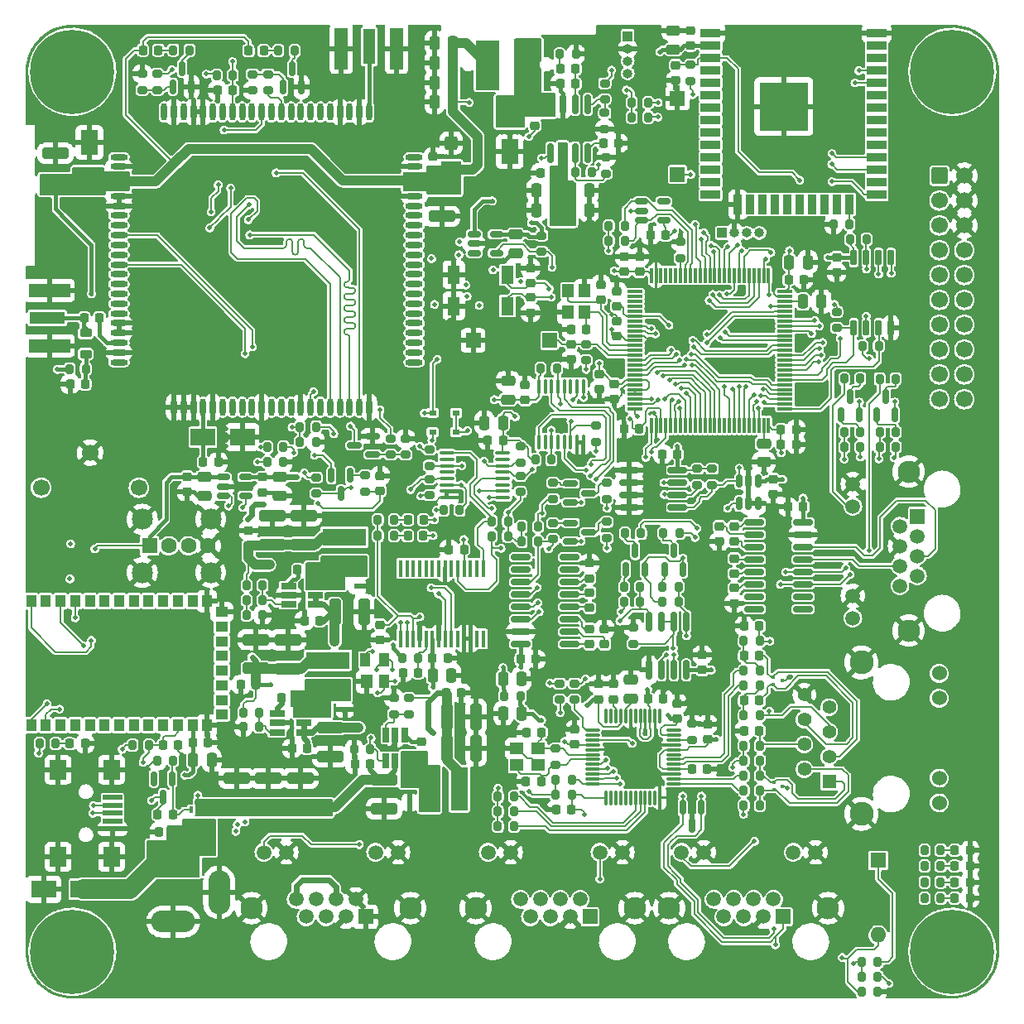
<source format=gtl>
G04 #@! TF.GenerationSoftware,KiCad,Pcbnew,(6.0.0)*
G04 #@! TF.CreationDate,2022-04-27T13:01:12+04:00*
G04 #@! TF.ProjectId,Gateway_STM32_ver_2_0,47617465-7761-4795-9f53-544d33325f76,rev?*
G04 #@! TF.SameCoordinates,Original*
G04 #@! TF.FileFunction,Copper,L1,Top*
G04 #@! TF.FilePolarity,Positive*
%FSLAX46Y46*%
G04 Gerber Fmt 4.6, Leading zero omitted, Abs format (unit mm)*
G04 Created by KiCad (PCBNEW (6.0.0)) date 2022-04-27 13:01:12*
%MOMM*%
%LPD*%
G01*
G04 APERTURE LIST*
G04 Aperture macros list*
%AMRoundRect*
0 Rectangle with rounded corners*
0 $1 Rounding radius*
0 $2 $3 $4 $5 $6 $7 $8 $9 X,Y pos of 4 corners*
0 Add a 4 corners polygon primitive as box body*
4,1,4,$2,$3,$4,$5,$6,$7,$8,$9,$2,$3,0*
0 Add four circle primitives for the rounded corners*
1,1,$1+$1,$2,$3*
1,1,$1+$1,$4,$5*
1,1,$1+$1,$6,$7*
1,1,$1+$1,$8,$9*
0 Add four rect primitives between the rounded corners*
20,1,$1+$1,$2,$3,$4,$5,0*
20,1,$1+$1,$4,$5,$6,$7,0*
20,1,$1+$1,$6,$7,$8,$9,0*
20,1,$1+$1,$8,$9,$2,$3,0*%
%AMFreePoly0*
4,1,17,1.395000,0.765000,0.855000,0.765000,0.855000,0.535000,1.395000,0.535000,1.395000,0.115000,0.855000,0.115000,0.855000,-0.115000,1.395000,-0.115000,1.395000,-0.535000,0.855000,-0.535000,0.855000,-0.765000,1.395000,-0.765000,1.395000,-1.185000,-0.855000,-1.185000,-0.855000,1.185000,1.395000,1.185000,1.395000,0.765000,1.395000,0.765000,$1*%
G04 Aperture macros list end*
G04 #@! TA.AperFunction,SMDPad,CuDef*
%ADD10R,1.200000X1.400000*%
G04 #@! TD*
G04 #@! TA.AperFunction,SMDPad,CuDef*
%ADD11R,1.000000X1.400000*%
G04 #@! TD*
G04 #@! TA.AperFunction,ComponentPad*
%ADD12C,0.900000*%
G04 #@! TD*
G04 #@! TA.AperFunction,ComponentPad*
%ADD13C,8.600000*%
G04 #@! TD*
G04 #@! TA.AperFunction,SMDPad,CuDef*
%ADD14R,0.800000X0.600000*%
G04 #@! TD*
G04 #@! TA.AperFunction,SMDPad,CuDef*
%ADD15RoundRect,0.200000X-0.200000X-0.275000X0.200000X-0.275000X0.200000X0.275000X-0.200000X0.275000X0*%
G04 #@! TD*
G04 #@! TA.AperFunction,SMDPad,CuDef*
%ADD16RoundRect,0.150000X0.150000X-0.825000X0.150000X0.825000X-0.150000X0.825000X-0.150000X-0.825000X0*%
G04 #@! TD*
G04 #@! TA.AperFunction,SMDPad,CuDef*
%ADD17RoundRect,0.200000X-0.275000X0.200000X-0.275000X-0.200000X0.275000X-0.200000X0.275000X0.200000X0*%
G04 #@! TD*
G04 #@! TA.AperFunction,SMDPad,CuDef*
%ADD18RoundRect,0.150000X0.150000X-0.587500X0.150000X0.587500X-0.150000X0.587500X-0.150000X-0.587500X0*%
G04 #@! TD*
G04 #@! TA.AperFunction,SMDPad,CuDef*
%ADD19R,4.500000X1.800000*%
G04 #@! TD*
G04 #@! TA.AperFunction,SMDPad,CuDef*
%ADD20RoundRect,0.225000X0.250000X-0.225000X0.250000X0.225000X-0.250000X0.225000X-0.250000X-0.225000X0*%
G04 #@! TD*
G04 #@! TA.AperFunction,SMDPad,CuDef*
%ADD21RoundRect,0.225000X-0.250000X0.225000X-0.250000X-0.225000X0.250000X-0.225000X0.250000X0.225000X0*%
G04 #@! TD*
G04 #@! TA.AperFunction,SMDPad,CuDef*
%ADD22RoundRect,0.200000X0.200000X0.275000X-0.200000X0.275000X-0.200000X-0.275000X0.200000X-0.275000X0*%
G04 #@! TD*
G04 #@! TA.AperFunction,SMDPad,CuDef*
%ADD23RoundRect,0.075000X0.662500X0.075000X-0.662500X0.075000X-0.662500X-0.075000X0.662500X-0.075000X0*%
G04 #@! TD*
G04 #@! TA.AperFunction,SMDPad,CuDef*
%ADD24RoundRect,0.075000X0.075000X0.662500X-0.075000X0.662500X-0.075000X-0.662500X0.075000X-0.662500X0*%
G04 #@! TD*
G04 #@! TA.AperFunction,SMDPad,CuDef*
%ADD25RoundRect,0.225000X-0.225000X-0.250000X0.225000X-0.250000X0.225000X0.250000X-0.225000X0.250000X0*%
G04 #@! TD*
G04 #@! TA.AperFunction,SMDPad,CuDef*
%ADD26RoundRect,0.250000X0.250000X0.475000X-0.250000X0.475000X-0.250000X-0.475000X0.250000X-0.475000X0*%
G04 #@! TD*
G04 #@! TA.AperFunction,SMDPad,CuDef*
%ADD27RoundRect,0.250000X0.475000X-0.250000X0.475000X0.250000X-0.475000X0.250000X-0.475000X-0.250000X0*%
G04 #@! TD*
G04 #@! TA.AperFunction,SMDPad,CuDef*
%ADD28R,0.420000X0.700000*%
G04 #@! TD*
G04 #@! TA.AperFunction,SMDPad,CuDef*
%ADD29FreePoly0,270.000000*%
G04 #@! TD*
G04 #@! TA.AperFunction,SMDPad,CuDef*
%ADD30RoundRect,0.150000X-0.587500X-0.150000X0.587500X-0.150000X0.587500X0.150000X-0.587500X0.150000X0*%
G04 #@! TD*
G04 #@! TA.AperFunction,SMDPad,CuDef*
%ADD31R,0.600000X0.800000*%
G04 #@! TD*
G04 #@! TA.AperFunction,SMDPad,CuDef*
%ADD32RoundRect,0.100000X0.100000X-0.637500X0.100000X0.637500X-0.100000X0.637500X-0.100000X-0.637500X0*%
G04 #@! TD*
G04 #@! TA.AperFunction,SMDPad,CuDef*
%ADD33RoundRect,0.200000X0.275000X-0.200000X0.275000X0.200000X-0.275000X0.200000X-0.275000X-0.200000X0*%
G04 #@! TD*
G04 #@! TA.AperFunction,SMDPad,CuDef*
%ADD34RoundRect,0.250000X1.100000X-0.325000X1.100000X0.325000X-1.100000X0.325000X-1.100000X-0.325000X0*%
G04 #@! TD*
G04 #@! TA.AperFunction,SMDPad,CuDef*
%ADD35RoundRect,0.250000X-0.250000X-0.475000X0.250000X-0.475000X0.250000X0.475000X-0.250000X0.475000X0*%
G04 #@! TD*
G04 #@! TA.AperFunction,SMDPad,CuDef*
%ADD36RoundRect,0.225000X0.225000X0.250000X-0.225000X0.250000X-0.225000X-0.250000X0.225000X-0.250000X0*%
G04 #@! TD*
G04 #@! TA.AperFunction,SMDPad,CuDef*
%ADD37R,2.000000X0.500000*%
G04 #@! TD*
G04 #@! TA.AperFunction,SMDPad,CuDef*
%ADD38R,1.700000X2.000000*%
G04 #@! TD*
G04 #@! TA.AperFunction,SMDPad,CuDef*
%ADD39RoundRect,0.250000X-1.100000X0.325000X-1.100000X-0.325000X1.100000X-0.325000X1.100000X0.325000X0*%
G04 #@! TD*
G04 #@! TA.AperFunction,SMDPad,CuDef*
%ADD40R,1.500000X1.500000*%
G04 #@! TD*
G04 #@! TA.AperFunction,SMDPad,CuDef*
%ADD41RoundRect,0.150000X0.150000X-0.512500X0.150000X0.512500X-0.150000X0.512500X-0.150000X-0.512500X0*%
G04 #@! TD*
G04 #@! TA.AperFunction,SMDPad,CuDef*
%ADD42RoundRect,0.150000X0.850000X0.150000X-0.850000X0.150000X-0.850000X-0.150000X0.850000X-0.150000X0*%
G04 #@! TD*
G04 #@! TA.AperFunction,SMDPad,CuDef*
%ADD43R,1.270000X3.600000*%
G04 #@! TD*
G04 #@! TA.AperFunction,SMDPad,CuDef*
%ADD44R,1.350000X4.200000*%
G04 #@! TD*
G04 #@! TA.AperFunction,ComponentPad*
%ADD45R,1.500000X1.500000*%
G04 #@! TD*
G04 #@! TA.AperFunction,ComponentPad*
%ADD46C,1.500000*%
G04 #@! TD*
G04 #@! TA.AperFunction,ComponentPad*
%ADD47C,2.300000*%
G04 #@! TD*
G04 #@! TA.AperFunction,SMDPad,CuDef*
%ADD48R,2.500000X1.800000*%
G04 #@! TD*
G04 #@! TA.AperFunction,SMDPad,CuDef*
%ADD49RoundRect,0.218750X0.218750X0.256250X-0.218750X0.256250X-0.218750X-0.256250X0.218750X-0.256250X0*%
G04 #@! TD*
G04 #@! TA.AperFunction,SMDPad,CuDef*
%ADD50R,1.800000X2.500000*%
G04 #@! TD*
G04 #@! TA.AperFunction,SMDPad,CuDef*
%ADD51R,1.560000X0.650000*%
G04 #@! TD*
G04 #@! TA.AperFunction,SMDPad,CuDef*
%ADD52RoundRect,0.100000X-0.637500X-0.100000X0.637500X-0.100000X0.637500X0.100000X-0.637500X0.100000X0*%
G04 #@! TD*
G04 #@! TA.AperFunction,SMDPad,CuDef*
%ADD53R,1.400000X1.200000*%
G04 #@! TD*
G04 #@! TA.AperFunction,ComponentPad*
%ADD54R,1.398000X1.398000*%
G04 #@! TD*
G04 #@! TA.AperFunction,ComponentPad*
%ADD55C,1.398000*%
G04 #@! TD*
G04 #@! TA.AperFunction,ComponentPad*
%ADD56C,1.530000*%
G04 #@! TD*
G04 #@! TA.AperFunction,ComponentPad*
%ADD57C,2.445000*%
G04 #@! TD*
G04 #@! TA.AperFunction,SMDPad,CuDef*
%ADD58RoundRect,0.150000X-0.150000X0.587500X-0.150000X-0.587500X0.150000X-0.587500X0.150000X0.587500X0*%
G04 #@! TD*
G04 #@! TA.AperFunction,SMDPad,CuDef*
%ADD59RoundRect,0.150000X-0.825000X-0.150000X0.825000X-0.150000X0.825000X0.150000X-0.825000X0.150000X0*%
G04 #@! TD*
G04 #@! TA.AperFunction,SMDPad,CuDef*
%ADD60R,1.300000X1.900000*%
G04 #@! TD*
G04 #@! TA.AperFunction,SMDPad,CuDef*
%ADD61RoundRect,0.150000X-0.512500X-0.150000X0.512500X-0.150000X0.512500X0.150000X-0.512500X0.150000X0*%
G04 #@! TD*
G04 #@! TA.AperFunction,SMDPad,CuDef*
%ADD62RoundRect,0.075000X-0.075000X-0.725000X0.075000X-0.725000X0.075000X0.725000X-0.075000X0.725000X0*%
G04 #@! TD*
G04 #@! TA.AperFunction,SMDPad,CuDef*
%ADD63RoundRect,0.075000X-0.725000X-0.075000X0.725000X-0.075000X0.725000X0.075000X-0.725000X0.075000X0*%
G04 #@! TD*
G04 #@! TA.AperFunction,SMDPad,CuDef*
%ADD64RoundRect,0.250000X0.425000X-0.450000X0.425000X0.450000X-0.425000X0.450000X-0.425000X-0.450000X0*%
G04 #@! TD*
G04 #@! TA.AperFunction,SMDPad,CuDef*
%ADD65RoundRect,0.150000X-0.850000X-0.150000X0.850000X-0.150000X0.850000X0.150000X-0.850000X0.150000X0*%
G04 #@! TD*
G04 #@! TA.AperFunction,SMDPad,CuDef*
%ADD66R,0.300000X0.300000*%
G04 #@! TD*
G04 #@! TA.AperFunction,SMDPad,CuDef*
%ADD67RoundRect,0.150000X0.587500X0.150000X-0.587500X0.150000X-0.587500X-0.150000X0.587500X-0.150000X0*%
G04 #@! TD*
G04 #@! TA.AperFunction,SMDPad,CuDef*
%ADD68R,0.450000X1.750000*%
G04 #@! TD*
G04 #@! TA.AperFunction,SMDPad,CuDef*
%ADD69R,3.600000X1.270000*%
G04 #@! TD*
G04 #@! TA.AperFunction,SMDPad,CuDef*
%ADD70R,4.200000X1.350000*%
G04 #@! TD*
G04 #@! TA.AperFunction,SMDPad,CuDef*
%ADD71RoundRect,0.250000X-0.325000X-1.100000X0.325000X-1.100000X0.325000X1.100000X-0.325000X1.100000X0*%
G04 #@! TD*
G04 #@! TA.AperFunction,ComponentPad*
%ADD72C,1.700000*%
G04 #@! TD*
G04 #@! TA.AperFunction,SMDPad,CuDef*
%ADD73RoundRect,0.218750X-0.381250X0.218750X-0.381250X-0.218750X0.381250X-0.218750X0.381250X0.218750X0*%
G04 #@! TD*
G04 #@! TA.AperFunction,SMDPad,CuDef*
%ADD74R,1.000000X1.300000*%
G04 #@! TD*
G04 #@! TA.AperFunction,SMDPad,CuDef*
%ADD75R,1.300000X1.000000*%
G04 #@! TD*
G04 #@! TA.AperFunction,ComponentPad*
%ADD76R,1.600000X1.600000*%
G04 #@! TD*
G04 #@! TA.AperFunction,ComponentPad*
%ADD77O,1.600000X1.600000*%
G04 #@! TD*
G04 #@! TA.AperFunction,ComponentPad*
%ADD78RoundRect,0.250000X-0.600000X-0.600000X0.600000X-0.600000X0.600000X0.600000X-0.600000X0.600000X0*%
G04 #@! TD*
G04 #@! TA.AperFunction,SMDPad,CuDef*
%ADD79R,2.350000X5.100000*%
G04 #@! TD*
G04 #@! TA.AperFunction,ComponentPad*
%ADD80O,5.000000X2.500000*%
G04 #@! TD*
G04 #@! TA.AperFunction,ComponentPad*
%ADD81O,4.500000X2.250000*%
G04 #@! TD*
G04 #@! TA.AperFunction,ComponentPad*
%ADD82O,2.250000X4.500000*%
G04 #@! TD*
G04 #@! TA.AperFunction,SMDPad,CuDef*
%ADD83O,0.600000X1.800000*%
G04 #@! TD*
G04 #@! TA.AperFunction,SMDPad,CuDef*
%ADD84O,1.800000X0.600000*%
G04 #@! TD*
G04 #@! TA.AperFunction,SMDPad,CuDef*
%ADD85R,2.000000X0.900000*%
G04 #@! TD*
G04 #@! TA.AperFunction,SMDPad,CuDef*
%ADD86R,0.900000X2.000000*%
G04 #@! TD*
G04 #@! TA.AperFunction,SMDPad,CuDef*
%ADD87R,5.000000X5.000000*%
G04 #@! TD*
G04 #@! TA.AperFunction,ComponentPad*
%ADD88R,1.000000X1.000000*%
G04 #@! TD*
G04 #@! TA.AperFunction,ComponentPad*
%ADD89O,1.000000X1.000000*%
G04 #@! TD*
G04 #@! TA.AperFunction,SMDPad,CuDef*
%ADD90R,1.800000X4.500000*%
G04 #@! TD*
G04 #@! TA.AperFunction,SMDPad,CuDef*
%ADD91RoundRect,0.150000X-0.150000X0.825000X-0.150000X-0.825000X0.150000X-0.825000X0.150000X0.825000X0*%
G04 #@! TD*
G04 #@! TA.AperFunction,SMDPad,CuDef*
%ADD92R,0.650000X1.560000*%
G04 #@! TD*
G04 #@! TA.AperFunction,SMDPad,CuDef*
%ADD93RoundRect,0.250000X-0.475000X0.250000X-0.475000X-0.250000X0.475000X-0.250000X0.475000X0.250000X0*%
G04 #@! TD*
G04 #@! TA.AperFunction,ComponentPad*
%ADD94C,1.600000*%
G04 #@! TD*
G04 #@! TA.AperFunction,ComponentPad*
%ADD95C,2.150000*%
G04 #@! TD*
G04 #@! TA.AperFunction,SMDPad,CuDef*
%ADD96RoundRect,0.150000X0.150000X-0.650000X0.150000X0.650000X-0.150000X0.650000X-0.150000X-0.650000X0*%
G04 #@! TD*
G04 #@! TA.AperFunction,ViaPad*
%ADD97C,0.500000*%
G04 #@! TD*
G04 #@! TA.AperFunction,ViaPad*
%ADD98C,0.800000*%
G04 #@! TD*
G04 #@! TA.AperFunction,Conductor*
%ADD99C,0.200000*%
G04 #@! TD*
G04 #@! TA.AperFunction,Conductor*
%ADD100C,0.400000*%
G04 #@! TD*
G04 #@! TA.AperFunction,Conductor*
%ADD101C,1.000000*%
G04 #@! TD*
G04 #@! TA.AperFunction,Conductor*
%ADD102C,0.600000*%
G04 #@! TD*
G04 #@! TA.AperFunction,Conductor*
%ADD103C,0.500000*%
G04 #@! TD*
G04 #@! TA.AperFunction,Conductor*
%ADD104C,2.000000*%
G04 #@! TD*
G04 APERTURE END LIST*
D10*
X75130000Y-137365000D03*
D11*
X76850000Y-137365000D03*
X76850000Y-135165000D03*
X74950000Y-135165000D03*
D12*
X45000000Y-161775000D03*
X47280419Y-162719581D03*
X41775000Y-165000000D03*
X42719581Y-167280419D03*
X48225000Y-165000000D03*
X45000000Y-168225000D03*
D13*
X45000000Y-165000000D03*
D12*
X47280419Y-167280419D03*
X42719581Y-162719581D03*
X138225000Y-165000000D03*
D13*
X135000000Y-165000000D03*
D12*
X132719581Y-162719581D03*
X135000000Y-168225000D03*
X132719581Y-167280419D03*
X131775000Y-165000000D03*
X135000000Y-161775000D03*
X137280419Y-162719581D03*
X137280419Y-167280419D03*
D14*
X71750000Y-127640000D03*
X74150000Y-127640000D03*
D15*
X62825000Y-127515000D03*
X64475000Y-127515000D03*
D16*
X93895000Y-83295000D03*
X95165000Y-83295000D03*
X96435000Y-83295000D03*
X97705000Y-83295000D03*
X97705000Y-78345000D03*
X96435000Y-78345000D03*
X95165000Y-78345000D03*
X93895000Y-78345000D03*
D17*
X107210000Y-92400000D03*
X107210000Y-94050000D03*
D18*
X101625000Y-125877500D03*
X103525000Y-125877500D03*
X102575000Y-124002500D03*
D19*
X71160000Y-138185000D03*
X71160000Y-135185000D03*
D15*
X51175000Y-143890000D03*
X52825000Y-143890000D03*
D20*
X63025000Y-123465000D03*
X63025000Y-121915000D03*
D21*
X96400000Y-142265000D03*
X96400000Y-143815000D03*
D22*
X43305000Y-143720000D03*
X41655000Y-143720000D03*
D23*
X106512500Y-147840000D03*
X106512500Y-147340000D03*
X106512500Y-146840000D03*
X106512500Y-146340000D03*
X106512500Y-145840000D03*
X106512500Y-145340000D03*
X106512500Y-144840000D03*
X106512500Y-144340000D03*
X106512500Y-143840000D03*
X106512500Y-143340000D03*
X106512500Y-142840000D03*
X106512500Y-142340000D03*
D24*
X105100000Y-140927500D03*
X104600000Y-140927500D03*
X104100000Y-140927500D03*
X103600000Y-140927500D03*
X103100000Y-140927500D03*
X102600000Y-140927500D03*
X102100000Y-140927500D03*
X101600000Y-140927500D03*
X101100000Y-140927500D03*
X100600000Y-140927500D03*
X100100000Y-140927500D03*
X99600000Y-140927500D03*
D23*
X98187500Y-142340000D03*
X98187500Y-142840000D03*
X98187500Y-143340000D03*
X98187500Y-143840000D03*
X98187500Y-144340000D03*
X98187500Y-144840000D03*
X98187500Y-145340000D03*
X98187500Y-145840000D03*
X98187500Y-146340000D03*
X98187500Y-146840000D03*
X98187500Y-147340000D03*
X98187500Y-147840000D03*
D24*
X99600000Y-149252500D03*
X100100000Y-149252500D03*
X100600000Y-149252500D03*
X101100000Y-149252500D03*
X101600000Y-149252500D03*
X102100000Y-149252500D03*
X102600000Y-149252500D03*
X103100000Y-149252500D03*
X103600000Y-149252500D03*
X104100000Y-149252500D03*
X104600000Y-149252500D03*
X105100000Y-149252500D03*
D17*
X102400000Y-131865000D03*
X102400000Y-133515000D03*
D25*
X91400000Y-147565000D03*
X92950000Y-147565000D03*
D21*
X106900000Y-139615000D03*
X106900000Y-141165000D03*
D17*
X93010000Y-93405000D03*
X93010000Y-91755000D03*
D26*
X97850000Y-87130000D03*
X95950000Y-87130000D03*
D21*
X108240000Y-70760000D03*
X108240000Y-72310000D03*
D27*
X58487500Y-118365000D03*
X58487500Y-116465000D03*
D28*
X59135000Y-150480000D03*
X58485000Y-150480000D03*
X57835000Y-150480000D03*
X57185000Y-150480000D03*
D29*
X58160000Y-152435000D03*
D30*
X95962500Y-121140000D03*
X95962500Y-123040000D03*
X97837500Y-122090000D03*
D31*
X79495000Y-147325000D03*
X79495000Y-149725000D03*
D30*
X95962500Y-117140000D03*
X95962500Y-119040000D03*
X97837500Y-118090000D03*
D25*
X53725000Y-150950000D03*
X55275000Y-150950000D03*
D10*
X95715000Y-97410000D03*
X95715000Y-99610000D03*
X97415000Y-99610000D03*
X97415000Y-97410000D03*
D25*
X94895000Y-74730000D03*
X96445000Y-74730000D03*
D22*
X66600000Y-113390000D03*
X64950000Y-113390000D03*
D17*
X94825000Y-137565000D03*
X94825000Y-139215000D03*
D32*
X92725000Y-112902500D03*
X93375000Y-112902500D03*
X94025000Y-112902500D03*
X94675000Y-112902500D03*
X95325000Y-112902500D03*
X95975000Y-112902500D03*
X96625000Y-112902500D03*
X97275000Y-112902500D03*
X97275000Y-107177500D03*
X96625000Y-107177500D03*
X95975000Y-107177500D03*
X95325000Y-107177500D03*
X94675000Y-107177500D03*
X94025000Y-107177500D03*
X93375000Y-107177500D03*
X92725000Y-107177500D03*
D18*
X123600000Y-110057500D03*
X125500000Y-110057500D03*
X124550000Y-108182500D03*
D22*
X103075000Y-127665000D03*
X101425000Y-127665000D03*
D33*
X99460000Y-77830000D03*
X99460000Y-76180000D03*
D15*
X66075000Y-72840000D03*
X67725000Y-72840000D03*
D20*
X91870000Y-96615000D03*
X91870000Y-95065000D03*
D27*
X90350000Y-93540000D03*
X90350000Y-91640000D03*
D34*
X67050000Y-136040000D03*
X67050000Y-133090000D03*
D35*
X82040000Y-72050000D03*
X83940000Y-72050000D03*
D36*
X119035000Y-111575000D03*
X117485000Y-111575000D03*
D15*
X99875000Y-90770000D03*
X101525000Y-90770000D03*
D18*
X55275000Y-76527500D03*
X57175000Y-76527500D03*
X56225000Y-74652500D03*
D37*
X49100000Y-149230000D03*
X49100000Y-150030000D03*
X49100000Y-150830000D03*
X49100000Y-151630000D03*
X49100000Y-152430000D03*
D38*
X49000000Y-155280000D03*
X43550000Y-155280000D03*
X43550000Y-146380000D03*
X49000000Y-146380000D03*
D39*
X76885000Y-147440000D03*
X76885000Y-150390000D03*
D20*
X111175000Y-123040000D03*
X111175000Y-121490000D03*
D40*
X93800000Y-102490000D03*
X86000000Y-102490000D03*
D41*
X113225000Y-119152500D03*
X114175000Y-119152500D03*
X115125000Y-119152500D03*
X115125000Y-116877500D03*
X114175000Y-116877500D03*
X113225000Y-116877500D03*
D17*
X94400000Y-144240000D03*
X94400000Y-145890000D03*
D15*
X92350000Y-114690000D03*
X94000000Y-114690000D03*
D17*
X96350000Y-137565000D03*
X96350000Y-139215000D03*
D22*
X90175000Y-152190000D03*
X88525000Y-152190000D03*
D35*
X92480000Y-87120000D03*
X94380000Y-87120000D03*
X82040000Y-74070000D03*
X83940000Y-74070000D03*
D15*
X125725000Y-167570000D03*
X127375000Y-167570000D03*
D17*
X97550000Y-102845000D03*
X97550000Y-104495000D03*
D33*
X108425000Y-143340000D03*
X108425000Y-141690000D03*
D17*
X123170000Y-99555000D03*
X123170000Y-101205000D03*
D15*
X101525000Y-122215000D03*
X103175000Y-122215000D03*
D33*
X65000000Y-76905000D03*
X65000000Y-75255000D03*
D42*
X95875000Y-133535000D03*
X95875000Y-132265000D03*
X95875000Y-130995000D03*
X95875000Y-129725000D03*
X95875000Y-128455000D03*
X95875000Y-127185000D03*
X95875000Y-125915000D03*
X95875000Y-124645000D03*
X90875000Y-124645000D03*
X90875000Y-125915000D03*
X90875000Y-127185000D03*
X90875000Y-128455000D03*
X90875000Y-129725000D03*
X90875000Y-130995000D03*
X90875000Y-132265000D03*
X90875000Y-133535000D03*
D15*
X68275000Y-111315000D03*
X69925000Y-111315000D03*
D43*
X75350000Y-72427500D03*
D44*
X72525000Y-72627500D03*
X78175000Y-72627500D03*
D20*
X100690000Y-98995000D03*
X100690000Y-97445000D03*
D45*
X131435000Y-120460000D03*
D46*
X129655000Y-121476000D03*
X131435000Y-122492000D03*
X129655000Y-123508000D03*
X131435000Y-124524000D03*
X129655000Y-125540000D03*
X131435000Y-126556000D03*
X129655000Y-127572000D03*
X124835000Y-117160000D03*
X124835000Y-119450000D03*
X124835000Y-128590000D03*
X124835000Y-130880000D03*
D47*
X130545000Y-115890000D03*
X130545000Y-132150000D03*
D15*
X125735000Y-166030000D03*
X127385000Y-166030000D03*
D25*
X96010000Y-101400000D03*
X97560000Y-101400000D03*
D45*
X117740000Y-161430000D03*
D46*
X116724000Y-159650000D03*
X115708000Y-161430000D03*
X114692000Y-159650000D03*
X113676000Y-161430000D03*
X112660000Y-159650000D03*
X111644000Y-161430000D03*
X110628000Y-159650000D03*
X121040000Y-154830000D03*
X118750000Y-154830000D03*
X109610000Y-154830000D03*
X107320000Y-154830000D03*
D47*
X106050000Y-160540000D03*
X122310000Y-160540000D03*
D48*
X58375000Y-112365000D03*
X62375000Y-112365000D03*
D36*
X100850000Y-82310000D03*
X99300000Y-82310000D03*
D22*
X92625000Y-123040000D03*
X90975000Y-123040000D03*
D17*
X74950000Y-116265000D03*
X74950000Y-117915000D03*
D20*
X112700000Y-123040000D03*
X112700000Y-121490000D03*
X81925000Y-85240000D03*
X81925000Y-83690000D03*
D21*
X91325000Y-107040000D03*
X91325000Y-108590000D03*
D22*
X129225000Y-106402500D03*
X127575000Y-106402500D03*
D33*
X94175000Y-118690000D03*
X94175000Y-117040000D03*
D25*
X81825000Y-134940000D03*
X83375000Y-134940000D03*
D15*
X127575000Y-111840000D03*
X129225000Y-111840000D03*
D49*
X136827500Y-154630000D03*
X135252500Y-154630000D03*
D36*
X119750000Y-119515000D03*
X118200000Y-119515000D03*
X69000000Y-144205000D03*
X67450000Y-144205000D03*
D15*
X59775000Y-75340000D03*
X61425000Y-75340000D03*
D50*
X89740000Y-79150000D03*
X89740000Y-83150000D03*
D21*
X96025000Y-102880000D03*
X96025000Y-104430000D03*
D18*
X127225000Y-110065000D03*
X129125000Y-110065000D03*
X128175000Y-108190000D03*
D22*
X96075000Y-147415000D03*
X94425000Y-147415000D03*
D35*
X119735000Y-98500000D03*
X121635000Y-98500000D03*
D25*
X113725000Y-131690000D03*
X115275000Y-131690000D03*
D15*
X125835000Y-103040000D03*
X127485000Y-103040000D03*
D49*
X53787500Y-72790000D03*
X52212500Y-72790000D03*
D36*
X75435000Y-145815000D03*
X73885000Y-145815000D03*
D15*
X102235000Y-78130000D03*
X103885000Y-78130000D03*
X113675000Y-148490000D03*
X115325000Y-148490000D03*
D34*
X65425000Y-123340000D03*
X65425000Y-120390000D03*
D49*
X136817500Y-159510000D03*
X135242500Y-159510000D03*
D51*
X67125000Y-127590000D03*
X67125000Y-128540000D03*
X67125000Y-129490000D03*
X69825000Y-129490000D03*
X69825000Y-128540000D03*
X69825000Y-127590000D03*
D52*
X83312500Y-113990000D03*
X83312500Y-114640000D03*
X83312500Y-115290000D03*
X83312500Y-115940000D03*
X83312500Y-116590000D03*
X83312500Y-117240000D03*
X83312500Y-117890000D03*
X83312500Y-118540000D03*
X89037500Y-118540000D03*
X89037500Y-117890000D03*
X89037500Y-117240000D03*
X89037500Y-116590000D03*
X89037500Y-115940000D03*
X89037500Y-115290000D03*
X89037500Y-114640000D03*
X89037500Y-113990000D03*
D21*
X100350000Y-137615000D03*
X100350000Y-139165000D03*
D22*
X64475000Y-129040000D03*
X62825000Y-129040000D03*
D15*
X132165000Y-154620000D03*
X133815000Y-154620000D03*
D45*
X97950000Y-161430000D03*
D46*
X96934000Y-159650000D03*
X95918000Y-161430000D03*
X94902000Y-159650000D03*
X93886000Y-161430000D03*
X92870000Y-159650000D03*
X91854000Y-161430000D03*
X90838000Y-159650000D03*
X101250000Y-154830000D03*
X98960000Y-154830000D03*
X89820000Y-154830000D03*
X87530000Y-154830000D03*
D47*
X86260000Y-160540000D03*
X102520000Y-160540000D03*
D22*
X89550000Y-120965000D03*
X87900000Y-120965000D03*
X107000000Y-127665000D03*
X105350000Y-127665000D03*
D20*
X92300000Y-80515000D03*
X92300000Y-78965000D03*
D15*
X123950000Y-111845000D03*
X125600000Y-111845000D03*
D22*
X96495000Y-73200000D03*
X94845000Y-73200000D03*
D36*
X119810000Y-96250000D03*
X118260000Y-96250000D03*
D17*
X110450000Y-115615000D03*
X110450000Y-117265000D03*
D27*
X89550000Y-108540000D03*
X89550000Y-106640000D03*
D15*
X76250000Y-122440000D03*
X77900000Y-122440000D03*
D25*
X94895000Y-76250000D03*
X96445000Y-76250000D03*
D53*
X92675000Y-144215000D03*
X90475000Y-144215000D03*
X90475000Y-145915000D03*
X92675000Y-145915000D03*
D15*
X132165000Y-156240000D03*
X133815000Y-156240000D03*
D36*
X106900000Y-114115000D03*
X105350000Y-114115000D03*
D49*
X136817500Y-157880000D03*
X135242500Y-157880000D03*
D17*
X90825000Y-113315000D03*
X90825000Y-114965000D03*
X108925000Y-115615000D03*
X108925000Y-117265000D03*
D54*
X122410000Y-147607500D03*
D55*
X119870000Y-146337500D03*
X122410000Y-145067500D03*
X119870000Y-143797500D03*
X122410000Y-142527500D03*
X119870000Y-141257500D03*
X122410000Y-139987500D03*
X119870000Y-138717500D03*
D56*
X133660000Y-149782500D03*
X133660000Y-147242500D03*
X133660000Y-139072500D03*
X133660000Y-136532500D03*
D57*
X125710000Y-150902500D03*
X125710000Y-135412500D03*
D58*
X55230000Y-147292500D03*
X53330000Y-147292500D03*
X54280000Y-149167500D03*
D49*
X80887500Y-122440000D03*
X79312500Y-122440000D03*
D15*
X105450000Y-122215000D03*
X107100000Y-122215000D03*
X64950000Y-114915000D03*
X66600000Y-114915000D03*
D21*
X99070000Y-96755000D03*
X99070000Y-98305000D03*
D59*
X101950000Y-115735000D03*
X101950000Y-117005000D03*
X101950000Y-118275000D03*
X101950000Y-119545000D03*
X106900000Y-119545000D03*
X106900000Y-118275000D03*
X106900000Y-117005000D03*
X106900000Y-115735000D03*
D15*
X92900000Y-105365000D03*
X94550000Y-105365000D03*
D36*
X55825000Y-143890000D03*
X54275000Y-143890000D03*
D60*
X89520000Y-95755000D03*
X84020000Y-95755000D03*
X84020000Y-98955000D03*
X89520000Y-98955000D03*
D33*
X94175000Y-122815000D03*
X94175000Y-121165000D03*
D15*
X62825000Y-130565000D03*
X64475000Y-130565000D03*
D58*
X109325000Y-150227500D03*
X107425000Y-150227500D03*
X108375000Y-152102500D03*
D35*
X82040000Y-76090000D03*
X83940000Y-76090000D03*
D20*
X97925000Y-129840000D03*
X97925000Y-128290000D03*
D49*
X46307500Y-143720000D03*
X44732500Y-143720000D03*
D33*
X99450000Y-80855000D03*
X99450000Y-79205000D03*
D21*
X99450000Y-131990000D03*
X99450000Y-133540000D03*
D61*
X88367500Y-91640000D03*
X88367500Y-93540000D03*
X86092500Y-93540000D03*
X86092500Y-92590000D03*
X86092500Y-91640000D03*
D36*
X80350000Y-136465000D03*
X78800000Y-136465000D03*
D22*
X92625000Y-121515000D03*
X90975000Y-121515000D03*
D21*
X91870000Y-98085000D03*
X91870000Y-99635000D03*
D15*
X76250000Y-120815000D03*
X77900000Y-120815000D03*
X82975000Y-119840000D03*
X84625000Y-119840000D03*
D36*
X105425000Y-139140000D03*
X103875000Y-139140000D03*
D15*
X99875000Y-92290000D03*
X101525000Y-92290000D03*
D25*
X58375000Y-114915000D03*
X59925000Y-114915000D03*
D36*
X109950000Y-146340000D03*
X108400000Y-146340000D03*
D51*
X65950000Y-140655000D03*
X65950000Y-141605000D03*
X65950000Y-142555000D03*
X68650000Y-142555000D03*
X68650000Y-141605000D03*
X68650000Y-140655000D03*
D21*
X103010000Y-93925000D03*
X103010000Y-95475000D03*
D36*
X119035000Y-113100000D03*
X117485000Y-113100000D03*
D17*
X79415000Y-139040000D03*
X79415000Y-140690000D03*
D62*
X104210000Y-95825000D03*
X104710000Y-95825000D03*
X105210000Y-95825000D03*
X105710000Y-95825000D03*
X106210000Y-95825000D03*
X106710000Y-95825000D03*
X107210000Y-95825000D03*
X107710000Y-95825000D03*
X108210000Y-95825000D03*
X108710000Y-95825000D03*
X109210000Y-95825000D03*
X109710000Y-95825000D03*
X110210000Y-95825000D03*
X110710000Y-95825000D03*
X111210000Y-95825000D03*
X111710000Y-95825000D03*
X112210000Y-95825000D03*
X112710000Y-95825000D03*
X113210000Y-95825000D03*
X113710000Y-95825000D03*
X114210000Y-95825000D03*
X114710000Y-95825000D03*
X115210000Y-95825000D03*
X115710000Y-95825000D03*
X116210000Y-95825000D03*
D63*
X117885000Y-97500000D03*
X117885000Y-98000000D03*
X117885000Y-98500000D03*
X117885000Y-99000000D03*
X117885000Y-99500000D03*
X117885000Y-100000000D03*
X117885000Y-100500000D03*
X117885000Y-101000000D03*
X117885000Y-101500000D03*
X117885000Y-102000000D03*
X117885000Y-102500000D03*
X117885000Y-103000000D03*
X117885000Y-103500000D03*
X117885000Y-104000000D03*
X117885000Y-104500000D03*
X117885000Y-105000000D03*
X117885000Y-105500000D03*
X117885000Y-106000000D03*
X117885000Y-106500000D03*
X117885000Y-107000000D03*
X117885000Y-107500000D03*
X117885000Y-108000000D03*
X117885000Y-108500000D03*
X117885000Y-109000000D03*
X117885000Y-109500000D03*
D62*
X116210000Y-111175000D03*
X115710000Y-111175000D03*
X115210000Y-111175000D03*
X114710000Y-111175000D03*
X114210000Y-111175000D03*
X113710000Y-111175000D03*
X113210000Y-111175000D03*
X112710000Y-111175000D03*
X112210000Y-111175000D03*
X111710000Y-111175000D03*
X111210000Y-111175000D03*
X110710000Y-111175000D03*
X110210000Y-111175000D03*
X109710000Y-111175000D03*
X109210000Y-111175000D03*
X108710000Y-111175000D03*
X108210000Y-111175000D03*
X107710000Y-111175000D03*
X107210000Y-111175000D03*
X106710000Y-111175000D03*
X106210000Y-111175000D03*
X105710000Y-111175000D03*
X105210000Y-111175000D03*
X104710000Y-111175000D03*
X104210000Y-111175000D03*
D63*
X102535000Y-109500000D03*
X102535000Y-109000000D03*
X102535000Y-108500000D03*
X102535000Y-108000000D03*
X102535000Y-107500000D03*
X102535000Y-107000000D03*
X102535000Y-106500000D03*
X102535000Y-106000000D03*
X102535000Y-105500000D03*
X102535000Y-105000000D03*
X102535000Y-104500000D03*
X102535000Y-104000000D03*
X102535000Y-103500000D03*
X102535000Y-103000000D03*
X102535000Y-102500000D03*
X102535000Y-102000000D03*
X102535000Y-101500000D03*
X102535000Y-101000000D03*
X102535000Y-100500000D03*
X102535000Y-100000000D03*
X102535000Y-99500000D03*
X102535000Y-99000000D03*
X102535000Y-98500000D03*
X102535000Y-98000000D03*
X102535000Y-97500000D03*
D19*
X72825000Y-125590000D03*
X72825000Y-122590000D03*
D12*
X42719581Y-77280419D03*
X47280419Y-72719581D03*
X42719581Y-72719581D03*
X48225000Y-75000000D03*
X45000000Y-78225000D03*
X45000000Y-71775000D03*
X41775000Y-75000000D03*
D13*
X45000000Y-75000000D03*
D12*
X47280419Y-77280419D03*
D34*
X82790000Y-89795000D03*
X82790000Y-86845000D03*
D39*
X61790000Y-147285000D03*
X61790000Y-150235000D03*
D49*
X136830000Y-156250000D03*
X135255000Y-156250000D03*
D39*
X43300000Y-83315000D03*
X43300000Y-86265000D03*
D35*
X92480000Y-89140000D03*
X94380000Y-89140000D03*
D25*
X68025000Y-125915000D03*
X69575000Y-125915000D03*
D22*
X96075000Y-148940000D03*
X94425000Y-148940000D03*
D64*
X83770000Y-85000000D03*
X83770000Y-82300000D03*
D33*
X81525000Y-118315000D03*
X81525000Y-116665000D03*
D22*
X75485000Y-144290000D03*
X73835000Y-144290000D03*
D65*
X114750000Y-121070000D03*
X114750000Y-122340000D03*
X114750000Y-123610000D03*
X114750000Y-124880000D03*
X114750000Y-126150000D03*
X114750000Y-127420000D03*
X114750000Y-128690000D03*
X114750000Y-129960000D03*
X119750000Y-129960000D03*
X119750000Y-128690000D03*
X119750000Y-127420000D03*
X119750000Y-126150000D03*
X119750000Y-124880000D03*
X119750000Y-123610000D03*
X119750000Y-122340000D03*
X119750000Y-121070000D03*
D21*
X112700000Y-124790000D03*
X112700000Y-126340000D03*
D40*
X106900000Y-85500000D03*
X106900000Y-77700000D03*
D25*
X91425000Y-142565000D03*
X92975000Y-142565000D03*
D15*
X113675000Y-136265000D03*
X115325000Y-136265000D03*
D39*
X71375000Y-142090000D03*
X71375000Y-145040000D03*
D58*
X73400000Y-116277500D03*
X71500000Y-116277500D03*
X72450000Y-118152500D03*
D25*
X46225000Y-100190000D03*
X47775000Y-100190000D03*
D21*
X80665000Y-143540000D03*
X80665000Y-145090000D03*
D14*
X84250000Y-111865000D03*
X81850000Y-111865000D03*
D66*
X116775000Y-147715000D03*
X116775000Y-148415000D03*
X117625000Y-148065000D03*
D33*
X98575000Y-112840000D03*
X98575000Y-111190000D03*
D35*
X81875000Y-136715000D03*
X83775000Y-136715000D03*
D20*
X106720000Y-75895000D03*
X106720000Y-74345000D03*
D67*
X75737500Y-114165000D03*
X75737500Y-112265000D03*
X73862500Y-113215000D03*
D12*
X132719581Y-77280419D03*
X137280419Y-72719581D03*
X138225000Y-75000000D03*
D13*
X135000000Y-75000000D03*
D12*
X131775000Y-75000000D03*
X135000000Y-78225000D03*
X135000000Y-71775000D03*
X137280419Y-77280419D03*
X132719581Y-72719581D03*
D49*
X64587500Y-72840000D03*
X63012500Y-72840000D03*
D25*
X83230000Y-138545000D03*
X84780000Y-138545000D03*
D18*
X105550000Y-125877500D03*
X107450000Y-125877500D03*
X106500000Y-124002500D03*
D21*
X97925000Y-125265000D03*
X97925000Y-126815000D03*
D68*
X87025000Y-125790000D03*
X86375000Y-125790000D03*
X85725000Y-125790000D03*
X85075000Y-125790000D03*
X84425000Y-125790000D03*
X83775000Y-125790000D03*
X83125000Y-125790000D03*
X82475000Y-125790000D03*
X81825000Y-125790000D03*
X81175000Y-125790000D03*
X80525000Y-125790000D03*
X79875000Y-125790000D03*
X79225000Y-125790000D03*
X78575000Y-125790000D03*
X78575000Y-132990000D03*
X79225000Y-132990000D03*
X79875000Y-132990000D03*
X80525000Y-132990000D03*
X81175000Y-132990000D03*
X81825000Y-132990000D03*
X82475000Y-132990000D03*
X83125000Y-132990000D03*
X83775000Y-132990000D03*
X84425000Y-132990000D03*
X85075000Y-132990000D03*
X85725000Y-132990000D03*
X86375000Y-132990000D03*
X87025000Y-132990000D03*
D21*
X98825000Y-137615000D03*
X98825000Y-139165000D03*
D69*
X42450000Y-100190000D03*
D70*
X42650000Y-97365000D03*
X42650000Y-103015000D03*
D71*
X83350000Y-140945000D03*
X86300000Y-140945000D03*
D39*
X65050000Y-147285000D03*
X65050000Y-150235000D03*
D22*
X89550000Y-122490000D03*
X87900000Y-122490000D03*
D17*
X77550000Y-112515000D03*
X77550000Y-114165000D03*
D21*
X64450000Y-116465000D03*
X64450000Y-118015000D03*
D72*
X51810000Y-117550000D03*
X41810000Y-117550000D03*
X46810000Y-113950000D03*
D33*
X69925000Y-118140000D03*
X69925000Y-116490000D03*
D26*
X97850000Y-89150000D03*
X95950000Y-89150000D03*
D17*
X63450000Y-75255000D03*
X63450000Y-76905000D03*
D36*
X115275000Y-134740000D03*
X113725000Y-134740000D03*
D21*
X98910000Y-105910000D03*
X98910000Y-107460000D03*
D73*
X46370000Y-101740000D03*
X46370000Y-103865000D03*
D74*
X40795000Y-141857500D03*
X42295000Y-141857500D03*
X43795000Y-141857500D03*
X45295000Y-141857500D03*
X46795000Y-141857500D03*
X48295000Y-141857500D03*
X49795000Y-141857500D03*
X51295000Y-141857500D03*
X52795000Y-141857500D03*
X54295000Y-141857500D03*
X55795000Y-141857500D03*
X57295000Y-141857500D03*
X58795000Y-141857500D03*
D75*
X60295000Y-140757500D03*
X60295000Y-139257500D03*
X60295000Y-137757500D03*
X60295000Y-136257500D03*
X60295000Y-134757500D03*
X60295000Y-133257500D03*
X60295000Y-131757500D03*
X60295000Y-130257500D03*
D74*
X58795000Y-129157500D03*
X57295000Y-129157500D03*
X55795000Y-129157500D03*
X54295000Y-129157500D03*
X52795000Y-129157500D03*
X51295000Y-129157500D03*
X49795000Y-129157500D03*
X48295000Y-129157500D03*
X46795000Y-129157500D03*
X45295000Y-129157500D03*
X43795000Y-129157500D03*
X42295000Y-129157500D03*
X40795000Y-129157500D03*
D76*
X127425000Y-155665000D03*
D77*
X127425000Y-163285000D03*
D25*
X113725000Y-142390000D03*
X115275000Y-142390000D03*
D36*
X63805000Y-137685000D03*
X62255000Y-137685000D03*
D14*
X84250000Y-109890000D03*
X81850000Y-109890000D03*
D15*
X132165000Y-157880000D03*
X133815000Y-157880000D03*
D21*
X100680000Y-100505000D03*
X100680000Y-102055000D03*
D20*
X100435000Y-108460000D03*
X100435000Y-106910000D03*
D15*
X123950000Y-113370000D03*
X125600000Y-113370000D03*
X102235000Y-79650000D03*
X103885000Y-79650000D03*
X113675000Y-146965000D03*
X115325000Y-146965000D03*
D22*
X103075000Y-129190000D03*
X101425000Y-129190000D03*
D21*
X76475000Y-131565000D03*
X76475000Y-133115000D03*
D22*
X90175000Y-149140000D03*
X88525000Y-149140000D03*
D78*
X133697500Y-85630000D03*
D72*
X136237500Y-85630000D03*
X133697500Y-88170000D03*
X136237500Y-88170000D03*
X133697500Y-90710000D03*
X136237500Y-90710000D03*
X133697500Y-93250000D03*
X136237500Y-93250000D03*
X133697500Y-95790000D03*
X136237500Y-95790000D03*
X133697500Y-98330000D03*
X136237500Y-98330000D03*
X133697500Y-100870000D03*
X136237500Y-100870000D03*
X133697500Y-103410000D03*
X136237500Y-103410000D03*
X133697500Y-105950000D03*
X136237500Y-105950000D03*
X133697500Y-108490000D03*
X136237500Y-108490000D03*
D15*
X127575000Y-113365000D03*
X129225000Y-113365000D03*
D45*
X75002000Y-161430000D03*
D46*
X73986000Y-159650000D03*
X72970000Y-161430000D03*
X71954000Y-159650000D03*
X70938000Y-161430000D03*
X69922000Y-159650000D03*
X68906000Y-161430000D03*
X67890000Y-159650000D03*
X78302000Y-154830000D03*
X76012000Y-154830000D03*
X66872000Y-154830000D03*
X64582000Y-154830000D03*
D47*
X63312000Y-160540000D03*
X79572000Y-160540000D03*
D15*
X55325000Y-72790000D03*
X56975000Y-72790000D03*
D36*
X105695000Y-91710000D03*
X104145000Y-91710000D03*
D22*
X69925000Y-112865000D03*
X68275000Y-112865000D03*
D25*
X66395000Y-138995000D03*
X67945000Y-138995000D03*
D36*
X55415000Y-152760000D03*
X53865000Y-152760000D03*
D26*
X90975000Y-140640000D03*
X89075000Y-140640000D03*
D15*
X124575000Y-92140000D03*
X126225000Y-92140000D03*
D79*
X91595000Y-74320000D03*
X87445000Y-74320000D03*
D33*
X52150000Y-76855000D03*
X52150000Y-75205000D03*
X90825000Y-117990000D03*
X90825000Y-116340000D03*
D17*
X53700000Y-75205000D03*
X53700000Y-76855000D03*
D21*
X97925000Y-131990000D03*
X97925000Y-133540000D03*
D22*
X115325000Y-140840000D03*
X113675000Y-140840000D03*
D26*
X120210000Y-94475000D03*
X118310000Y-94475000D03*
D20*
X76475000Y-117865000D03*
X76475000Y-116315000D03*
D49*
X80912500Y-120815000D03*
X79337500Y-120815000D03*
D22*
X107000000Y-129190000D03*
X105350000Y-129190000D03*
D21*
X109975000Y-141740000D03*
X109975000Y-143290000D03*
D34*
X63780000Y-136030000D03*
X63780000Y-133080000D03*
D22*
X46375000Y-105390000D03*
X44725000Y-105390000D03*
X115325000Y-150015000D03*
X113675000Y-150015000D03*
D36*
X58875000Y-143590000D03*
X57325000Y-143590000D03*
D20*
X109425000Y-136190000D03*
X109425000Y-134640000D03*
D22*
X127375000Y-169095000D03*
X125725000Y-169095000D03*
D80*
X55315000Y-155917500D03*
D81*
X55315000Y-161917500D03*
D82*
X60015000Y-158917500D03*
D83*
X55375000Y-109315000D03*
X56375000Y-109315000D03*
X57375000Y-109315000D03*
X58375000Y-109315000D03*
X59375000Y-109315000D03*
X60375000Y-109315000D03*
X61375000Y-109315000D03*
X62375000Y-109315000D03*
X63375000Y-109315000D03*
X64375000Y-109315000D03*
X65375000Y-109315000D03*
X66375000Y-109315000D03*
X67375000Y-109315000D03*
X68375000Y-109315000D03*
X69375000Y-109315000D03*
X70375000Y-109315000D03*
X71375000Y-109315000D03*
X72375000Y-109315000D03*
X73375000Y-109315000D03*
X74375000Y-109315000D03*
D84*
X79975000Y-103715000D03*
X79975000Y-102715000D03*
X79975000Y-101715000D03*
X79975000Y-100715000D03*
X79975000Y-99715000D03*
X79975000Y-98715000D03*
X79975000Y-97715000D03*
X79975000Y-96715000D03*
X79975000Y-95715000D03*
X79975000Y-94715000D03*
X79975000Y-93715000D03*
X79975000Y-92715000D03*
X79975000Y-91715000D03*
X79975000Y-90715000D03*
X79975000Y-89715000D03*
X79975000Y-88715000D03*
X79975000Y-87715000D03*
X79975000Y-86715000D03*
X79975000Y-85715000D03*
X79975000Y-84715000D03*
D83*
X74375000Y-79115000D03*
X73375000Y-79115000D03*
X72375000Y-79115000D03*
X71375000Y-79115000D03*
X70375000Y-79115000D03*
X69375000Y-79115000D03*
X68375000Y-79115000D03*
X67375000Y-79115000D03*
X66375000Y-79115000D03*
X65375000Y-79115000D03*
X64375000Y-79115000D03*
X63375000Y-79115000D03*
X62375000Y-79115000D03*
X61375000Y-79115000D03*
X60375000Y-79115000D03*
X59375000Y-79115000D03*
X58375000Y-79115000D03*
X57375000Y-79115000D03*
X56375000Y-79115000D03*
X55375000Y-79115000D03*
D84*
X49775000Y-84715000D03*
X49775000Y-85715000D03*
X49775000Y-86715000D03*
X49775000Y-87715000D03*
X49775000Y-88715000D03*
X49775000Y-89715000D03*
X49775000Y-90715000D03*
X49775000Y-91715000D03*
X49775000Y-92715000D03*
X49775000Y-93715000D03*
X49775000Y-94715000D03*
X49775000Y-95715000D03*
X49775000Y-96715000D03*
X49775000Y-97715000D03*
X49775000Y-98715000D03*
X49775000Y-99715000D03*
X49775000Y-100715000D03*
X49775000Y-101715000D03*
X49775000Y-102715000D03*
X49775000Y-103715000D03*
D83*
X75375000Y-109315000D03*
X75375000Y-79115000D03*
D84*
X79975000Y-83715000D03*
X79975000Y-104715000D03*
D83*
X54375000Y-79115000D03*
D84*
X49775000Y-104715000D03*
X49775000Y-83715000D03*
D85*
X110280000Y-71055000D03*
X110280000Y-72325000D03*
X110280000Y-73595000D03*
X110280000Y-74865000D03*
X110280000Y-76135000D03*
X110280000Y-77405000D03*
X110280000Y-78675000D03*
X110280000Y-79945000D03*
X110280000Y-81215000D03*
X110280000Y-82485000D03*
X110280000Y-83755000D03*
X110280000Y-85025000D03*
X110280000Y-86295000D03*
X110280000Y-87565000D03*
D86*
X113065000Y-88565000D03*
X114335000Y-88565000D03*
X115605000Y-88565000D03*
X116875000Y-88565000D03*
X118145000Y-88565000D03*
X119415000Y-88565000D03*
X120685000Y-88565000D03*
X121955000Y-88565000D03*
X123225000Y-88565000D03*
X124495000Y-88565000D03*
D85*
X127280000Y-87565000D03*
X127280000Y-86295000D03*
X127280000Y-85025000D03*
X127280000Y-83755000D03*
X127280000Y-82485000D03*
X127280000Y-81215000D03*
X127280000Y-79945000D03*
X127280000Y-78675000D03*
X127280000Y-77405000D03*
X127280000Y-76135000D03*
X127280000Y-74865000D03*
X127280000Y-73595000D03*
X127280000Y-72325000D03*
X127280000Y-71055000D03*
D87*
X117780000Y-78555000D03*
D22*
X64125000Y-142035000D03*
X62475000Y-142035000D03*
X125600000Y-106395000D03*
X123950000Y-106395000D03*
D21*
X56720000Y-116420000D03*
X56720000Y-117970000D03*
D50*
X46750000Y-86240000D03*
X46750000Y-82240000D03*
D22*
X124495000Y-90620000D03*
X122845000Y-90620000D03*
D36*
X61400000Y-76890000D03*
X59850000Y-76890000D03*
D15*
X78750000Y-134940000D03*
X80400000Y-134940000D03*
D25*
X94475000Y-150465000D03*
X96025000Y-150465000D03*
D34*
X68700000Y-123340000D03*
X68700000Y-120390000D03*
D33*
X77875000Y-140690000D03*
X77875000Y-139040000D03*
D66*
X116725000Y-136940000D03*
X116725000Y-137640000D03*
X117575000Y-137290000D03*
D88*
X101800000Y-71350000D03*
D89*
X101800000Y-72620000D03*
X101800000Y-73890000D03*
X101800000Y-75160000D03*
D15*
X132175000Y-159510000D03*
X133825000Y-159510000D03*
X89200000Y-138865000D03*
X90850000Y-138865000D03*
D88*
X111470000Y-91480000D03*
D89*
X112740000Y-91480000D03*
X114010000Y-91480000D03*
X115280000Y-91480000D03*
D15*
X96455000Y-85310000D03*
X98105000Y-85310000D03*
D90*
X81575000Y-148315000D03*
X84575000Y-148315000D03*
D22*
X55325000Y-145450000D03*
X53675000Y-145450000D03*
D25*
X87500000Y-112690000D03*
X89050000Y-112690000D03*
D20*
X112700000Y-129365000D03*
X112700000Y-127815000D03*
D36*
X85075000Y-123840000D03*
X83525000Y-123840000D03*
D27*
X102125000Y-139115000D03*
X102125000Y-137215000D03*
D35*
X82040000Y-78110000D03*
X83940000Y-78110000D03*
D27*
X106470000Y-72705000D03*
X106470000Y-70805000D03*
D91*
X107805000Y-131240000D03*
X106535000Y-131240000D03*
X105265000Y-131240000D03*
X103995000Y-131240000D03*
X103995000Y-136190000D03*
X105265000Y-136190000D03*
X106535000Y-136190000D03*
X107805000Y-136190000D03*
D35*
X57350000Y-145390000D03*
X59250000Y-145390000D03*
D71*
X83350000Y-144215000D03*
X86300000Y-144215000D03*
D18*
X66550000Y-76577500D03*
X68450000Y-76577500D03*
X67500000Y-74702500D03*
D21*
X123170000Y-93985000D03*
X123170000Y-95535000D03*
D36*
X46325000Y-106940000D03*
X44775000Y-106940000D03*
D22*
X90175000Y-150665000D03*
X88525000Y-150665000D03*
D92*
X78965000Y-142805000D03*
X78015000Y-142805000D03*
X77065000Y-142805000D03*
X77065000Y-145505000D03*
X78015000Y-145505000D03*
X78965000Y-145505000D03*
D93*
X115710000Y-113025000D03*
X115710000Y-114925000D03*
D17*
X99650000Y-117040000D03*
X99650000Y-118690000D03*
D39*
X68320000Y-147285000D03*
X68320000Y-150235000D03*
D36*
X70275000Y-131140000D03*
X68725000Y-131140000D03*
X115275000Y-139315000D03*
X113725000Y-139315000D03*
D27*
X66240000Y-118360000D03*
X66240000Y-116460000D03*
D17*
X99650000Y-121040000D03*
X99650000Y-122690000D03*
D21*
X116675000Y-116665000D03*
X116675000Y-118215000D03*
D33*
X79075000Y-114165000D03*
X79075000Y-112515000D03*
D17*
X81525000Y-113640000D03*
X81525000Y-115290000D03*
D76*
X52890000Y-123490000D03*
D94*
X54890000Y-123490000D03*
X56890000Y-123490000D03*
X58890000Y-123490000D03*
D95*
X59160000Y-126210000D03*
X52160000Y-126210000D03*
X52160000Y-120770000D03*
X59160000Y-120770000D03*
D25*
X92865000Y-85350000D03*
X94415000Y-85350000D03*
D15*
X113675000Y-137790000D03*
X115325000Y-137790000D03*
D96*
X124935000Y-101190000D03*
X126205000Y-101190000D03*
X127475000Y-101190000D03*
X128745000Y-101190000D03*
X128745000Y-93990000D03*
X127475000Y-93990000D03*
X126205000Y-93990000D03*
X124935000Y-93990000D03*
D25*
X90875000Y-135090000D03*
X92425000Y-135090000D03*
D21*
X101480000Y-93925000D03*
X101480000Y-95475000D03*
D61*
X103212500Y-88270000D03*
X103212500Y-89220000D03*
X103212500Y-90170000D03*
X105487500Y-90170000D03*
X105487500Y-88270000D03*
D22*
X115325000Y-145440000D03*
X113675000Y-145440000D03*
D26*
X89050000Y-110915000D03*
X87150000Y-110915000D03*
D71*
X71875000Y-130265000D03*
X74825000Y-130265000D03*
D35*
X89050000Y-137090000D03*
X90950000Y-137090000D03*
D22*
X115325000Y-133215000D03*
X113675000Y-133215000D03*
D17*
X108240000Y-74295000D03*
X108240000Y-75945000D03*
X99600000Y-83775000D03*
X99600000Y-85425000D03*
D48*
X46080000Y-158610000D03*
X42080000Y-158610000D03*
D25*
X101405000Y-111560000D03*
X102955000Y-111560000D03*
D14*
X70470000Y-140255000D03*
X72870000Y-140255000D03*
D22*
X115325000Y-143915000D03*
X113675000Y-143915000D03*
D15*
X62475000Y-140525000D03*
X64125000Y-140525000D03*
D61*
X60450000Y-116465000D03*
X60450000Y-117415000D03*
X60450000Y-118365000D03*
X62725000Y-118365000D03*
X62725000Y-116465000D03*
D97*
X44025000Y-126690000D03*
X44125000Y-123265000D03*
X46200000Y-151515000D03*
X46425000Y-149840000D03*
X110900000Y-97190000D03*
X113200000Y-97715000D03*
X110775000Y-102790000D03*
X112375000Y-101190000D03*
X85775500Y-94409072D03*
X75700000Y-134290000D03*
X77950000Y-137340000D03*
X76225000Y-138540000D03*
X77740734Y-136124266D03*
X76150000Y-136165000D03*
X47300000Y-123790000D03*
X47175000Y-122990000D03*
X109800000Y-137840000D03*
X84700000Y-118540000D03*
X116700000Y-119140000D03*
X118800000Y-117940000D03*
X98000000Y-80340000D03*
X103700000Y-72840000D03*
X118311444Y-136951444D03*
X89100000Y-141790000D03*
X41300000Y-155940000D03*
X114300000Y-86640000D03*
X104450000Y-109949020D03*
X118800000Y-116740000D03*
X74800000Y-132540000D03*
X60800000Y-148640000D03*
X95000000Y-80940000D03*
X93400000Y-132240000D03*
X77250000Y-125290000D03*
X60700000Y-112140000D03*
X41900000Y-155940000D03*
X98000000Y-80940000D03*
X87286444Y-87076444D03*
X93800000Y-80940000D03*
X92050000Y-149590000D03*
X65500000Y-148640000D03*
X78200000Y-75390000D03*
X85300000Y-114640000D03*
X77300000Y-149040000D03*
X114200000Y-105040000D03*
X45300000Y-102990000D03*
D98*
X74500000Y-76540000D03*
D97*
X90000000Y-81190000D03*
X66100000Y-121740000D03*
X84900000Y-143640000D03*
X127600000Y-117840000D03*
X51600000Y-88740000D03*
X77100000Y-84740000D03*
X75825000Y-140940000D03*
X115300000Y-100940000D03*
X95000000Y-80340000D03*
X47500000Y-84240000D03*
X75500000Y-128140000D03*
X127600000Y-118440000D03*
X76400000Y-149040000D03*
X79500000Y-77040000D03*
X98200000Y-90440000D03*
X114800000Y-105040000D03*
X107800000Y-81940000D03*
X119400000Y-116740000D03*
D98*
X68700000Y-101940000D03*
D97*
X110400000Y-137240000D03*
X69500000Y-121740000D03*
X79500000Y-75140000D03*
X77700000Y-84740000D03*
D98*
X76300000Y-76540000D03*
D97*
X114700000Y-100940000D03*
X72500000Y-75640000D03*
X77700000Y-87640000D03*
X52700000Y-84740000D03*
X67700000Y-121740000D03*
X111250000Y-146140000D03*
X84900000Y-145140000D03*
X95400000Y-142090000D03*
X81750000Y-80090000D03*
X119100000Y-81840000D03*
D98*
X74500000Y-77440000D03*
D97*
X56100000Y-134440000D03*
X66100000Y-148640000D03*
X103100000Y-72240000D03*
D98*
X57700000Y-81440000D03*
D97*
X60700000Y-111540000D03*
X85400000Y-104840000D03*
X49200000Y-137040000D03*
X51600000Y-88140000D03*
X48600000Y-137040000D03*
X118800000Y-117340000D03*
X97600000Y-90440000D03*
X90625000Y-94965000D03*
D98*
X76300000Y-75540000D03*
D97*
X122000000Y-107140000D03*
X97400000Y-80940000D03*
X80400000Y-129140000D03*
X118100500Y-148290000D03*
X67900000Y-148640000D03*
X40700000Y-155940000D03*
X64000000Y-148640000D03*
X98800000Y-90440000D03*
X82650000Y-83690000D03*
X84900000Y-130340000D03*
X113100000Y-86640000D03*
X84900000Y-143040000D03*
X103900000Y-146940000D03*
X84450000Y-83690000D03*
X110400000Y-137840000D03*
X52200000Y-87540000D03*
X68300000Y-121740000D03*
X77100000Y-87640000D03*
X102700000Y-146940000D03*
X90050000Y-148090000D03*
X61700000Y-117040000D03*
X52800000Y-93440000D03*
X80100000Y-71340000D03*
X79500000Y-78840000D03*
X117200000Y-121240000D03*
X80700000Y-77040000D03*
X44300000Y-84640000D03*
X119100000Y-92840000D03*
X55500000Y-134440000D03*
X102300000Y-142840000D03*
X88900000Y-81190000D03*
X112200000Y-113840000D03*
X83550000Y-80090000D03*
X95300000Y-95940000D03*
X128800000Y-117840000D03*
X75800000Y-149040000D03*
X113700000Y-86640000D03*
X77200000Y-124640000D03*
X101125000Y-112690000D03*
X56250000Y-144840000D03*
X64300000Y-121740000D03*
X88325000Y-88865000D03*
X107800000Y-81340000D03*
X80700000Y-75140000D03*
X52100000Y-84740000D03*
X102300000Y-142240000D03*
X64200000Y-131840000D03*
X104500000Y-146940000D03*
X82350000Y-80640000D03*
X41900000Y-82140000D03*
X62800000Y-148640000D03*
X76500000Y-84740000D03*
X64600000Y-148640000D03*
X46750000Y-84240000D03*
X118500000Y-81840000D03*
X68900000Y-121740000D03*
X84900000Y-129740000D03*
X83250000Y-83690000D03*
X94900000Y-110940000D03*
X80100000Y-72940000D03*
X117200000Y-121840000D03*
X91100000Y-81190000D03*
X111050000Y-141590000D03*
X64800000Y-131840000D03*
D98*
X69700000Y-89740000D03*
D97*
X82950000Y-80090000D03*
X52200000Y-88140000D03*
X68100000Y-117840000D03*
X116100000Y-81840000D03*
X109800000Y-137240000D03*
X80700000Y-78840000D03*
X44700000Y-82140000D03*
X80700000Y-72940000D03*
X91950000Y-136140000D03*
X52200000Y-88740000D03*
X84900000Y-144540000D03*
X119700000Y-81840000D03*
X103600000Y-142690000D03*
X85500000Y-130340000D03*
D98*
X59500000Y-81440000D03*
D97*
X96900000Y-105940000D03*
X56600000Y-119440000D03*
X85275000Y-90565000D03*
X82350000Y-80090000D03*
X56700000Y-134440000D03*
X107800000Y-139490000D03*
X62200000Y-148640000D03*
D98*
X66900000Y-101940000D03*
D97*
X84900000Y-141340000D03*
X52800000Y-88740000D03*
X65400000Y-131840000D03*
X75500000Y-127540000D03*
X49300000Y-144140000D03*
X89250000Y-144140000D03*
X120400000Y-111340000D03*
X101100000Y-120840000D03*
X96800000Y-80340000D03*
X40700000Y-156540000D03*
X95600000Y-80940000D03*
X96800000Y-80940000D03*
X49800000Y-137040000D03*
X79500000Y-148740000D03*
X69000000Y-132340000D03*
X102100000Y-89240000D03*
X88350000Y-81190000D03*
X113400000Y-113840000D03*
X42200000Y-84640000D03*
X103100000Y-72840000D03*
X74800000Y-133140000D03*
X93650000Y-75590000D03*
X60700000Y-113340000D03*
X119700000Y-92840000D03*
X45450000Y-97340000D03*
X93800000Y-80340000D03*
X41900000Y-156540000D03*
X121550000Y-97165000D03*
X61700000Y-117640000D03*
X42800000Y-84640000D03*
X96900000Y-114790000D03*
X128800000Y-118440000D03*
X61400000Y-148640000D03*
X45400000Y-84240000D03*
X80100000Y-77040000D03*
X69600000Y-132340000D03*
X120400000Y-112540000D03*
X67300000Y-148640000D03*
X64900000Y-121740000D03*
X80100000Y-78840000D03*
X57800000Y-119440000D03*
X120400000Y-111940000D03*
X113600000Y-105040000D03*
X120300000Y-92840000D03*
X77900000Y-149040000D03*
X86600000Y-104840000D03*
X119400000Y-117940000D03*
X52800000Y-87540000D03*
X116700000Y-119740000D03*
D98*
X74500000Y-75540000D03*
D97*
X48100000Y-144140000D03*
X128200000Y-117840000D03*
X51500000Y-84740000D03*
X80100000Y-75140000D03*
X94400000Y-80340000D03*
X83300000Y-88040000D03*
X103100000Y-71040000D03*
X98850000Y-136640000D03*
X92800000Y-132240000D03*
D98*
X58600000Y-81440000D03*
D97*
X119400000Y-117340000D03*
D98*
X76300000Y-77440000D03*
D97*
X83850000Y-83690000D03*
X100198013Y-99849598D03*
D98*
X67800000Y-101940000D03*
D97*
X83575000Y-100440000D03*
D98*
X57500000Y-102240000D03*
D97*
X61500000Y-141740000D03*
X103100000Y-71640000D03*
X120400000Y-113140000D03*
X90550000Y-81190000D03*
X83900000Y-88040000D03*
X57200000Y-119440000D03*
X84900000Y-116340000D03*
X81600000Y-88040000D03*
X112800000Y-113840000D03*
X52800000Y-88140000D03*
X105050000Y-101090000D03*
D98*
X71500000Y-89740000D03*
D97*
X82200000Y-88040000D03*
X84900000Y-129140000D03*
X81600000Y-119440000D03*
X112899500Y-142390000D03*
X106009266Y-138030734D03*
X105400000Y-115240000D03*
X68100000Y-118440000D03*
X97400000Y-80340000D03*
X57300000Y-134440000D03*
X43700000Y-84640000D03*
X87975000Y-92540000D03*
X65500000Y-121740000D03*
X103300000Y-146940000D03*
X117200000Y-122440000D03*
X118600000Y-145040000D03*
X117900000Y-81840000D03*
X78300000Y-84740000D03*
X108375000Y-150615000D03*
X96200000Y-80340000D03*
X79200000Y-129140000D03*
X94000000Y-132240000D03*
X74800000Y-133740000D03*
D98*
X58400000Y-102240000D03*
D97*
X128200000Y-118440000D03*
X48700000Y-144140000D03*
X119200000Y-145040000D03*
X48100000Y-84240000D03*
D98*
X59300000Y-102240000D03*
D97*
X120900000Y-92840000D03*
X95600000Y-80340000D03*
X51600000Y-87540000D03*
X119400000Y-116140000D03*
X78300000Y-87640000D03*
X110400000Y-138440000D03*
X121400000Y-107140000D03*
X76500000Y-87640000D03*
X70200000Y-132340000D03*
X118800000Y-116140000D03*
X117300000Y-81840000D03*
X109200000Y-137240000D03*
X116925000Y-96840000D03*
X48000000Y-137040000D03*
X96200000Y-80940000D03*
X79800000Y-129140000D03*
X84900000Y-141940000D03*
X104300000Y-72840000D03*
X81750000Y-80640000D03*
X89450000Y-81190000D03*
X86000000Y-104840000D03*
X94400000Y-80940000D03*
X76900000Y-148540000D03*
X46000000Y-84240000D03*
X113000000Y-105040000D03*
X101102900Y-135890000D03*
X80700000Y-71340000D03*
X66400000Y-144940000D03*
D98*
X70600000Y-89740000D03*
D97*
X66400000Y-145540000D03*
X60700000Y-112740000D03*
X75825000Y-141515000D03*
X41300000Y-156540000D03*
X103100000Y-70440000D03*
X116700000Y-81840000D03*
X91950000Y-90465000D03*
X112550000Y-146140000D03*
X102050000Y-110490000D03*
X105075000Y-72965000D03*
X88550000Y-148290000D03*
X126500000Y-104340000D03*
X80550000Y-113290000D03*
X108450000Y-77340000D03*
X125500000Y-108765000D03*
X82250000Y-119840000D03*
X125600000Y-114390000D03*
X68725000Y-116040000D03*
X97550000Y-105440000D03*
X101102900Y-130240000D03*
X63537500Y-125277500D03*
X113650000Y-150940000D03*
X88150000Y-108540000D03*
X129125000Y-108765000D03*
X129050000Y-114465000D03*
X50100000Y-144290000D03*
X97050000Y-123040000D03*
X95350000Y-143490000D03*
X98900000Y-104840000D03*
X128525000Y-168240000D03*
X106900000Y-113340000D03*
X64075000Y-125440000D03*
X67650000Y-113939500D03*
X118350000Y-93290000D03*
X86625000Y-98915000D03*
X90300000Y-110290000D03*
X81750000Y-94115000D03*
X100425000Y-95365000D03*
X107450000Y-124740000D03*
X122275000Y-93990000D03*
X90850000Y-135915500D03*
X81775000Y-112665000D03*
X82050000Y-98790000D03*
X119750000Y-118590000D03*
X64625000Y-125440000D03*
X101675000Y-76865000D03*
X97050000Y-119040000D03*
X89050000Y-135940000D03*
X122950000Y-98790000D03*
X99875000Y-93290000D03*
X100199500Y-101363893D03*
X110350000Y-136190000D03*
X80650000Y-118390000D03*
X117650000Y-116690000D03*
X117500000Y-113990000D03*
X91712994Y-148633458D03*
X98575000Y-113790000D03*
X106575000Y-91290000D03*
X65175000Y-125440000D03*
X89550000Y-120090000D03*
X56500000Y-146940000D03*
X82316102Y-104406102D03*
X81000000Y-109915000D03*
X102775000Y-110265000D03*
X106025000Y-100915000D03*
X85400000Y-111715000D03*
X70700000Y-149690000D03*
X70100000Y-150890000D03*
X94050000Y-90540000D03*
X71350000Y-149690000D03*
X74300000Y-142090000D03*
X71850000Y-133290000D03*
X71350000Y-150290000D03*
X73700000Y-142090000D03*
X73100000Y-142090000D03*
X71850000Y-132690000D03*
X95600000Y-90540000D03*
X57850000Y-148990000D03*
X94750000Y-90540000D03*
X71850000Y-132090000D03*
X53100000Y-149540000D03*
X70700000Y-150890000D03*
X96300000Y-90540000D03*
X70100000Y-150290000D03*
X70100000Y-149690000D03*
X71350000Y-150890000D03*
X70700000Y-150290000D03*
X104635433Y-101809549D03*
X94000000Y-98065000D03*
X43450000Y-105440000D03*
X100150000Y-74840000D03*
X46950000Y-97690000D03*
X85600000Y-78140000D03*
X93775000Y-97190000D03*
X104200000Y-101262099D03*
X93000000Y-83840000D03*
X91700000Y-81640000D03*
X64500000Y-119240000D03*
X77800000Y-133590000D03*
X67950000Y-116440000D03*
X65300000Y-137690000D03*
X62950000Y-120714031D03*
X63400000Y-134890000D03*
X81850000Y-137940000D03*
X110850000Y-143290000D03*
X97600000Y-139790000D03*
X93000000Y-141290000D03*
X105900000Y-140840000D03*
X103850000Y-138190000D03*
X116350000Y-133240000D03*
X116300000Y-140390000D03*
X69675000Y-107715000D03*
X70125000Y-119165000D03*
X58700000Y-75240000D03*
X65850000Y-85340000D03*
X63100000Y-88590000D03*
X63150000Y-91690000D03*
X63000000Y-90140000D03*
X119400000Y-86090000D03*
X120608087Y-101775198D03*
X107600000Y-105040980D03*
X61725000Y-152690000D03*
X52250000Y-145640000D03*
X85050000Y-122840000D03*
X80550000Y-130740000D03*
X116450000Y-99015000D03*
X116225000Y-97765000D03*
X125450000Y-74890000D03*
X125050000Y-76115000D03*
X79250000Y-131290000D03*
X47150000Y-150040000D03*
X78550000Y-131290000D03*
X47100000Y-150840000D03*
X90875000Y-96465500D03*
X110139416Y-98382554D03*
X110499466Y-97782831D03*
X88025000Y-95265000D03*
X85375000Y-97965000D03*
X111975000Y-97716460D03*
X85250000Y-96815000D03*
X111197197Y-97832588D03*
X111225000Y-102165000D03*
X84550000Y-93715000D03*
X111800000Y-101615000D03*
X84611444Y-92401444D03*
X115703910Y-107498507D03*
X128750000Y-95615000D03*
X126200000Y-99990000D03*
X115425000Y-108140000D03*
X113425546Y-93280143D03*
X121750000Y-102690000D03*
X121560262Y-103989020D03*
X111717115Y-107214500D03*
X113200963Y-107214500D03*
X127475000Y-95690000D03*
X115750000Y-108840000D03*
X113050000Y-92690000D03*
X116450000Y-93490000D03*
X121415042Y-103304090D03*
X121350000Y-104690000D03*
X112539995Y-107443466D03*
X113900000Y-107240000D03*
X59051056Y-90966056D03*
X61200000Y-86915500D03*
X87950000Y-88215000D03*
X62675000Y-103840000D03*
X69775000Y-114215000D03*
X59200000Y-89340000D03*
X59925000Y-86565000D03*
X112050000Y-92890000D03*
X98809502Y-84540000D03*
X82450000Y-128390000D03*
X82050000Y-120840000D03*
X81900500Y-122440000D03*
X81700000Y-127790000D03*
X102249500Y-143690000D03*
X94900000Y-140540000D03*
X97350000Y-150990000D03*
X103650000Y-114440000D03*
X104200000Y-113890000D03*
X101061444Y-147801444D03*
X93850000Y-137540000D03*
X97500000Y-137090000D03*
X92750000Y-130240000D03*
X67475000Y-111340000D03*
X63400000Y-103140000D03*
X60525000Y-80965000D03*
X55175000Y-74790000D03*
X43700000Y-140189980D03*
X87100000Y-114840000D03*
X42400000Y-139640000D03*
X79600000Y-117740000D03*
X127500000Y-114590000D03*
X117425000Y-127415000D03*
X97972215Y-116310103D03*
X124550000Y-126415000D03*
X97576934Y-115732995D03*
X124100000Y-125765000D03*
X123950000Y-114615000D03*
X117975000Y-126165000D03*
X88850000Y-123740000D03*
X87914969Y-119682434D03*
X92600000Y-129290000D03*
X99700000Y-119640000D03*
X99700000Y-123740000D03*
X74350000Y-154040000D03*
X105600000Y-108439500D03*
X99552420Y-145390000D03*
X99718768Y-146244120D03*
X106332647Y-108526848D03*
X100351460Y-146543140D03*
X106992710Y-108758411D03*
X100677980Y-147216416D03*
X107150000Y-109440000D03*
X41550000Y-144690000D03*
X45300000Y-130840000D03*
X108250000Y-85490000D03*
X122700000Y-86240000D03*
X114948893Y-108737122D03*
X105550000Y-118240000D03*
X112025000Y-119640000D03*
X113225000Y-115540000D03*
X115200000Y-109390000D03*
X61400000Y-73965000D03*
X73450000Y-111240000D03*
X61875000Y-151990000D03*
X107120257Y-104531911D03*
X46175000Y-133740000D03*
X106780271Y-103920590D03*
X62675000Y-151740980D03*
X46950000Y-133165000D03*
X105499500Y-117015000D03*
X114719201Y-108076406D03*
X98047406Y-115165980D03*
X107825000Y-132690000D03*
X98575000Y-116665000D03*
X101000000Y-131190000D03*
X107425000Y-149090000D03*
X116900000Y-164290000D03*
X105800000Y-134640000D03*
X124874500Y-166190000D03*
X116750000Y-162690000D03*
X109350000Y-149089500D03*
X106550000Y-134665000D03*
X123750000Y-165590000D03*
X108375000Y-105040980D03*
X106475000Y-133915000D03*
X98950000Y-157540000D03*
X108700000Y-122640000D03*
X114775000Y-153715000D03*
X108875000Y-121690000D03*
X126475000Y-123940000D03*
X44750000Y-126865000D03*
X109900000Y-102690000D03*
X109925000Y-101840000D03*
X44825000Y-123265000D03*
X96000000Y-110740000D03*
X107800000Y-107890000D03*
X81850000Y-142590000D03*
X75550000Y-143140000D03*
X106234775Y-103482711D03*
X84800000Y-117240000D03*
X104826321Y-105742420D03*
X106701005Y-106940980D03*
X97300000Y-108290000D03*
X107305377Y-107340500D03*
X96200000Y-108590000D03*
X106078759Y-106541460D03*
X87650000Y-118540000D03*
X86650000Y-117890000D03*
X105446677Y-106141940D03*
X60975000Y-119415000D03*
X109347843Y-92117471D03*
X64250000Y-113390000D03*
X63950000Y-114915000D03*
X62425000Y-119565000D03*
X109600000Y-91465000D03*
X108700000Y-90615000D03*
X76473944Y-109588944D03*
X115925000Y-94140000D03*
X94075000Y-94990000D03*
X126225000Y-95165000D03*
X123550000Y-102265000D03*
X92050000Y-115640000D03*
X104200000Y-108439500D03*
X104891288Y-108546384D03*
X84850000Y-115290000D03*
X93700000Y-123790000D03*
X107800338Y-104368222D03*
X108342007Y-103897895D03*
X92550000Y-127740000D03*
X93050000Y-120140000D03*
X108575000Y-103165000D03*
X94925000Y-108940000D03*
X94000000Y-111665000D03*
X108460003Y-102475015D03*
X104900000Y-79640000D03*
X122675000Y-84465000D03*
X121400000Y-100990000D03*
X104925000Y-78165000D03*
X122700000Y-83365000D03*
X120944770Y-100440500D03*
X71750000Y-112040000D03*
X110374500Y-92777844D03*
X73500000Y-117540000D03*
X110600000Y-93440000D03*
D99*
X79415000Y-139040000D02*
X81700000Y-139040000D01*
X81700000Y-139040000D02*
X82195000Y-138545000D01*
X82195000Y-138545000D02*
X83230000Y-138545000D01*
X75300000Y-134290000D02*
X75700000Y-134290000D01*
X74950000Y-134640000D02*
X75300000Y-134290000D01*
X74950000Y-135165000D02*
X74950000Y-134640000D01*
X77925000Y-137365000D02*
X77950000Y-137340000D01*
X76850000Y-137365000D02*
X77925000Y-137365000D01*
X76850000Y-138215000D02*
X76850000Y-137365000D01*
X76225000Y-138540000D02*
X76525000Y-138540000D01*
X76525000Y-138540000D02*
X76850000Y-138215000D01*
X77500000Y-135165000D02*
X77740734Y-135405734D01*
X77740734Y-135405734D02*
X77740734Y-136124266D01*
X76850000Y-135165000D02*
X77500000Y-135165000D01*
X76150000Y-135865000D02*
X76850000Y-135165000D01*
X76150000Y-136165000D02*
X76150000Y-135865000D01*
D100*
X77800000Y-133590000D02*
X77800000Y-133990000D01*
X77800000Y-133990000D02*
X78750000Y-134940000D01*
D99*
X47600000Y-123490000D02*
X52890000Y-123490000D01*
X47300000Y-123790000D02*
X47600000Y-123490000D01*
X53390000Y-145450000D02*
X52450000Y-146390000D01*
D100*
X87250000Y-94190000D02*
X87250000Y-93140000D01*
X87450000Y-94390000D02*
X87250000Y-94190000D01*
D99*
X109950000Y-146340000D02*
X111050000Y-146340000D01*
X117972888Y-137290000D02*
X118311444Y-136951444D01*
X102120000Y-89220000D02*
X102100000Y-89240000D01*
D100*
X45275000Y-103015000D02*
X45300000Y-102990000D01*
D99*
X90525000Y-144215000D02*
X91500000Y-145190000D01*
X108375000Y-152102500D02*
X108375000Y-150615000D01*
X98825000Y-136665000D02*
X98850000Y-136640000D01*
X90475000Y-144215000D02*
X90525000Y-144215000D01*
X105350000Y-101390000D02*
X105050000Y-101090000D01*
D100*
X42650000Y-103015000D02*
X45275000Y-103015000D01*
D99*
X89075000Y-140640000D02*
X89075000Y-141765000D01*
D100*
X57850000Y-118365000D02*
X57455000Y-117970000D01*
D99*
X53675000Y-145450000D02*
X53390000Y-145450000D01*
X97275000Y-112902500D02*
X97275000Y-114415000D01*
X105050000Y-102640000D02*
X105350000Y-102340000D01*
X100680000Y-100505000D02*
X100680000Y-100020000D01*
X94450000Y-150440000D02*
X93900000Y-150440000D01*
X91750000Y-137090000D02*
X90950000Y-137090000D01*
X83312500Y-118540000D02*
X83312500Y-117890000D01*
X81700000Y-119440000D02*
X81600000Y-119440000D01*
D100*
X42650000Y-97365000D02*
X45425000Y-97365000D01*
D99*
X93900000Y-150440000D02*
X93050000Y-149590000D01*
X91500000Y-145190000D02*
X91950000Y-145190000D01*
X100435000Y-109500000D02*
X101405000Y-110470000D01*
X105425000Y-139140000D02*
X105425000Y-138615000D01*
X107675000Y-139615000D02*
X107800000Y-139490000D01*
X100435000Y-108460000D02*
X100435000Y-109500000D01*
D100*
X78015000Y-142805000D02*
X78015000Y-143650000D01*
D99*
X102125000Y-137215000D02*
X102125000Y-136315000D01*
D100*
X64450000Y-118015000D02*
X65895000Y-118015000D01*
D99*
X104710000Y-111175000D02*
X104710000Y-110209020D01*
X103212500Y-89220000D02*
X102120000Y-89220000D01*
X95575000Y-142265000D02*
X95400000Y-142090000D01*
X109975000Y-141740000D02*
X110900000Y-141740000D01*
X117625000Y-148065000D02*
X117875500Y-148065000D01*
X83312500Y-118540000D02*
X82600000Y-118540000D01*
X117575000Y-137290000D02*
X117972888Y-137290000D01*
X96400000Y-142265000D02*
X95575000Y-142265000D01*
X103504988Y-102000000D02*
X103944988Y-102440000D01*
X110900000Y-141740000D02*
X111050000Y-141590000D01*
D100*
X89100000Y-94390000D02*
X87450000Y-94390000D01*
X58487500Y-118365000D02*
X57850000Y-118365000D01*
D99*
X101405000Y-112410000D02*
X101125000Y-112690000D01*
X91950000Y-136140000D02*
X91950000Y-136890000D01*
X116785480Y-97730131D02*
X116785480Y-96929520D01*
X102535000Y-102000000D02*
X103504988Y-102000000D01*
X98825000Y-137615000D02*
X98825000Y-136665000D01*
X93050000Y-149590000D02*
X92050000Y-149590000D01*
D100*
X72525000Y-72627500D02*
X72525000Y-75615000D01*
D99*
X104400000Y-102640000D02*
X105050000Y-102640000D01*
X100509598Y-99849598D02*
X100198013Y-99849598D01*
D100*
X95165000Y-78345000D02*
X95165000Y-77205000D01*
X76250000Y-143790000D02*
X76250000Y-142515000D01*
D99*
X91400000Y-147565000D02*
X90575000Y-147565000D01*
X111050000Y-146340000D02*
X111250000Y-146140000D01*
X89075000Y-141765000D02*
X89100000Y-141790000D01*
D100*
X72525000Y-75615000D02*
X72500000Y-75640000D01*
D99*
X113725000Y-142390000D02*
X112899500Y-142390000D01*
X55825000Y-143890000D02*
X55825000Y-144415000D01*
D100*
X76550000Y-144090000D02*
X76275000Y-143815000D01*
X77575000Y-144090000D02*
X76550000Y-144090000D01*
X45425000Y-97365000D02*
X45450000Y-97340000D01*
D99*
X82600000Y-118540000D02*
X82200000Y-118940000D01*
X117885000Y-98000000D02*
X117055349Y-98000000D01*
X102125000Y-136315000D02*
X101700000Y-135890000D01*
X89325000Y-144215000D02*
X89250000Y-144140000D01*
X117055349Y-98000000D02*
X116820349Y-97765000D01*
X90575000Y-147565000D02*
X90050000Y-148090000D01*
D100*
X78175000Y-75365000D02*
X78200000Y-75390000D01*
X76250000Y-142515000D02*
X76250000Y-141940000D01*
D99*
X55825000Y-144415000D02*
X56250000Y-144840000D01*
X106900000Y-139615000D02*
X107675000Y-139615000D01*
X91950000Y-136890000D02*
X91750000Y-137090000D01*
X116875000Y-96840000D02*
X116925000Y-96840000D01*
X116820349Y-97765000D02*
X116785480Y-97730131D01*
X90475000Y-144215000D02*
X89325000Y-144215000D01*
D100*
X86092500Y-92590000D02*
X87800000Y-92590000D01*
X90350000Y-93540000D02*
X89950000Y-93540000D01*
D99*
X101405000Y-110470000D02*
X101405000Y-111560000D01*
D100*
X87800000Y-92590000D02*
X87925000Y-92590000D01*
D99*
X103600000Y-140927500D02*
X103600000Y-142690000D01*
D100*
X78015000Y-143650000D02*
X77575000Y-144090000D01*
X57455000Y-117970000D02*
X56720000Y-117970000D01*
D99*
X105350000Y-102340000D02*
X105350000Y-101390000D01*
X100435000Y-108460000D02*
X100830000Y-108460000D01*
X101640000Y-107000000D02*
X102535000Y-107000000D01*
X101225000Y-107415000D02*
X101640000Y-107000000D01*
X105425000Y-138615000D02*
X106009266Y-138030734D01*
X101700000Y-135890000D02*
X101102900Y-135890000D01*
D100*
X76275000Y-143815000D02*
X76250000Y-143790000D01*
D99*
X91950000Y-145190000D02*
X92675000Y-145915000D01*
X117875500Y-148065000D02*
X118100500Y-148290000D01*
X103944988Y-102440000D02*
X104200000Y-102440000D01*
D100*
X87925000Y-92590000D02*
X87975000Y-92540000D01*
D99*
X116785480Y-96929520D02*
X116875000Y-96840000D01*
D100*
X78175000Y-72627500D02*
X78175000Y-75365000D01*
D99*
X100680000Y-100020000D02*
X100509598Y-99849598D01*
D100*
X65895000Y-118015000D02*
X66240000Y-118360000D01*
D99*
X83312500Y-118540000D02*
X84700000Y-118540000D01*
D100*
X76250000Y-141940000D02*
X75825000Y-141515000D01*
D99*
X104200000Y-102440000D02*
X104400000Y-102640000D01*
X101405000Y-111560000D02*
X101405000Y-112410000D01*
X94475000Y-150465000D02*
X94450000Y-150440000D01*
D100*
X87250000Y-93140000D02*
X87800000Y-92590000D01*
D99*
X84020000Y-98955000D02*
X84020000Y-99995000D01*
D100*
X94895000Y-76935000D02*
X94895000Y-76250000D01*
D99*
X82200000Y-118940000D02*
X81700000Y-119440000D01*
D100*
X89950000Y-93540000D02*
X89100000Y-94390000D01*
D99*
X101225000Y-108065000D02*
X101225000Y-107415000D01*
X84020000Y-99995000D02*
X83575000Y-100440000D01*
X100830000Y-108460000D02*
X101225000Y-108065000D01*
X97275000Y-114415000D02*
X96900000Y-114790000D01*
D100*
X95165000Y-77205000D02*
X94895000Y-76935000D01*
D99*
X104710000Y-110209020D02*
X104450000Y-109949020D01*
X102235000Y-78130000D02*
X102235000Y-77150000D01*
X118260000Y-96250000D02*
X118260000Y-94525000D01*
D100*
X92500000Y-90465000D02*
X91950000Y-90465000D01*
D99*
X99370000Y-105910000D02*
X100370000Y-106910000D01*
X127375000Y-167570000D02*
X127855000Y-167570000D01*
D100*
X56950000Y-146940000D02*
X56500000Y-146940000D01*
D99*
X91325000Y-108590000D02*
X89600000Y-108590000D01*
D100*
X57295000Y-143560000D02*
X57325000Y-143590000D01*
D99*
X101425000Y-129190000D02*
X101425000Y-129917900D01*
D100*
X90350000Y-91640000D02*
X88367500Y-91640000D01*
D99*
X90825000Y-112815000D02*
X90700000Y-112690000D01*
X95962500Y-123040000D02*
X97050000Y-123040000D01*
X102235000Y-79650000D02*
X102235000Y-78130000D01*
D101*
X64075000Y-125440000D02*
X64425000Y-125440000D01*
D100*
X57350000Y-143615000D02*
X57325000Y-143590000D01*
D99*
X105350000Y-129190000D02*
X104600000Y-129190000D01*
X126275000Y-104340000D02*
X125835000Y-103900000D01*
X104150000Y-127390000D02*
X103525000Y-126765000D01*
X124935000Y-93025000D02*
X124935000Y-93990000D01*
D100*
X106470000Y-72705000D02*
X105335000Y-72705000D01*
D99*
X126500000Y-104340000D02*
X126275000Y-104340000D01*
X98575000Y-112840000D02*
X98575000Y-113790000D01*
X106085237Y-125039520D02*
X107150480Y-125039520D01*
D100*
X91525000Y-91640000D02*
X91725000Y-91840000D01*
D99*
X117485000Y-111575000D02*
X116610000Y-111575000D01*
X89037500Y-112702500D02*
X89050000Y-112690000D01*
X89550000Y-120040000D02*
X89550000Y-120090000D01*
X51175000Y-143890000D02*
X50500000Y-143890000D01*
X103525000Y-125115000D02*
X104000000Y-124640000D01*
D100*
X105335000Y-72705000D02*
X105075000Y-72965000D01*
D99*
X90825000Y-117990000D02*
X90825000Y-118765000D01*
D101*
X69900000Y-123340000D02*
X70650000Y-122590000D01*
D99*
X103715000Y-107500000D02*
X103950000Y-107265000D01*
X100199500Y-101889500D02*
X100199500Y-101363893D01*
X104600000Y-129190000D02*
X104150000Y-128740000D01*
X100425000Y-95365000D02*
X100535000Y-95475000D01*
X101130000Y-106910000D02*
X100435000Y-106910000D01*
X89850000Y-109840000D02*
X90300000Y-110290000D01*
D100*
X116675000Y-116665000D02*
X117625000Y-116665000D01*
D99*
X101574994Y-106500000D02*
X101164994Y-106910000D01*
X106155000Y-91710000D02*
X106575000Y-91290000D01*
X103634520Y-110880480D02*
X102955000Y-111560000D01*
X105695000Y-90935000D02*
X105487500Y-90727500D01*
X81850000Y-111865000D02*
X81850000Y-112590000D01*
X117485000Y-113100000D02*
X117485000Y-113975000D01*
D100*
X57350000Y-145390000D02*
X57350000Y-146540000D01*
X93010000Y-90975000D02*
X92500000Y-90465000D01*
D99*
X102235000Y-77150000D02*
X101950000Y-76865000D01*
X112550000Y-145790000D02*
X112550000Y-146140000D01*
X123170000Y-99010000D02*
X122950000Y-98790000D01*
X101950000Y-76865000D02*
X101675000Y-76865000D01*
X89550000Y-108540000D02*
X88150000Y-108540000D01*
X92350000Y-114690000D02*
X92000000Y-114690000D01*
X92725000Y-107177500D02*
X92725000Y-108215000D01*
X62825000Y-126415000D02*
X62825000Y-127515000D01*
X116610000Y-111575000D02*
X116210000Y-111175000D01*
D100*
X115812500Y-116877500D02*
X116025000Y-116665000D01*
D99*
X105487500Y-90727500D02*
X105487500Y-90170000D01*
X112900000Y-145440000D02*
X112550000Y-145790000D01*
X127855000Y-167570000D02*
X128525000Y-168240000D01*
X118260000Y-97125000D02*
X117885000Y-97500000D01*
X88525000Y-148315000D02*
X88550000Y-148290000D01*
D100*
X92925000Y-91840000D02*
X93010000Y-91755000D01*
D99*
X102250000Y-110790000D02*
X102250000Y-110690000D01*
X124575000Y-92665000D02*
X124935000Y-93025000D01*
X104150000Y-128740000D02*
X104150000Y-127390000D01*
D100*
X91725000Y-91840000D02*
X92925000Y-91840000D01*
X124935000Y-93990000D02*
X123175000Y-93990000D01*
D99*
X125600000Y-113370000D02*
X125600000Y-114390000D01*
X108450000Y-76890000D02*
X108450000Y-77340000D01*
X107450000Y-125877500D02*
X107450000Y-124740000D01*
X67375000Y-113390000D02*
X67650000Y-113665000D01*
D100*
X89050000Y-137090000D02*
X89050000Y-138090000D01*
D99*
X103860000Y-95475000D02*
X104210000Y-95825000D01*
D100*
X93010000Y-91755000D02*
X93010000Y-90975000D01*
D99*
X88525000Y-149140000D02*
X88525000Y-148315000D01*
D100*
X109425000Y-136190000D02*
X110350000Y-136190000D01*
D99*
X100535000Y-95475000D02*
X101480000Y-95475000D01*
X92725000Y-106215000D02*
X92900000Y-106040000D01*
X80900000Y-113640000D02*
X80550000Y-113290000D01*
X105685717Y-124640000D02*
X106085237Y-125039520D01*
X101610000Y-102500000D02*
X101165000Y-102055000D01*
X69100000Y-116490000D02*
X68725000Y-116115000D01*
X100370000Y-106910000D02*
X100435000Y-106910000D01*
D100*
X57350000Y-145390000D02*
X57350000Y-143615000D01*
D99*
X102250000Y-110690000D02*
X102050000Y-110490000D01*
X101480000Y-95475000D02*
X103010000Y-95475000D01*
X89550000Y-122490000D02*
X89550000Y-120965000D01*
X129225000Y-113365000D02*
X129225000Y-114315000D01*
X99875000Y-92290000D02*
X99875000Y-93290000D01*
X103710000Y-106500000D02*
X102535000Y-106500000D01*
X90825000Y-118765000D02*
X89550000Y-120040000D01*
X101165000Y-102055000D02*
X100680000Y-102055000D01*
X118260000Y-94525000D02*
X118310000Y-94475000D01*
X92019536Y-148940000D02*
X91712994Y-148633458D01*
X50500000Y-143890000D02*
X50100000Y-144290000D01*
X89050000Y-110040000D02*
X89250000Y-109840000D01*
D100*
X122280000Y-93985000D02*
X122275000Y-93990000D01*
D99*
X81525000Y-118315000D02*
X80725000Y-118315000D01*
X67650000Y-113665000D02*
X67650000Y-113939500D01*
X102535000Y-107500000D02*
X103715000Y-107500000D01*
D100*
X119750000Y-119515000D02*
X119750000Y-118590000D01*
D99*
X103940480Y-109399520D02*
X103634520Y-109705480D01*
X102535000Y-102500000D02*
X101610000Y-102500000D01*
D100*
X107185000Y-72705000D02*
X107580000Y-72310000D01*
D99*
X108925000Y-115615000D02*
X110450000Y-115615000D01*
D100*
X90875000Y-135090000D02*
X90875000Y-135890500D01*
D99*
X95675000Y-143815000D02*
X95350000Y-143490000D01*
X123170000Y-99060000D02*
X123170000Y-99010000D01*
D100*
X115125000Y-116877500D02*
X115812500Y-116877500D01*
D99*
X89550000Y-120965000D02*
X89550000Y-120090000D01*
X90700000Y-112690000D02*
X89050000Y-112690000D01*
X92725000Y-108215000D02*
X92350000Y-108590000D01*
X89250000Y-109840000D02*
X89850000Y-109840000D01*
X108805000Y-115735000D02*
X108925000Y-115615000D01*
X69925000Y-116490000D02*
X69100000Y-116490000D01*
X82975000Y-119840000D02*
X82250000Y-119840000D01*
X92350000Y-108590000D02*
X91325000Y-108590000D01*
D101*
X63537500Y-125277500D02*
X63700000Y-125440000D01*
D99*
X105695000Y-91710000D02*
X106155000Y-91710000D01*
X92725000Y-107177500D02*
X92725000Y-106215000D01*
X80725000Y-118315000D02*
X80650000Y-118390000D01*
X100365000Y-102055000D02*
X100199500Y-101889500D01*
X113675000Y-150015000D02*
X113675000Y-150915000D01*
X104000000Y-124640000D02*
X105685717Y-124640000D01*
D101*
X64425000Y-125440000D02*
X64625000Y-125440000D01*
X70650000Y-122590000D02*
X72825000Y-122590000D01*
D99*
X129125000Y-110065000D02*
X129125000Y-108765000D01*
X125835000Y-103900000D02*
X125835000Y-103040000D01*
X63025000Y-123465000D02*
X63025000Y-126215000D01*
D101*
X63025000Y-123465000D02*
X63025000Y-124765000D01*
D100*
X109425000Y-136190000D02*
X107805000Y-136190000D01*
D99*
X101425000Y-129917900D02*
X101102900Y-130240000D01*
X103010000Y-95475000D02*
X103860000Y-95475000D01*
X91650000Y-114340000D02*
X91650000Y-113540000D01*
X105210000Y-109550000D02*
X105059520Y-109399520D01*
X100680000Y-102055000D02*
X100365000Y-102055000D01*
X103525000Y-126765000D02*
X103525000Y-125877500D01*
D100*
X110280000Y-72325000D02*
X108255000Y-72325000D01*
X116025000Y-116665000D02*
X116675000Y-116665000D01*
D99*
X89050000Y-112690000D02*
X89050000Y-110915000D01*
X102250000Y-111390000D02*
X102250000Y-110790000D01*
D100*
X123170000Y-93985000D02*
X122280000Y-93985000D01*
D99*
X63025000Y-126215000D02*
X62825000Y-126415000D01*
X96425000Y-143840000D02*
X96400000Y-143815000D01*
X105059520Y-109399520D02*
X103940480Y-109399520D01*
X103634520Y-109705480D02*
X103634520Y-110880480D01*
X105210000Y-111175000D02*
X105210000Y-109550000D01*
D100*
X108255000Y-72325000D02*
X108240000Y-72310000D01*
D99*
X98910000Y-105910000D02*
X98910000Y-104850000D01*
X123170000Y-99555000D02*
X123170000Y-99060000D01*
X98910000Y-105910000D02*
X99370000Y-105910000D01*
D101*
X64625000Y-125440000D02*
X65175000Y-125440000D01*
D99*
X91650000Y-113540000D02*
X91425000Y-113315000D01*
X97550000Y-104495000D02*
X97550000Y-105440000D01*
D100*
X89050000Y-138090000D02*
X89200000Y-138240000D01*
D99*
X118310000Y-93330000D02*
X118350000Y-93290000D01*
X118310000Y-94475000D02*
X118310000Y-93330000D01*
X89550000Y-122490000D02*
X89850000Y-122490000D01*
X118260000Y-96250000D02*
X118260000Y-97125000D01*
X90400000Y-123040000D02*
X90975000Y-123040000D01*
X108325000Y-76765000D02*
X108450000Y-76890000D01*
X102535000Y-108000000D02*
X102535000Y-107500000D01*
D100*
X90350000Y-91640000D02*
X91525000Y-91640000D01*
D99*
X94425000Y-148940000D02*
X92019536Y-148940000D01*
D100*
X89050000Y-137090000D02*
X89050000Y-135940000D01*
D99*
X96400000Y-143815000D02*
X95675000Y-143815000D01*
D101*
X63025000Y-123465000D02*
X65300000Y-123465000D01*
D99*
X113675000Y-143915000D02*
X113675000Y-145440000D01*
D100*
X123175000Y-93990000D02*
X123170000Y-93985000D01*
D99*
X98910000Y-104850000D02*
X98900000Y-104840000D01*
D100*
X107580000Y-72310000D02*
X108240000Y-72310000D01*
D99*
X92900000Y-106040000D02*
X92900000Y-105365000D01*
X102420000Y-111560000D02*
X102300000Y-111440000D01*
X95962500Y-119040000D02*
X97050000Y-119040000D01*
X117485000Y-113100000D02*
X117485000Y-111575000D01*
X102535000Y-106500000D02*
X101574994Y-106500000D01*
X113675000Y-150915000D02*
X113650000Y-150940000D01*
X105695000Y-91710000D02*
X105695000Y-90935000D01*
X117485000Y-113975000D02*
X117500000Y-113990000D01*
D100*
X106900000Y-114115000D02*
X106900000Y-113340000D01*
X106470000Y-72705000D02*
X107185000Y-72705000D01*
D99*
X129075000Y-114465000D02*
X129050000Y-114465000D01*
D100*
X106900000Y-115735000D02*
X106900000Y-114115000D01*
D99*
X81850000Y-112590000D02*
X81775000Y-112665000D01*
D101*
X63025000Y-124765000D02*
X63537500Y-125277500D01*
D99*
X113675000Y-145440000D02*
X112900000Y-145440000D01*
X94425000Y-147415000D02*
X94425000Y-148940000D01*
X89600000Y-108590000D02*
X89550000Y-108540000D01*
D100*
X57350000Y-146540000D02*
X56950000Y-146940000D01*
X119750000Y-121070000D02*
X119750000Y-119515000D01*
D99*
X89037500Y-113990000D02*
X89037500Y-112702500D01*
X102300000Y-111440000D02*
X102250000Y-111390000D01*
X103525000Y-125877500D02*
X103525000Y-125115000D01*
X90975000Y-123040000D02*
X90975000Y-121515000D01*
X92000000Y-114690000D02*
X91650000Y-114340000D01*
X106900000Y-115735000D02*
X108805000Y-115735000D01*
X66600000Y-113390000D02*
X67375000Y-113390000D01*
X99875000Y-90770000D02*
X99875000Y-92290000D01*
X88525000Y-152190000D02*
X88525000Y-150665000D01*
X108240000Y-76680000D02*
X108325000Y-76765000D01*
X102955000Y-111560000D02*
X102420000Y-111560000D01*
X125500000Y-110057500D02*
X125500000Y-108765000D01*
X90825000Y-113315000D02*
X90825000Y-112815000D01*
D101*
X63700000Y-125440000D02*
X64075000Y-125440000D01*
D99*
X81525000Y-113640000D02*
X80900000Y-113640000D01*
D101*
X68700000Y-123340000D02*
X65425000Y-123340000D01*
D99*
X68725000Y-116115000D02*
X68725000Y-116040000D01*
X107150480Y-125039520D02*
X107450000Y-124740000D01*
X108240000Y-75945000D02*
X108240000Y-76680000D01*
X129225000Y-114315000D02*
X129075000Y-114465000D01*
X89850000Y-122490000D02*
X90400000Y-123040000D01*
X88525000Y-149140000D02*
X88525000Y-150665000D01*
D101*
X65300000Y-123465000D02*
X65425000Y-123340000D01*
D100*
X90875000Y-135090000D02*
X90875000Y-133535000D01*
X90875000Y-135890500D02*
X90850000Y-135915500D01*
X57295000Y-141857500D02*
X57295000Y-143560000D01*
D99*
X91425000Y-113315000D02*
X90825000Y-113315000D01*
X103950000Y-107265000D02*
X103950000Y-106740000D01*
X103950000Y-106740000D02*
X103710000Y-106500000D01*
D100*
X89200000Y-138240000D02*
X89200000Y-138865000D01*
D99*
X98187500Y-143840000D02*
X96425000Y-143840000D01*
D100*
X117625000Y-116665000D02*
X117650000Y-116690000D01*
D99*
X124575000Y-92140000D02*
X124575000Y-92665000D01*
D101*
X68700000Y-123340000D02*
X69900000Y-123340000D01*
D99*
X89050000Y-110915000D02*
X89050000Y-110040000D01*
D100*
X75375000Y-79115000D02*
X75375000Y-72452500D01*
X75375000Y-72452500D02*
X75350000Y-72427500D01*
X46370000Y-101740000D02*
X46370000Y-101260000D01*
X46175000Y-100240000D02*
X46225000Y-100190000D01*
X46175000Y-101065000D02*
X46175000Y-100240000D01*
X46370000Y-101260000D02*
X46175000Y-101065000D01*
X42450000Y-100190000D02*
X46225000Y-100190000D01*
D99*
X81850000Y-104872204D02*
X81850000Y-109890000D01*
X102535000Y-109500000D02*
X102535000Y-110025000D01*
X81000000Y-109915000D02*
X81825000Y-109915000D01*
X81825000Y-109915000D02*
X81850000Y-109890000D01*
X102535000Y-110025000D02*
X102775000Y-110265000D01*
X82316102Y-104406102D02*
X81850000Y-104872204D01*
X84250000Y-109890000D02*
X84250000Y-111865000D01*
X101400000Y-99190000D02*
X101205000Y-98995000D01*
X105110000Y-100000000D02*
X102535000Y-100000000D01*
X101400000Y-99740000D02*
X101400000Y-99190000D01*
X102535000Y-100000000D02*
X101660000Y-100000000D01*
X85250000Y-111865000D02*
X85400000Y-111715000D01*
X101205000Y-98995000D02*
X100690000Y-98995000D01*
X106025000Y-100915000D02*
X105110000Y-100000000D01*
X84250000Y-111865000D02*
X85250000Y-111865000D01*
X101660000Y-100000000D02*
X101400000Y-99740000D01*
X102535000Y-104000000D02*
X99810000Y-104000000D01*
X97550000Y-102845000D02*
X96060000Y-102845000D01*
X99810000Y-104000000D02*
X98655000Y-102845000D01*
X95090000Y-102880000D02*
X94700000Y-102490000D01*
X96060000Y-102845000D02*
X96025000Y-102880000D01*
X94700000Y-102490000D02*
X93800000Y-102490000D01*
X96025000Y-102880000D02*
X95090000Y-102880000D01*
X98655000Y-102845000D02*
X97550000Y-102845000D01*
X115710000Y-111175000D02*
X115710000Y-113025000D01*
D102*
X69825000Y-129490000D02*
X70700000Y-129490000D01*
X69485000Y-142555000D02*
X69950000Y-142090000D01*
D103*
X77050000Y-147440000D02*
X76885000Y-147440000D01*
D102*
X70700000Y-129490000D02*
X71475000Y-130265000D01*
X69000000Y-143490000D02*
X69000000Y-144205000D01*
D101*
X68320000Y-150235000D02*
X71855000Y-150235000D01*
D103*
X76500000Y-147440000D02*
X76885000Y-147440000D01*
X75435000Y-146375000D02*
X76500000Y-147440000D01*
D101*
X71850000Y-133290000D02*
X71850000Y-132690000D01*
D99*
X54280000Y-149167500D02*
X53472500Y-149167500D01*
X53725000Y-150950000D02*
X53725000Y-150465000D01*
D101*
X73700000Y-142090000D02*
X73100000Y-142090000D01*
D102*
X68650000Y-141605000D02*
X68650000Y-142555000D01*
X68650000Y-143140000D02*
X69000000Y-143490000D01*
X70700000Y-131140000D02*
X71575000Y-130265000D01*
D103*
X78015000Y-145505000D02*
X78015000Y-146475000D01*
D99*
X53725000Y-150465000D02*
X54280000Y-149910000D01*
D101*
X74650000Y-147440000D02*
X76885000Y-147440000D01*
D102*
X71575000Y-130265000D02*
X71875000Y-130265000D01*
D99*
X57850000Y-148990000D02*
X57850000Y-149685000D01*
D101*
X73100000Y-142090000D02*
X71375000Y-142090000D01*
X71850000Y-132090000D02*
X71850000Y-130290000D01*
D102*
X71475000Y-130265000D02*
X71875000Y-130265000D01*
X69825000Y-128540000D02*
X69825000Y-129490000D01*
D99*
X57850000Y-149685000D02*
X57835000Y-149700000D01*
D102*
X68650000Y-142555000D02*
X69485000Y-142555000D01*
D101*
X71850000Y-130290000D02*
X71875000Y-130265000D01*
D102*
X70275000Y-131140000D02*
X70700000Y-131140000D01*
D101*
X71855000Y-150235000D02*
X74650000Y-147440000D01*
D99*
X53472500Y-149167500D02*
X53100000Y-149540000D01*
D103*
X78015000Y-146475000D02*
X77050000Y-147440000D01*
D99*
X54280000Y-149910000D02*
X54280000Y-149167500D01*
D103*
X75435000Y-145815000D02*
X75435000Y-146375000D01*
D102*
X69950000Y-142090000D02*
X71375000Y-142090000D01*
D99*
X57835000Y-149700000D02*
X57835000Y-150480000D01*
D101*
X71850000Y-132690000D02*
X71850000Y-132090000D01*
X74300000Y-142090000D02*
X73700000Y-142090000D01*
D102*
X68650000Y-142555000D02*
X68650000Y-143140000D01*
D99*
X117885000Y-98500000D02*
X119735000Y-98500000D01*
D104*
X53582500Y-155917500D02*
X55315000Y-155917500D01*
X50890000Y-158610000D02*
X53582500Y-155917500D01*
X46080000Y-158610000D02*
X50890000Y-158610000D01*
D99*
X91345000Y-98085000D02*
X91870000Y-98085000D01*
X89520000Y-98145000D02*
X89975000Y-97690000D01*
X92725000Y-98065000D02*
X92705000Y-98085000D01*
X89520000Y-98955000D02*
X89520000Y-98145000D01*
X103881604Y-101811610D02*
X103569994Y-101500000D01*
X90950000Y-97690000D02*
X91345000Y-98085000D01*
X104635433Y-101809549D02*
X104429677Y-101809549D01*
X92705000Y-98085000D02*
X91870000Y-98085000D01*
X104429677Y-101809549D02*
X104427616Y-101811610D01*
X103569994Y-101500000D02*
X102535000Y-101500000D01*
X89975000Y-97690000D02*
X90950000Y-97690000D01*
X104427616Y-101811610D02*
X103881604Y-101811610D01*
X94000000Y-98065000D02*
X92725000Y-98065000D01*
X99070000Y-99310000D02*
X99070000Y-98305000D01*
X102535000Y-103000000D02*
X100010000Y-103000000D01*
X99650000Y-102640000D02*
X99650000Y-99890000D01*
X99650000Y-99890000D02*
X99070000Y-99310000D01*
X95715000Y-97410000D02*
X95715000Y-98355000D01*
X100010000Y-103000000D02*
X99650000Y-102640000D01*
X95900000Y-98540000D02*
X98835000Y-98540000D01*
X95715000Y-98355000D02*
X95900000Y-98540000D01*
X98835000Y-98540000D02*
X99070000Y-98305000D01*
X50450000Y-73690000D02*
X50450000Y-79390000D01*
D101*
X83940000Y-76090000D02*
X83940000Y-78110000D01*
X86450000Y-81640000D02*
X86450000Y-84540000D01*
D99*
X63012500Y-71902500D02*
X62550000Y-71440000D01*
D101*
X83940000Y-79130000D02*
X86450000Y-81640000D01*
X55425000Y-84365000D02*
X53550000Y-86240000D01*
D99*
X63012500Y-72840000D02*
X63012500Y-71902500D01*
X85570000Y-78110000D02*
X85600000Y-78140000D01*
D101*
X83940000Y-78110000D02*
X83940000Y-79130000D01*
X53550000Y-86240000D02*
X46750000Y-86240000D01*
X83940000Y-74070000D02*
X83940000Y-76090000D01*
X82600000Y-86140000D02*
X72650000Y-86140000D01*
D99*
X52212500Y-71927500D02*
X52212500Y-72790000D01*
D101*
X83940000Y-72050000D02*
X83940000Y-74070000D01*
D100*
X43300000Y-86265000D02*
X43300000Y-89040000D01*
D101*
X56900000Y-82890000D02*
X55425000Y-84365000D01*
X85990000Y-85000000D02*
X83770000Y-85000000D01*
D99*
X83940000Y-78110000D02*
X85570000Y-78110000D01*
D100*
X44500000Y-90240000D02*
X46950000Y-92690000D01*
X43450000Y-105440000D02*
X44675000Y-105440000D01*
D101*
X69400000Y-82890000D02*
X56900000Y-82890000D01*
X86450000Y-84540000D02*
X85990000Y-85000000D01*
D99*
X100150000Y-74840000D02*
X100150000Y-75490000D01*
D100*
X44675000Y-105440000D02*
X44725000Y-105390000D01*
D99*
X51350000Y-72790000D02*
X50450000Y-73690000D01*
X62550000Y-71440000D02*
X52700000Y-71440000D01*
D101*
X87445000Y-74235000D02*
X87445000Y-74320000D01*
D99*
X52700000Y-71440000D02*
X52212500Y-71927500D01*
X50450000Y-79390000D02*
X55425000Y-84365000D01*
D100*
X46950000Y-92690000D02*
X46950000Y-97690000D01*
D101*
X83770000Y-85000000D02*
X83740000Y-85000000D01*
X72650000Y-86140000D02*
X69400000Y-82890000D01*
D99*
X100150000Y-75490000D02*
X99460000Y-76180000D01*
X52212500Y-72790000D02*
X51350000Y-72790000D01*
D101*
X83940000Y-72050000D02*
X85260000Y-72050000D01*
X83740000Y-85000000D02*
X82600000Y-86140000D01*
D100*
X43300000Y-89040000D02*
X44500000Y-90240000D01*
D101*
X85260000Y-72050000D02*
X87445000Y-74235000D01*
D99*
X97560000Y-101400000D02*
X97560000Y-99755000D01*
X102535000Y-103500000D02*
X99944994Y-103500000D01*
X99250480Y-100055486D02*
X98804994Y-99610000D01*
X98804994Y-99610000D02*
X97415000Y-99610000D01*
X99250480Y-102805486D02*
X99250480Y-100055486D01*
X97560000Y-99755000D02*
X97415000Y-99610000D01*
X99944994Y-103500000D02*
X99250480Y-102805486D01*
X93350000Y-96615000D02*
X91870000Y-96615000D01*
X103897099Y-101262099D02*
X103635000Y-101000000D01*
X103635000Y-101000000D02*
X102535000Y-101000000D01*
X93775000Y-97190000D02*
X93775000Y-97040000D01*
X104200000Y-101262099D02*
X103897099Y-101262099D01*
X89950000Y-97140000D02*
X91345000Y-97140000D01*
X91345000Y-97140000D02*
X91870000Y-96615000D01*
X93775000Y-97040000D02*
X93350000Y-96615000D01*
X89520000Y-96710000D02*
X89950000Y-97140000D01*
X89520000Y-95755000D02*
X89520000Y-96710000D01*
X93350000Y-83840000D02*
X93895000Y-83295000D01*
X93000000Y-83840000D02*
X93350000Y-83840000D01*
X92300000Y-80515000D02*
X92300000Y-81040000D01*
X92300000Y-81040000D02*
X91700000Y-81640000D01*
X63805000Y-139035000D02*
X63805000Y-137685000D01*
D100*
X62725000Y-116465000D02*
X64450000Y-116465000D01*
D102*
X63350000Y-120314031D02*
X63350000Y-119540000D01*
D101*
X69305000Y-135185000D02*
X71160000Y-135185000D01*
D99*
X63500000Y-139340000D02*
X63805000Y-139035000D01*
D100*
X63805000Y-137685000D02*
X65295000Y-137685000D01*
X64455000Y-116460000D02*
X64450000Y-116465000D01*
D99*
X62475000Y-140525000D02*
X62475000Y-139665000D01*
D101*
X67050000Y-136040000D02*
X68450000Y-136040000D01*
D102*
X63780000Y-135270000D02*
X63400000Y-134890000D01*
D101*
X68450000Y-136040000D02*
X69305000Y-135185000D01*
D102*
X66260000Y-116440000D02*
X66240000Y-116460000D01*
D100*
X81850000Y-137940000D02*
X81850000Y-136740000D01*
X81825000Y-132990000D02*
X81825000Y-134940000D01*
X65295000Y-137685000D02*
X65300000Y-137690000D01*
X81825000Y-136665000D02*
X81875000Y-136715000D01*
X66240000Y-116460000D02*
X64455000Y-116460000D01*
X81825000Y-134940000D02*
X81825000Y-136665000D01*
D101*
X67050000Y-136040000D02*
X63790000Y-136040000D01*
X63790000Y-136040000D02*
X63780000Y-136030000D01*
D102*
X63780000Y-136030000D02*
X63780000Y-135270000D01*
X62950000Y-120714031D02*
X63350000Y-120314031D01*
D99*
X62800000Y-139340000D02*
X63500000Y-139340000D01*
D102*
X67950000Y-116440000D02*
X66260000Y-116440000D01*
X63650000Y-119240000D02*
X64500000Y-119240000D01*
X63350000Y-119540000D02*
X63650000Y-119240000D01*
D99*
X62475000Y-139665000D02*
X62800000Y-139340000D01*
D101*
X63805000Y-136055000D02*
X63780000Y-136030000D01*
D100*
X81850000Y-136740000D02*
X81875000Y-136715000D01*
D101*
X63805000Y-137685000D02*
X63805000Y-136055000D01*
D99*
X55230000Y-145545000D02*
X55325000Y-145450000D01*
X55915000Y-150950000D02*
X56385000Y-150480000D01*
X55230000Y-147292500D02*
X55230000Y-145545000D01*
X55275000Y-150950000D02*
X55915000Y-150950000D01*
X55275000Y-147337500D02*
X55230000Y-147292500D01*
X56385000Y-150480000D02*
X57185000Y-150480000D01*
X55275000Y-150950000D02*
X55275000Y-147337500D01*
X97705000Y-83295000D02*
X97705000Y-82960000D01*
X97705000Y-82960000D02*
X98355000Y-82310000D01*
X98355000Y-82310000D02*
X99300000Y-82310000D01*
D100*
X67850000Y-126890000D02*
X68050000Y-126690000D01*
X67125000Y-127315000D02*
X67550000Y-126890000D01*
X68050000Y-126690000D02*
X68050000Y-125940000D01*
X68050000Y-125940000D02*
X68025000Y-125915000D01*
X67550000Y-126890000D02*
X67850000Y-126890000D01*
X67125000Y-127590000D02*
X67125000Y-127315000D01*
X79700000Y-143540000D02*
X78965000Y-142805000D01*
X80665000Y-143540000D02*
X79700000Y-143540000D01*
X90800000Y-138915000D02*
X90850000Y-138865000D01*
D99*
X98825000Y-141515000D02*
X98825000Y-139165000D01*
X105200000Y-142690000D02*
X105200000Y-142190000D01*
X106512500Y-146340000D02*
X108400000Y-146340000D01*
X106900000Y-141590000D02*
X106900000Y-141165000D01*
X108150000Y-144040000D02*
X109700000Y-144040000D01*
D100*
X92200000Y-140790000D02*
X92700000Y-141290000D01*
D99*
X103050489Y-142189511D02*
X103050489Y-142917616D01*
D100*
X90800000Y-139740000D02*
X90800000Y-138915000D01*
D99*
X105600000Y-141790000D02*
X106700000Y-141790000D01*
X106512500Y-144340000D02*
X107850000Y-144340000D01*
D100*
X98225000Y-139165000D02*
X98825000Y-139165000D01*
X106225000Y-141165000D02*
X106900000Y-141165000D01*
X90975000Y-139915000D02*
X90800000Y-139740000D01*
D99*
X100754651Y-142040000D02*
X99350000Y-142040000D01*
D100*
X103850000Y-139115000D02*
X103875000Y-139140000D01*
D99*
X109975000Y-143765000D02*
X109975000Y-143290000D01*
X105200000Y-142190000D02*
X105600000Y-141790000D01*
X103372384Y-143239511D02*
X103827616Y-143239511D01*
X105100000Y-146040000D02*
X105100000Y-144840000D01*
X99350000Y-142040000D02*
X98825000Y-141515000D01*
X105100000Y-144840000D02*
X105600000Y-144340000D01*
X101100000Y-140927500D02*
X101100000Y-141694651D01*
X103100000Y-140927500D02*
X103100000Y-142140000D01*
X107850000Y-144340000D02*
X108150000Y-144040000D01*
D100*
X105900000Y-140840000D02*
X106225000Y-141165000D01*
D99*
X104150000Y-142917127D02*
X104150000Y-142240000D01*
X106512500Y-146340000D02*
X105400000Y-146340000D01*
X103827616Y-143239511D02*
X104150000Y-142917127D01*
X109700000Y-144040000D02*
X109975000Y-143765000D01*
D100*
X90975000Y-140640000D02*
X92050000Y-140640000D01*
X90975000Y-140640000D02*
X90975000Y-139915000D01*
D99*
X104100000Y-139990000D02*
X103875000Y-139765000D01*
X103050489Y-142917616D02*
X103372384Y-143239511D01*
D100*
X97600000Y-139790000D02*
X98225000Y-139165000D01*
X92700000Y-141290000D02*
X93000000Y-141290000D01*
X110850000Y-143290000D02*
X109975000Y-143290000D01*
D99*
X105400000Y-146340000D02*
X105100000Y-146040000D01*
X103100000Y-142140000D02*
X103050489Y-142189511D01*
X106700000Y-141790000D02*
X106900000Y-141590000D01*
D100*
X92050000Y-140640000D02*
X92200000Y-140790000D01*
D99*
X105350000Y-142840000D02*
X105200000Y-142690000D01*
X106512500Y-142840000D02*
X105350000Y-142840000D01*
X103875000Y-139765000D02*
X103875000Y-139140000D01*
X104100000Y-142190000D02*
X104100000Y-140927500D01*
X101100000Y-141694651D02*
X100754651Y-142040000D01*
X104150000Y-142240000D02*
X104100000Y-142190000D01*
D100*
X103850000Y-138190000D02*
X103850000Y-139115000D01*
D99*
X104100000Y-140927500D02*
X104100000Y-139990000D01*
X105600000Y-144340000D02*
X106512500Y-144340000D01*
X124850480Y-139505486D02*
X124850480Y-143124514D01*
X119870000Y-141560000D02*
X119870000Y-141257500D01*
X117950000Y-138090000D02*
X119250480Y-136789520D01*
X116100000Y-137940000D02*
X116400000Y-137640000D01*
X122134514Y-136789520D02*
X124850480Y-139505486D01*
X116725000Y-137640000D02*
X116725000Y-137715000D01*
X115275000Y-139315000D02*
X116100000Y-138490000D01*
X117100000Y-138090000D02*
X117950000Y-138090000D01*
X119250480Y-136789520D02*
X122134514Y-136789520D01*
X116725000Y-137715000D02*
X117100000Y-138090000D01*
X124850480Y-143124514D02*
X124184994Y-143790000D01*
X124184994Y-143790000D02*
X122100000Y-143790000D01*
X116400000Y-137640000D02*
X116725000Y-137640000D01*
X122100000Y-143790000D02*
X119870000Y-141560000D01*
X116100000Y-138490000D02*
X116100000Y-137940000D01*
D102*
X66395000Y-138995000D02*
X66395000Y-139645000D01*
X65950000Y-140090000D02*
X65950000Y-140655000D01*
X66395000Y-139645000D02*
X65950000Y-140090000D01*
D99*
X116100000Y-135090000D02*
X116100000Y-136540000D01*
X115275000Y-134740000D02*
X115750000Y-134740000D01*
X115750000Y-134740000D02*
X116100000Y-135090000D01*
X123472500Y-145067500D02*
X122410000Y-145067500D01*
X116100000Y-136540000D02*
X116500000Y-136940000D01*
X117200000Y-136390000D02*
X122300000Y-136390000D01*
X116725000Y-136865000D02*
X117200000Y-136390000D01*
X116725000Y-136940000D02*
X116725000Y-136865000D01*
X122300000Y-136390000D02*
X125250000Y-139340000D01*
X125250000Y-143290000D02*
X123472500Y-145067500D01*
X116500000Y-136940000D02*
X116725000Y-136940000D01*
X125250000Y-139340000D02*
X125250000Y-143290000D01*
X115442500Y-143797500D02*
X119870000Y-143797500D01*
X115325000Y-142440000D02*
X115275000Y-142390000D01*
X115325000Y-143915000D02*
X115325000Y-142440000D01*
X115325000Y-143915000D02*
X115442500Y-143797500D01*
X115325000Y-138065000D02*
X115325000Y-137790000D01*
X113725000Y-138815000D02*
X113950000Y-138590000D01*
X113950000Y-138590000D02*
X114800000Y-138590000D01*
X113675000Y-140840000D02*
X113675000Y-139365000D01*
X114800000Y-138590000D02*
X115325000Y-138065000D01*
X113675000Y-139365000D02*
X113725000Y-139315000D01*
X113725000Y-139315000D02*
X113725000Y-138815000D01*
X114808697Y-135490480D02*
X115325000Y-136006783D01*
X115325000Y-136006783D02*
X115325000Y-136265000D01*
X113725000Y-134740000D02*
X113725000Y-135215000D01*
X113725000Y-135215000D02*
X114000480Y-135490480D01*
X113675000Y-134690000D02*
X113725000Y-134740000D01*
X113675000Y-133215000D02*
X113675000Y-134690000D01*
X114000480Y-135490480D02*
X114808697Y-135490480D01*
X98187500Y-144840000D02*
X95750000Y-144840000D01*
X92675000Y-143565000D02*
X92975000Y-143265000D01*
X95150000Y-144240000D02*
X94400000Y-144240000D01*
X92975000Y-143265000D02*
X92975000Y-142565000D01*
X92675000Y-144215000D02*
X92675000Y-143565000D01*
X95750000Y-144840000D02*
X95150000Y-144240000D01*
X94400000Y-144240000D02*
X92700000Y-144240000D01*
X92700000Y-144240000D02*
X92675000Y-144215000D01*
X122410000Y-141800000D02*
X120550000Y-139940000D01*
X116300000Y-140840000D02*
X115325000Y-140840000D01*
X116350000Y-133240000D02*
X115350000Y-133240000D01*
X116300000Y-140840000D02*
X116300000Y-140390000D01*
X115275000Y-133165000D02*
X115325000Y-133215000D01*
X115275000Y-131690000D02*
X115275000Y-133165000D01*
X120550000Y-139940000D02*
X118500000Y-139940000D01*
X122410000Y-142527500D02*
X122410000Y-141800000D01*
X118500000Y-139940000D02*
X117600000Y-140840000D01*
X115350000Y-133240000D02*
X115325000Y-133215000D01*
X117600000Y-140840000D02*
X116300000Y-140840000D01*
X75725000Y-119665000D02*
X76475000Y-118915000D01*
X58700000Y-75240000D02*
X59675000Y-75240000D01*
X70125000Y-119165000D02*
X70625000Y-119665000D01*
X70625000Y-119665000D02*
X75725000Y-119665000D01*
X69375000Y-109315000D02*
X69375000Y-108015000D01*
X74950000Y-117915000D02*
X76425000Y-117915000D01*
X69375000Y-108015000D02*
X69675000Y-107715000D01*
X59675000Y-75240000D02*
X59775000Y-75340000D01*
X76475000Y-118915000D02*
X76475000Y-117865000D01*
X76425000Y-117915000D02*
X76475000Y-117865000D01*
X93750000Y-146739022D02*
X93750000Y-146340000D01*
X92800000Y-146840000D02*
X92950000Y-146990000D01*
X96050000Y-145340000D02*
X95500000Y-145890000D01*
X95500000Y-145890000D02*
X94400000Y-145890000D01*
X91850480Y-146790480D02*
X91900000Y-146840000D01*
X98187500Y-145340000D02*
X96050000Y-145340000D01*
X90900480Y-146790480D02*
X91850480Y-146790480D01*
X93750000Y-146340000D02*
X94200000Y-145890000D01*
X92950000Y-146990000D02*
X92950000Y-147565000D01*
X93499022Y-146990000D02*
X93750000Y-146739022D01*
X91900000Y-146840000D02*
X92800000Y-146840000D01*
X92950000Y-146990000D02*
X93499022Y-146990000D01*
X90450000Y-146340000D02*
X90900480Y-146790480D01*
X94200000Y-145890000D02*
X94400000Y-145890000D01*
X74375000Y-91140000D02*
X68575000Y-85340000D01*
X68575000Y-85340000D02*
X65850000Y-85340000D01*
X74375000Y-109315000D02*
X74375000Y-91140000D01*
X61825000Y-92290000D02*
X61825000Y-89865000D01*
X68100000Y-92740000D02*
X68100000Y-93427279D01*
X62575000Y-93040000D02*
X61825000Y-92290000D01*
X66900000Y-92402721D02*
X66900000Y-92740000D01*
X68700000Y-92740000D02*
X68700000Y-92402721D01*
X67500000Y-93040000D02*
X67500000Y-92402721D01*
X61825000Y-89865000D02*
X63100000Y-88590000D01*
X68100000Y-92402721D02*
X68100000Y-92740000D01*
X66600000Y-93040000D02*
X62575000Y-93040000D01*
X72375000Y-96040000D02*
X69375000Y-93040000D01*
X69375000Y-93040000D02*
X69000000Y-93040000D01*
X67500000Y-93427279D02*
X67500000Y-93040000D01*
X72375000Y-109315000D02*
X72375000Y-96040000D01*
X68700000Y-92740000D02*
G75*
G03*
X69000000Y-93040000I300000J0D01*
G01*
X66900000Y-92402721D02*
G75*
G02*
X67200000Y-92102721I300000J0D01*
G01*
X67200000Y-92102721D02*
G75*
G02*
X67500000Y-92402721I0J-300000D01*
G01*
X66600000Y-93040000D02*
G75*
G03*
X66900000Y-92740000I0J300000D01*
G01*
X68400000Y-92102721D02*
G75*
G02*
X68700000Y-92402721I0J-300000D01*
G01*
X67500000Y-93427279D02*
G75*
G03*
X67800000Y-93727279I300000J0D01*
G01*
X67800000Y-93727279D02*
G75*
G03*
X68100000Y-93427279I0J300000D01*
G01*
X68100000Y-92402721D02*
G75*
G02*
X68400000Y-92102721I300000J0D01*
G01*
X73962667Y-100983833D02*
X73962667Y-100996167D01*
X73668834Y-100090000D02*
X73375000Y-100090000D01*
X73668834Y-101290000D02*
X73375000Y-101290000D01*
X73668834Y-98890000D02*
X73375000Y-98890000D01*
X73081166Y-98290000D02*
X73375000Y-98290000D01*
X73375000Y-97690000D02*
X73081166Y-97690000D01*
X73375000Y-97083833D02*
X73375000Y-97090000D01*
X73375000Y-100090000D02*
X73081166Y-100090000D01*
X73375000Y-98890000D02*
X73081166Y-98890000D01*
X73081167Y-96483833D02*
X73081166Y-96483833D01*
X72787333Y-96777666D02*
X72787333Y-96790000D01*
X73962667Y-99783833D02*
X73962667Y-99796167D01*
X73375000Y-101290000D02*
X73081166Y-101290000D01*
X73668834Y-97690000D02*
X73375000Y-97690000D01*
X72787333Y-101583833D02*
X72787333Y-101596167D01*
X73375000Y-99490000D02*
X73668834Y-99490000D01*
X73375000Y-100690000D02*
X73668834Y-100690000D01*
X69700000Y-91690000D02*
X73375000Y-95365000D01*
X73962667Y-98583833D02*
X73962667Y-98596167D01*
X73375000Y-106256503D02*
X73375000Y-109315000D01*
X73375000Y-95365000D02*
X73375000Y-96190000D01*
X72787333Y-99183833D02*
X72787333Y-99196167D01*
X73081167Y-97083833D02*
X73375000Y-97083833D01*
X73375000Y-97090000D02*
X73668834Y-97090000D01*
X73081166Y-100690000D02*
X73375000Y-100690000D01*
X73081166Y-101890000D02*
X73081167Y-101890000D01*
X73081166Y-97083833D02*
X73081167Y-97083833D01*
X72787333Y-97983833D02*
X72787333Y-97996167D01*
X63150000Y-91690000D02*
X69700000Y-91690000D01*
X73962667Y-97383833D02*
X73962667Y-97396167D01*
X73375000Y-98290000D02*
X73668834Y-98290000D01*
X73081166Y-99490000D02*
X73375000Y-99490000D01*
X72787333Y-100383833D02*
X72787333Y-100396167D01*
X73375000Y-102183833D02*
X73375000Y-106256503D01*
X73668834Y-98890000D02*
G75*
G03*
X73962667Y-98596167I-1J293834D01*
G01*
X73962667Y-100983833D02*
G75*
G03*
X73668834Y-100690000I-293834J-1D01*
G01*
X73081166Y-100690000D02*
G75*
G02*
X72787333Y-100396167I1J293834D01*
G01*
X72787333Y-99183833D02*
G75*
G02*
X73081166Y-98890000I293834J-1D01*
G01*
X73375000Y-102183833D02*
G75*
G03*
X73081167Y-101890000I-293834J-1D01*
G01*
X73962667Y-98583833D02*
G75*
G03*
X73668834Y-98290000I-293834J-1D01*
G01*
X72787333Y-100383833D02*
G75*
G02*
X73081166Y-100090000I293834J-1D01*
G01*
X73081166Y-99490000D02*
G75*
G02*
X72787333Y-99196167I1J293834D01*
G01*
X72787333Y-96777666D02*
G75*
G02*
X73081166Y-96483833I293834J-1D01*
G01*
X73081166Y-98290000D02*
G75*
G02*
X72787333Y-97996167I1J293834D01*
G01*
X73081166Y-97083833D02*
G75*
G02*
X72787333Y-96790000I1J293834D01*
G01*
X73081167Y-96483833D02*
G75*
G03*
X73375000Y-96190000I-1J293834D01*
G01*
X73668834Y-97690000D02*
G75*
G03*
X73962667Y-97396167I-1J293834D01*
G01*
X73962667Y-99783833D02*
G75*
G03*
X73668834Y-99490000I-293834J-1D01*
G01*
X72787333Y-97983833D02*
G75*
G02*
X73081166Y-97690000I293834J-1D01*
G01*
X73668834Y-101290000D02*
G75*
G03*
X73962667Y-100996167I-1J293834D01*
G01*
X72787333Y-101583833D02*
G75*
G02*
X73081166Y-101290000I293834J-1D01*
G01*
X73081166Y-101890000D02*
G75*
G02*
X72787333Y-101596167I1J293834D01*
G01*
X73668834Y-100090000D02*
G75*
G03*
X73962667Y-99796167I-1J293834D01*
G01*
X73962667Y-97383833D02*
G75*
G03*
X73668834Y-97090000I-293834J-1D01*
G01*
X62875000Y-87915000D02*
X63600000Y-87915000D01*
X71375000Y-109315000D02*
X71375000Y-96665000D01*
X61250000Y-93490000D02*
X61250000Y-89540000D01*
X63600000Y-87915000D02*
X63900000Y-88215000D01*
X61900000Y-94140000D02*
X61250000Y-93490000D01*
X68850000Y-94140000D02*
X61900000Y-94140000D01*
X63900000Y-88215000D02*
X63900000Y-89240000D01*
X61250000Y-89540000D02*
X62875000Y-87915000D01*
X71375000Y-96665000D02*
X68850000Y-94140000D01*
X63900000Y-89240000D02*
X63000000Y-90140000D01*
X113100000Y-74715000D02*
X111980000Y-73595000D01*
X115225000Y-85290000D02*
X113100000Y-83165000D01*
X119400000Y-86090000D02*
X118600000Y-85290000D01*
X109170000Y-73595000D02*
X108975000Y-73790000D01*
X117885000Y-101500000D02*
X120332889Y-101500000D01*
X106770000Y-74295000D02*
X106720000Y-74345000D01*
X108975000Y-73790000D02*
X108975000Y-74240000D01*
X111980000Y-73595000D02*
X110280000Y-73595000D01*
X108920000Y-74295000D02*
X108240000Y-74295000D01*
X110280000Y-73595000D02*
X109170000Y-73595000D01*
X108240000Y-74295000D02*
X106770000Y-74295000D01*
X120332889Y-101500000D02*
X120608087Y-101775198D01*
X118600000Y-85290000D02*
X115225000Y-85290000D01*
X113100000Y-83165000D02*
X113100000Y-74715000D01*
X108975000Y-74240000D02*
X108920000Y-74295000D01*
X52825000Y-144640000D02*
X52825000Y-143890000D01*
X104438307Y-105353307D02*
X104626614Y-105165000D01*
X104626614Y-105165000D02*
X105150000Y-105165000D01*
X55795000Y-142545000D02*
X55450000Y-142890000D01*
X52250000Y-145640000D02*
X52250000Y-145215000D01*
X102535000Y-106000000D02*
X103690000Y-106000000D01*
X54275000Y-143065000D02*
X54275000Y-143890000D01*
X105150000Y-105165000D02*
X107475980Y-105165000D01*
X103791614Y-106000000D02*
X104438307Y-105353307D01*
X52250000Y-145215000D02*
X52825000Y-144640000D01*
X55795000Y-141857500D02*
X55795000Y-142545000D01*
X54450000Y-142890000D02*
X54275000Y-143065000D01*
X107475980Y-105165000D02*
X107600000Y-105040980D01*
X52825000Y-143890000D02*
X54275000Y-143890000D01*
X55450000Y-142890000D02*
X54450000Y-142890000D01*
X103690000Y-106000000D02*
X103791614Y-106000000D01*
X85050000Y-123815000D02*
X85075000Y-123840000D01*
X80375000Y-130915000D02*
X80550000Y-130740000D01*
X79875000Y-132990000D02*
X79875000Y-130915000D01*
X77375000Y-131565000D02*
X76475000Y-131565000D01*
X76250000Y-122440000D02*
X76250000Y-128590000D01*
X85050000Y-122840000D02*
X85050000Y-123815000D01*
X79875000Y-130915000D02*
X80375000Y-130915000D01*
X76250000Y-128590000D02*
X78300000Y-130640000D01*
X79875000Y-130915000D02*
X79600000Y-130640000D01*
X79600000Y-130640000D02*
X78300000Y-130640000D01*
X78300000Y-130640000D02*
X77375000Y-131565000D01*
X85075000Y-125790000D02*
X85075000Y-123840000D01*
X76250000Y-120815000D02*
X76250000Y-122440000D01*
X97350000Y-131990000D02*
X97925000Y-131990000D01*
X96855000Y-130995000D02*
X97150000Y-131290000D01*
X95875000Y-130995000D02*
X96855000Y-130995000D01*
X97150000Y-131790000D02*
X97350000Y-131990000D01*
X97150000Y-131290000D02*
X97150000Y-131790000D01*
X100600000Y-140927500D02*
X100600000Y-140140000D01*
X100600000Y-140140000D02*
X100350000Y-139890000D01*
X100350000Y-139890000D02*
X100350000Y-139165000D01*
X102125000Y-139635349D02*
X102125000Y-139115000D01*
X101600000Y-140927500D02*
X101600000Y-140160349D01*
X101600000Y-140160349D02*
X102125000Y-139635349D01*
D100*
X48525000Y-102715000D02*
X47775000Y-101965000D01*
X49775000Y-102715000D02*
X48525000Y-102715000D01*
X47775000Y-101965000D02*
X47775000Y-100190000D01*
X46325000Y-106940000D02*
X46325000Y-105440000D01*
X46375000Y-103870000D02*
X46370000Y-103865000D01*
X46325000Y-105440000D02*
X46375000Y-105390000D01*
X46375000Y-105390000D02*
X46375000Y-103870000D01*
D99*
X95875000Y-133535000D02*
X97920000Y-133535000D01*
X97920000Y-133535000D02*
X97925000Y-133540000D01*
X95875000Y-129725000D02*
X97810000Y-129725000D01*
X97810000Y-129725000D02*
X97925000Y-129840000D01*
X133825000Y-159510000D02*
X135242500Y-159510000D01*
X97760000Y-128455000D02*
X97925000Y-128290000D01*
X95875000Y-128455000D02*
X97760000Y-128455000D01*
X95875000Y-132265000D02*
X96825000Y-132265000D01*
X99450000Y-132940000D02*
X99450000Y-133540000D01*
X97299520Y-132739520D02*
X99249520Y-132739520D01*
X99249520Y-132739520D02*
X99450000Y-132940000D01*
X96825000Y-132265000D02*
X97299520Y-132739520D01*
X95875000Y-127185000D02*
X97005000Y-127185000D01*
X97005000Y-127185000D02*
X97375000Y-126815000D01*
X97375000Y-126815000D02*
X97925000Y-126815000D01*
X113450000Y-123140000D02*
X113350000Y-123040000D01*
X113450000Y-123440000D02*
X113450000Y-123140000D01*
X113620000Y-123610000D02*
X113450000Y-123440000D01*
X113350000Y-123040000D02*
X112700000Y-123040000D01*
X114750000Y-123610000D02*
X113620000Y-123610000D01*
X113770000Y-121070000D02*
X113350000Y-121490000D01*
X113350000Y-121490000D02*
X112700000Y-121490000D01*
X114750000Y-121070000D02*
X113770000Y-121070000D01*
X114750000Y-124880000D02*
X112790000Y-124880000D01*
X112790000Y-124880000D02*
X112700000Y-124790000D01*
X113450000Y-126340000D02*
X112700000Y-126340000D01*
X113640000Y-126150000D02*
X113450000Y-126340000D01*
X114750000Y-126150000D02*
X113640000Y-126150000D01*
X111900000Y-121940000D02*
X111900000Y-121590000D01*
X114750000Y-122340000D02*
X114700480Y-122290480D01*
X112250480Y-122290480D02*
X111900000Y-121940000D01*
X111800000Y-121490000D02*
X111175000Y-121490000D01*
X114700480Y-122290480D02*
X112250480Y-122290480D01*
X111900000Y-121590000D02*
X111800000Y-121490000D01*
X114750000Y-127420000D02*
X113670000Y-127420000D01*
X113670000Y-127420000D02*
X113275000Y-127815000D01*
X113275000Y-127815000D02*
X112700000Y-127815000D01*
X80400000Y-134940000D02*
X80400000Y-136415000D01*
X80400000Y-136415000D02*
X80350000Y-136465000D01*
X81175000Y-134065000D02*
X80900000Y-134340000D01*
X80400000Y-134490000D02*
X80400000Y-134940000D01*
X81175000Y-132990000D02*
X81175000Y-134065000D01*
X80550000Y-134340000D02*
X80400000Y-134490000D01*
X80900000Y-134340000D02*
X80550000Y-134340000D01*
X133815000Y-154620000D02*
X135242500Y-154620000D01*
X135242500Y-154620000D02*
X135252500Y-154630000D01*
X133815000Y-156240000D02*
X135245000Y-156240000D01*
X135245000Y-156240000D02*
X135255000Y-156250000D01*
X133815000Y-157880000D02*
X135242500Y-157880000D01*
X115325000Y-146965000D02*
X115325000Y-145440000D01*
X117050000Y-147440000D02*
X118150000Y-147440000D01*
X118650000Y-148790000D02*
X119250480Y-149390480D01*
X115675000Y-146965000D02*
X116425000Y-147715000D01*
X123034514Y-149390480D02*
X123950480Y-148474514D01*
X123950480Y-147840480D02*
X123717500Y-147607500D01*
X123950480Y-148474514D02*
X123950480Y-147840480D01*
X116775000Y-147715000D02*
X117050000Y-147440000D01*
X118150000Y-147440000D02*
X118650000Y-147940000D01*
X115325000Y-146965000D02*
X115675000Y-146965000D01*
X119250480Y-149390480D02*
X123034514Y-149390480D01*
X123717500Y-147607500D02*
X122410000Y-147607500D01*
X118650000Y-147940000D02*
X118650000Y-148790000D01*
X116425000Y-147715000D02*
X116775000Y-147715000D01*
X115325000Y-150015000D02*
X115325000Y-148490000D01*
X116700000Y-148490000D02*
X116775000Y-148415000D01*
X116975000Y-148415000D02*
X118350000Y-149790000D01*
X123200000Y-149790000D02*
X124350000Y-148640000D01*
X118350000Y-149790000D02*
X123200000Y-149790000D01*
X115325000Y-148490000D02*
X116700000Y-148490000D01*
X124350000Y-148640000D02*
X124350000Y-146940000D01*
X124350000Y-146940000D02*
X123747500Y-146337500D01*
X116775000Y-148415000D02*
X116975000Y-148415000D01*
X123747500Y-146337500D02*
X119870000Y-146337500D01*
X53787500Y-72790000D02*
X55325000Y-72790000D01*
X116450000Y-99015000D02*
X117870000Y-99015000D01*
X117870000Y-99015000D02*
X117885000Y-99000000D01*
X116225000Y-95840000D02*
X116210000Y-95825000D01*
X116225000Y-97765000D02*
X116225000Y-95840000D01*
X125450000Y-74890000D02*
X127255000Y-74890000D01*
X127255000Y-74890000D02*
X127280000Y-74865000D01*
X125050000Y-76115000D02*
X125070000Y-76135000D01*
X125070000Y-76135000D02*
X127280000Y-76135000D01*
X129325000Y-118865000D02*
X132275000Y-118865000D01*
X126025000Y-124515000D02*
X126850000Y-124515000D01*
X125120000Y-123610000D02*
X126025000Y-124515000D01*
X133250000Y-119840000D02*
X133250000Y-123815000D01*
X119750000Y-123610000D02*
X125120000Y-123610000D01*
X127625000Y-123740000D02*
X127625000Y-120565000D01*
X127625000Y-120565000D02*
X129325000Y-118865000D01*
X132541000Y-124524000D02*
X131435000Y-124524000D01*
X126850000Y-124515000D02*
X127625000Y-123740000D01*
X133250000Y-123815000D02*
X132541000Y-124524000D01*
X132275000Y-118865000D02*
X133250000Y-119840000D01*
X124840000Y-124880000D02*
X125500000Y-125540000D01*
X125500000Y-125540000D02*
X129655000Y-125540000D01*
X119750000Y-124880000D02*
X124840000Y-124880000D01*
X64587500Y-72840000D02*
X66075000Y-72840000D01*
X49090000Y-150040000D02*
X49100000Y-150030000D01*
X79225000Y-131315000D02*
X79250000Y-131290000D01*
X79225000Y-132990000D02*
X79225000Y-131315000D01*
X47150000Y-150040000D02*
X49090000Y-150040000D01*
X47100000Y-150840000D02*
X47110000Y-150830000D01*
X78575000Y-131315000D02*
X78550000Y-131290000D01*
X78575000Y-132990000D02*
X78575000Y-131315000D01*
X47110000Y-150830000D02*
X49100000Y-150830000D01*
X115210000Y-98055000D02*
X115210000Y-95825000D01*
X110821862Y-99065000D02*
X114200000Y-99065000D01*
X114200000Y-99065000D02*
X115210000Y-98055000D01*
X110139416Y-98382554D02*
X110821862Y-99065000D01*
X110499466Y-97782831D02*
X110647686Y-97931051D01*
X114034514Y-98665480D02*
X114710000Y-97989994D01*
X110647686Y-97931051D02*
X110647686Y-98060204D01*
X114710000Y-97989994D02*
X114710000Y-95825000D01*
X111252962Y-98665480D02*
X114034514Y-98665480D01*
X110647686Y-98060204D02*
X111252962Y-98665480D01*
X112710000Y-97280000D02*
X112273540Y-97716460D01*
X112710000Y-95825000D02*
X112710000Y-97280000D01*
X112273540Y-97716460D02*
X111975000Y-97716460D01*
X113824040Y-98265960D02*
X112500960Y-98265960D01*
X114210000Y-97880000D02*
X113824040Y-98265960D01*
X111630569Y-98265960D02*
X111197197Y-97832588D01*
X112500960Y-98265960D02*
X111630569Y-98265960D01*
X114210000Y-95825000D02*
X114210000Y-97880000D01*
X111560000Y-102500000D02*
X111225000Y-102165000D01*
X117885000Y-102500000D02*
X111560000Y-102500000D01*
X117885000Y-102000000D02*
X112185000Y-102000000D01*
X112185000Y-102000000D02*
X111800000Y-101615000D01*
X116410000Y-108000000D02*
X116385000Y-108000000D01*
X128750000Y-95615000D02*
X128750000Y-93995000D01*
X117885000Y-108000000D02*
X116410000Y-108000000D01*
X116175000Y-107790000D02*
X115883507Y-107498507D01*
X128750000Y-93995000D02*
X128745000Y-93990000D01*
X116385000Y-108000000D02*
X116175000Y-107790000D01*
X115883507Y-107498507D02*
X115703910Y-107498507D01*
X116310000Y-108500000D02*
X116175000Y-108365000D01*
X116175000Y-108365000D02*
X115950000Y-108140000D01*
X126200000Y-101185000D02*
X126205000Y-101190000D01*
X115950000Y-108140000D02*
X115425000Y-108140000D01*
X126200000Y-99990000D02*
X126200000Y-101185000D01*
X117885000Y-108500000D02*
X116310000Y-108500000D01*
X113210000Y-95825000D02*
X113210000Y-93495689D01*
X113210000Y-93495689D02*
X113425546Y-93280143D01*
X121050000Y-102690000D02*
X121750000Y-102690000D01*
X117885000Y-104000000D02*
X119740000Y-104000000D01*
X119740000Y-104000000D02*
X120550000Y-103190000D01*
X120550000Y-103190000D02*
X121050000Y-102690000D01*
X120400000Y-104590000D02*
X121000980Y-103989020D01*
X119990000Y-105000000D02*
X120400000Y-104590000D01*
X121000980Y-103989020D02*
X121560262Y-103989020D01*
X117885000Y-105000000D02*
X119990000Y-105000000D01*
X112210000Y-108500000D02*
X112000000Y-108290000D01*
X111717115Y-108007115D02*
X111717115Y-107214500D01*
X112210000Y-111175000D02*
X112210000Y-108500000D01*
X112000000Y-108290000D02*
X111717115Y-108007115D01*
X113210000Y-107223537D02*
X113200963Y-107214500D01*
X113210000Y-111175000D02*
X113210000Y-107223537D01*
X117885000Y-109000000D02*
X115910000Y-109000000D01*
X115910000Y-109000000D02*
X115750000Y-108840000D01*
X127475000Y-95690000D02*
X127475000Y-93990000D01*
X112210000Y-93530000D02*
X113050000Y-92690000D01*
X112210000Y-95825000D02*
X112210000Y-93530000D01*
X116200000Y-93240000D02*
X116450000Y-93490000D01*
X113950000Y-93640000D02*
X114350000Y-93240000D01*
X113710000Y-93880000D02*
X113950000Y-93640000D01*
X113710000Y-95825000D02*
X113710000Y-93880000D01*
X114350000Y-93240000D02*
X116200000Y-93240000D01*
X121000916Y-103304090D02*
X121415042Y-103304090D01*
X120757503Y-103547503D02*
X121000916Y-103304090D01*
X117885000Y-104500000D02*
X119805006Y-104500000D01*
X119805006Y-104500000D02*
X120757503Y-103547503D01*
X120865006Y-104690000D02*
X121350000Y-104690000D01*
X120389520Y-105165486D02*
X120865006Y-104690000D01*
X120055006Y-105500000D02*
X120389520Y-105165486D01*
X117885000Y-105500000D02*
X120055006Y-105500000D01*
X112710000Y-111175000D02*
X112710000Y-107613471D01*
X112710000Y-107613471D02*
X112539995Y-107443466D01*
X113710000Y-111175000D02*
X113710000Y-107430000D01*
X113710000Y-107430000D02*
X113900000Y-107240000D01*
X61200000Y-88817112D02*
X61200000Y-86915500D01*
X59051056Y-90966056D02*
X59925000Y-90092112D01*
X60050000Y-89967112D02*
X61200000Y-88817112D01*
X59925000Y-90092112D02*
X60050000Y-89967112D01*
D100*
X86092500Y-91640000D02*
X86092500Y-89122500D01*
X86092500Y-89122500D02*
X87000000Y-88215000D01*
X87000000Y-88215000D02*
X87950000Y-88215000D01*
D99*
X74937500Y-116277500D02*
X74950000Y-116265000D01*
X73400000Y-116277500D02*
X74937500Y-116277500D01*
X71500000Y-115065000D02*
X71500000Y-116277500D01*
X60742497Y-99322503D02*
X62675000Y-101255006D01*
X70650000Y-114215000D02*
X71500000Y-115065000D01*
X49775000Y-94715000D02*
X56134994Y-94715000D01*
X69775000Y-114215000D02*
X70650000Y-114215000D01*
X62675000Y-101255006D02*
X62675000Y-103840000D01*
X56134994Y-94715000D02*
X60742497Y-99322503D01*
X54687500Y-76527500D02*
X55275000Y-76527500D01*
X53700000Y-76855000D02*
X54360000Y-76855000D01*
X54360000Y-76855000D02*
X54687500Y-76527500D01*
X52150000Y-76855000D02*
X53700000Y-76855000D01*
X56975000Y-73065000D02*
X56975000Y-72790000D01*
X56225000Y-74652500D02*
X56225000Y-73815000D01*
X56225000Y-73815000D02*
X56975000Y-73065000D01*
X66550000Y-76577500D02*
X66550000Y-75690000D01*
X66115000Y-75255000D02*
X65000000Y-75255000D01*
X65000000Y-75255000D02*
X63450000Y-75255000D01*
X66550000Y-75690000D02*
X66115000Y-75255000D01*
X67500000Y-74702500D02*
X67500000Y-73790000D01*
X67500000Y-73790000D02*
X67725000Y-73565000D01*
X67725000Y-73565000D02*
X67725000Y-72840000D01*
X59925000Y-87190000D02*
X59200000Y-87915000D01*
X59200000Y-87915000D02*
X59200000Y-89340000D01*
X59925000Y-86565000D02*
X59925000Y-87190000D01*
X111710000Y-93230000D02*
X112050000Y-92890000D01*
X111710000Y-95825000D02*
X111710000Y-93230000D01*
X98809502Y-84540000D02*
X98809502Y-84930498D01*
X98809502Y-84930498D02*
X98430000Y-85310000D01*
X98430000Y-85310000D02*
X98105000Y-85310000D01*
X83125000Y-132990000D02*
X83125000Y-129065000D01*
X80937500Y-120840000D02*
X80912500Y-120815000D01*
X83125000Y-129065000D02*
X82450000Y-128390000D01*
X82050000Y-120840000D02*
X80937500Y-120840000D01*
X79337500Y-120815000D02*
X77900000Y-120815000D01*
X81900500Y-122440000D02*
X80887500Y-122440000D01*
X83100000Y-127790000D02*
X81700000Y-127790000D01*
X83775000Y-132990000D02*
X83775000Y-128465000D01*
X83775000Y-128465000D02*
X83100000Y-127790000D01*
X101899500Y-143340000D02*
X102249500Y-143690000D01*
X98187500Y-143340000D02*
X101899500Y-143340000D01*
X94900000Y-140540000D02*
X94900000Y-139290000D01*
X94900000Y-139290000D02*
X94825000Y-139215000D01*
X79312500Y-122440000D02*
X77900000Y-122440000D01*
X96075000Y-150415000D02*
X96025000Y-150465000D01*
X104210000Y-113030000D02*
X103850000Y-113390000D01*
X99600000Y-149252500D02*
X97362500Y-149252500D01*
X103650000Y-113590000D02*
X103650000Y-114440000D01*
X97362500Y-149252500D02*
X97050000Y-148940000D01*
X96075000Y-148940000D02*
X96075000Y-150415000D01*
X97075000Y-150465000D02*
X96025000Y-150465000D01*
X97350000Y-150990000D02*
X97350000Y-150740000D01*
X97350000Y-150740000D02*
X97075000Y-150465000D01*
X104210000Y-111175000D02*
X104210000Y-113030000D01*
X103850000Y-113390000D02*
X103650000Y-113590000D01*
X97050000Y-148940000D02*
X96075000Y-148940000D01*
X43305000Y-143720000D02*
X44732500Y-143720000D01*
X98187500Y-142340000D02*
X97550000Y-142340000D01*
X97250000Y-142040000D02*
X97250000Y-141090000D01*
X97250000Y-141090000D02*
X96350000Y-140190000D01*
X97550000Y-142340000D02*
X97250000Y-142040000D01*
X96350000Y-140190000D02*
X96350000Y-139215000D01*
X105710000Y-112430000D02*
X105100000Y-113040000D01*
X104750000Y-113390000D02*
X104450000Y-113390000D01*
X98187500Y-147840000D02*
X97200000Y-147840000D01*
X105100000Y-113040000D02*
X104750000Y-113390000D01*
X105710000Y-111175000D02*
X105710000Y-112430000D01*
X104450000Y-113390000D02*
X104200000Y-113640000D01*
X104200000Y-113640000D02*
X104200000Y-113890000D01*
X101061444Y-147801444D02*
X101022888Y-147840000D01*
X101022888Y-147840000D02*
X98187500Y-147840000D01*
X96775000Y-147415000D02*
X96075000Y-147415000D01*
X97200000Y-147840000D02*
X96775000Y-147415000D01*
X93875000Y-137565000D02*
X93850000Y-137540000D01*
X94825000Y-137565000D02*
X93875000Y-137565000D01*
X97025000Y-137565000D02*
X97500000Y-137090000D01*
X96350000Y-137565000D02*
X97025000Y-137565000D01*
X112450000Y-147840000D02*
X113100000Y-148490000D01*
X106512500Y-147840000D02*
X112450000Y-147840000D01*
X113100000Y-148490000D02*
X113675000Y-148490000D01*
X90875000Y-130995000D02*
X91995000Y-130995000D01*
X91995000Y-130995000D02*
X92750000Y-130240000D01*
X49775000Y-91715000D02*
X53700000Y-91715000D01*
X63400000Y-101415000D02*
X63400000Y-103140000D01*
X53700000Y-91715000D02*
X63400000Y-101415000D01*
X67475000Y-111340000D02*
X68250000Y-111340000D01*
X68275000Y-111315000D02*
X68275000Y-112865000D01*
X68250000Y-111340000D02*
X68275000Y-111315000D01*
X55175000Y-74790000D02*
X54760000Y-75205000D01*
X54760000Y-75205000D02*
X53700000Y-75205000D01*
X64375000Y-79115000D02*
X64375000Y-80390000D01*
X64375000Y-80390000D02*
X63800000Y-80965000D01*
X63800000Y-80965000D02*
X60525000Y-80965000D01*
X66375000Y-77965000D02*
X66025000Y-77615000D01*
X65000000Y-77365000D02*
X65000000Y-76905000D01*
X66375000Y-79115000D02*
X66375000Y-77965000D01*
X66025000Y-77615000D02*
X65250000Y-77615000D01*
X65250000Y-77615000D02*
X65000000Y-77365000D01*
X42295000Y-140745000D02*
X42295000Y-141857500D01*
X43700000Y-140189980D02*
X42850020Y-140189980D01*
X89950000Y-115290000D02*
X90275000Y-114965000D01*
X90275000Y-114965000D02*
X90825000Y-114965000D01*
X87550000Y-115290000D02*
X87100000Y-114840000D01*
X89037500Y-115290000D02*
X89950000Y-115290000D01*
X42850020Y-140189980D02*
X42295000Y-140745000D01*
X89037500Y-115290000D02*
X87550000Y-115290000D01*
X81550000Y-116690000D02*
X81525000Y-116665000D01*
X80675000Y-116665000D02*
X81525000Y-116665000D01*
X82350000Y-116590000D02*
X82250000Y-116690000D01*
X42400000Y-139640000D02*
X40795000Y-141245000D01*
X83312500Y-116590000D02*
X82350000Y-116590000D01*
X82250000Y-116690000D02*
X81550000Y-116690000D01*
X79600000Y-117740000D02*
X80675000Y-116665000D01*
X40795000Y-141245000D02*
X40795000Y-141857500D01*
X127500000Y-113440000D02*
X127575000Y-113365000D01*
X99975000Y-114690000D02*
X99975000Y-110240000D01*
X99116838Y-115165480D02*
X99499520Y-115165480D01*
X127500000Y-114590000D02*
X127500000Y-113440000D01*
X127575000Y-113365000D02*
X127575000Y-111840000D01*
X94025000Y-108915000D02*
X94025000Y-107177500D01*
X94800000Y-109690000D02*
X94025000Y-108915000D01*
X117425000Y-127415000D02*
X119745000Y-127415000D01*
X123545000Y-127420000D02*
X124550000Y-126415000D01*
X119745000Y-127415000D02*
X119750000Y-127420000D01*
X119750000Y-127420000D02*
X123545000Y-127420000D01*
X99499520Y-115165480D02*
X99975000Y-114690000D01*
X99975000Y-110240000D02*
X99425000Y-109690000D01*
X99425000Y-109690000D02*
X94800000Y-109690000D01*
X97972215Y-116310103D02*
X99116838Y-115165480D01*
X95325000Y-114540000D02*
X95325000Y-112902500D01*
X96517995Y-115732995D02*
X95325000Y-114540000D01*
X119750000Y-126150000D02*
X123715000Y-126150000D01*
X123950000Y-114615000D02*
X123950000Y-113370000D01*
X123715000Y-126150000D02*
X124100000Y-125765000D01*
X117975000Y-126165000D02*
X119735000Y-126165000D01*
X119735000Y-126165000D02*
X119750000Y-126150000D01*
X123950000Y-111845000D02*
X123950000Y-113370000D01*
X97576934Y-115732995D02*
X96517995Y-115732995D01*
X87025000Y-125790000D02*
X87025000Y-123915000D01*
X83312500Y-113990000D02*
X85700000Y-113990000D01*
X86450000Y-123340000D02*
X86450000Y-121640000D01*
X85700000Y-113990000D02*
X86400000Y-114690000D01*
X87900000Y-120590000D02*
X87900000Y-120965000D01*
X85700969Y-118390969D02*
X87900000Y-120590000D01*
X87025000Y-123915000D02*
X86450000Y-123340000D01*
X86400000Y-116474994D02*
X85700969Y-117174025D01*
X86450000Y-121640000D02*
X87125000Y-120965000D01*
X86400000Y-114690000D02*
X86400000Y-116474994D01*
X85700969Y-117174025D02*
X85700969Y-118390969D01*
X87125000Y-120965000D02*
X87900000Y-120965000D01*
X87900000Y-124390000D02*
X87900000Y-123540000D01*
X89037500Y-116590000D02*
X86850000Y-116590000D01*
X84425000Y-125790000D02*
X84425000Y-127065000D01*
X87550000Y-127940000D02*
X88400000Y-127090000D01*
X86850000Y-116590000D02*
X86100489Y-117339511D01*
X88400000Y-127090000D02*
X88400000Y-124890000D01*
X88100000Y-123740000D02*
X87900000Y-123540000D01*
X86100489Y-117339511D02*
X86100489Y-118190489D01*
X86100489Y-118190489D02*
X87592434Y-119682434D01*
X87592434Y-119682434D02*
X87914969Y-119682434D01*
X87900000Y-123540000D02*
X87900000Y-122490000D01*
X85300000Y-127940000D02*
X87550000Y-127940000D01*
X88850000Y-123740000D02*
X88100000Y-123740000D01*
X84425000Y-127065000D02*
X85300000Y-127940000D01*
X88400000Y-124890000D02*
X87900000Y-124390000D01*
X92165000Y-129725000D02*
X92600000Y-129290000D01*
X90875000Y-129725000D02*
X92165000Y-129725000D01*
X99650000Y-118690000D02*
X99650000Y-119590000D01*
X99650000Y-119590000D02*
X99700000Y-119640000D01*
X64582000Y-153758000D02*
X64582000Y-154830000D01*
X99650000Y-122690000D02*
X99650000Y-123690000D01*
X69450000Y-154040000D02*
X68550000Y-153140000D01*
X99650000Y-123690000D02*
X99700000Y-123740000D01*
X74350000Y-154040000D02*
X69450000Y-154040000D01*
X65200000Y-153140000D02*
X64582000Y-153758000D01*
X68550000Y-153140000D02*
X65200000Y-153140000D01*
X107050000Y-107940000D02*
X106099500Y-107940000D01*
X99102420Y-145840000D02*
X98187500Y-145840000D01*
X99552420Y-145390000D02*
X99102420Y-145840000D01*
X107710000Y-108600000D02*
X107050000Y-107940000D01*
X106099500Y-107940000D02*
X105600000Y-108439500D01*
X107710000Y-111175000D02*
X107710000Y-108600000D01*
X106332647Y-108526848D02*
X106200970Y-108658525D01*
X106200970Y-111165970D02*
X106210000Y-111175000D01*
X99718768Y-146244120D02*
X99622888Y-146340000D01*
X99622888Y-146340000D02*
X98187500Y-146340000D01*
X106200970Y-108658525D02*
X106200970Y-111165970D01*
X106600489Y-109150632D02*
X106992710Y-108758411D01*
X100351460Y-146543140D02*
X100196860Y-146543140D01*
X99923104Y-146816896D02*
X99308098Y-146816896D01*
X106710000Y-109777127D02*
X106600489Y-109667616D01*
X106600489Y-109667616D02*
X106600489Y-109150632D01*
X106710000Y-111175000D02*
X106710000Y-109777127D01*
X99308098Y-146816896D02*
X99284994Y-146840000D01*
X100196860Y-146543140D02*
X99923104Y-146816896D01*
X99284994Y-146840000D02*
X98187500Y-146840000D01*
X100677980Y-147216416D02*
X99473584Y-147216416D01*
X107210000Y-111175000D02*
X107210000Y-109500000D01*
X107210000Y-109500000D02*
X107150000Y-109440000D01*
X99350000Y-147340000D02*
X98187500Y-147340000D01*
X99473584Y-147216416D02*
X99350000Y-147340000D01*
X125400000Y-107215000D02*
X125600000Y-107015000D01*
X124550000Y-108182500D02*
X124550000Y-107590000D01*
X124550000Y-107590000D02*
X124925000Y-107215000D01*
X124925000Y-107215000D02*
X125400000Y-107215000D01*
X125600000Y-107015000D02*
X125600000Y-106395000D01*
X101625000Y-126665000D02*
X101425000Y-126865000D01*
X101425000Y-126865000D02*
X101425000Y-127665000D01*
X101625000Y-125877500D02*
X101625000Y-126665000D01*
X102400000Y-123040000D02*
X101800000Y-123040000D01*
X101525000Y-122765000D02*
X101525000Y-122215000D01*
X101800000Y-123040000D02*
X101525000Y-122765000D01*
X102575000Y-123215000D02*
X102400000Y-123040000D01*
X102575000Y-124002500D02*
X102575000Y-123215000D01*
X105550000Y-126840000D02*
X105550000Y-125877500D01*
X105350000Y-127040000D02*
X105550000Y-126840000D01*
X105350000Y-127665000D02*
X105350000Y-127040000D01*
X106150000Y-122990000D02*
X105500000Y-122990000D01*
X106500000Y-123340000D02*
X106150000Y-122990000D01*
X105450000Y-122940000D02*
X105450000Y-122215000D01*
X106500000Y-124002500D02*
X106500000Y-123340000D01*
X105500000Y-122990000D02*
X105450000Y-122940000D01*
X107210000Y-95825000D02*
X107210000Y-94050000D01*
X98220000Y-78345000D02*
X98735000Y-77830000D01*
X99460000Y-79195000D02*
X99450000Y-79205000D01*
X97705000Y-78345000D02*
X98220000Y-78345000D01*
X99460000Y-77830000D02*
X99460000Y-79195000D01*
X98735000Y-77830000D02*
X99460000Y-77830000D01*
X96475000Y-85940000D02*
X96625000Y-86090000D01*
X96435000Y-85290000D02*
X96455000Y-85310000D01*
X99225000Y-86090000D02*
X99600000Y-85715000D01*
X96625000Y-86090000D02*
X99225000Y-86090000D01*
X96455000Y-85310000D02*
X96475000Y-85330000D01*
X99600000Y-85715000D02*
X99600000Y-85425000D01*
X96435000Y-83295000D02*
X96435000Y-85290000D01*
X96475000Y-85330000D02*
X96475000Y-85940000D01*
X67125000Y-129490000D02*
X65800000Y-129490000D01*
X64475000Y-127515000D02*
X64475000Y-129040000D01*
X65350000Y-129040000D02*
X64475000Y-129040000D01*
X65800000Y-129490000D02*
X65350000Y-129040000D01*
X62825000Y-130565000D02*
X62825000Y-129040000D01*
X77875000Y-141465000D02*
X77875000Y-140690000D01*
X77350000Y-141540000D02*
X77800000Y-141540000D01*
X77875000Y-140690000D02*
X79415000Y-140690000D01*
X77065000Y-141825000D02*
X77350000Y-141540000D01*
X77800000Y-141540000D02*
X77875000Y-141465000D01*
X77065000Y-142805000D02*
X77065000Y-141825000D01*
X64220000Y-141940000D02*
X64125000Y-142035000D01*
X65165000Y-142555000D02*
X64800000Y-142190000D01*
X64125000Y-140525000D02*
X64125000Y-142035000D01*
X64800000Y-142040000D02*
X64700000Y-141940000D01*
X64700000Y-141940000D02*
X64220000Y-141940000D01*
X65950000Y-142555000D02*
X65165000Y-142555000D01*
X64800000Y-142190000D02*
X64800000Y-142040000D01*
X106512500Y-147340000D02*
X112600000Y-147340000D01*
X112600000Y-147340000D02*
X112975000Y-146965000D01*
X112975000Y-146965000D02*
X113675000Y-146965000D01*
X112099520Y-144840480D02*
X112099520Y-138840480D01*
X107500000Y-145840000D02*
X107800000Y-145540000D01*
X111400001Y-145539999D02*
X112099520Y-144840480D01*
X112099520Y-138840480D02*
X113150000Y-137790000D01*
X113150000Y-137790000D02*
X113675000Y-137790000D01*
X107800000Y-145540000D02*
X111400001Y-145539999D01*
X106512500Y-145840000D02*
X107500000Y-145840000D01*
X107434994Y-145340000D02*
X107634514Y-145140480D01*
X112925000Y-136265000D02*
X113675000Y-136265000D01*
X107634514Y-145140480D02*
X111234514Y-145140480D01*
X111700000Y-144674994D02*
X111700000Y-138674994D01*
X112600000Y-136590000D02*
X112925000Y-136265000D01*
X106512500Y-145340000D02*
X107434994Y-145340000D01*
X112600000Y-137774994D02*
X112600000Y-136590000D01*
X111234514Y-145140480D02*
X111700000Y-144674994D01*
X111700000Y-138674994D02*
X112600000Y-137774994D01*
X93819026Y-152589038D02*
X93419988Y-152190000D01*
X103600000Y-150690000D02*
X101700960Y-152589040D01*
X103600000Y-149252500D02*
X103600000Y-150690000D01*
X93419988Y-152190000D02*
X90175000Y-152190000D01*
X101700960Y-152589040D02*
X93819026Y-152589038D01*
X93984513Y-152189519D02*
X92459994Y-150665000D01*
X92459994Y-150665000D02*
X90175000Y-150665000D01*
X103100000Y-150605006D02*
X101515486Y-152189520D01*
X101515486Y-152189520D02*
X93984513Y-152189519D01*
X103100000Y-149252500D02*
X103100000Y-150605006D01*
X94150000Y-151790000D02*
X92550000Y-150190000D01*
X91800000Y-150190000D02*
X90750000Y-149140000D01*
X101350000Y-151790000D02*
X94150000Y-151790000D01*
X90750000Y-149140000D02*
X90175000Y-149140000D01*
X102600000Y-149252500D02*
X102600000Y-150540000D01*
X102600000Y-150540000D02*
X101350000Y-151790000D01*
X92550000Y-150190000D02*
X91800000Y-150190000D01*
X106512500Y-143340000D02*
X108425000Y-143340000D01*
X124495000Y-88565000D02*
X124495000Y-90620000D01*
X128900000Y-165565000D02*
X128900000Y-159040000D01*
X127385000Y-166030000D02*
X128435000Y-166030000D01*
X128435000Y-166030000D02*
X128900000Y-165565000D01*
X128900000Y-159040000D02*
X127425000Y-157565000D01*
X127425000Y-157565000D02*
X127425000Y-155665000D01*
X41655000Y-143720000D02*
X41655000Y-144585000D01*
X45300000Y-130840000D02*
X45300000Y-129162500D01*
X41655000Y-144585000D02*
X41550000Y-144690000D01*
X45300000Y-129162500D02*
X45295000Y-129157500D01*
X101525000Y-88990000D02*
X102245000Y-88270000D01*
X104830960Y-89170960D02*
X103930000Y-88270000D01*
X103930000Y-88270000D02*
X103212500Y-88270000D01*
X106351683Y-89170960D02*
X104830960Y-89170960D01*
X102245000Y-88270000D02*
X103212500Y-88270000D01*
X108384039Y-91203316D02*
X106351683Y-89170960D01*
X108210000Y-94796433D02*
X108384040Y-94622393D01*
X101525000Y-90770000D02*
X101525000Y-88990000D01*
X108384040Y-94622393D02*
X108384039Y-91203316D01*
X108210000Y-95825000D02*
X108210000Y-94796433D01*
X104189283Y-90170000D02*
X103212500Y-90170000D01*
X107984520Y-91368803D02*
X106186197Y-89570480D01*
X102650000Y-91990000D02*
X102650000Y-90732500D01*
X107984520Y-94456907D02*
X107984520Y-91368803D01*
X107710000Y-94731427D02*
X107984520Y-94456907D01*
X104788803Y-89570480D02*
X104189283Y-90170000D01*
X102650000Y-90732500D02*
X103212500Y-90170000D01*
X102350000Y-92290000D02*
X102650000Y-91990000D01*
X101525000Y-92290000D02*
X102350000Y-92290000D01*
X107710000Y-95825000D02*
X107710000Y-94731427D01*
X106186197Y-89570480D02*
X104788803Y-89570480D01*
X108250000Y-85490000D02*
X106910000Y-85490000D01*
X126025000Y-87565000D02*
X125550000Y-87090000D01*
X124700000Y-86240000D02*
X122700000Y-86240000D01*
X106910000Y-85490000D02*
X106900000Y-85500000D01*
X125550000Y-87090000D02*
X124700000Y-86240000D01*
X127280000Y-87565000D02*
X126025000Y-87565000D01*
X108925000Y-117690000D02*
X108925000Y-117265000D01*
X106865000Y-118240000D02*
X106900000Y-118275000D01*
X113225000Y-119152500D02*
X112512500Y-119152500D01*
X114710000Y-111175000D02*
X114710000Y-109677127D01*
X105550000Y-118240000D02*
X106865000Y-118240000D01*
X114836437Y-108976436D02*
X114948893Y-108863980D01*
X114948893Y-108863980D02*
X114948893Y-108737122D01*
X114650489Y-109162384D02*
X114836437Y-108976436D01*
X114710000Y-109677127D02*
X114650489Y-109617616D01*
X112512500Y-119152500D02*
X112025000Y-119640000D01*
X108340000Y-118275000D02*
X108925000Y-117690000D01*
X114650489Y-109617616D02*
X114650489Y-109162384D01*
X106900000Y-118275000D02*
X108340000Y-118275000D01*
X108520000Y-119545000D02*
X109125000Y-118940000D01*
X115210000Y-109400000D02*
X115200000Y-109390000D01*
X109125000Y-118715000D02*
X109350000Y-118490000D01*
X109900000Y-118490000D02*
X110450000Y-117940000D01*
X109350000Y-118490000D02*
X109900000Y-118490000D01*
X106900000Y-119545000D02*
X108520000Y-119545000D01*
X111937500Y-116877500D02*
X111550000Y-117265000D01*
X111550000Y-117265000D02*
X110450000Y-117265000D01*
X113225000Y-115540000D02*
X113225000Y-116877500D01*
X110450000Y-117940000D02*
X110450000Y-117265000D01*
X113225000Y-116877500D02*
X111937500Y-116877500D01*
X115210000Y-111175000D02*
X115210000Y-109400000D01*
X109125000Y-118940000D02*
X109125000Y-118715000D01*
X61400000Y-76890000D02*
X61400000Y-75365000D01*
X61400000Y-75365000D02*
X61425000Y-75340000D01*
X73862500Y-111652500D02*
X73450000Y-111240000D01*
X61400000Y-73965000D02*
X61400000Y-75315000D01*
X73862500Y-113215000D02*
X73862500Y-111652500D01*
X61400000Y-75315000D02*
X61425000Y-75340000D01*
X61375000Y-76915000D02*
X61400000Y-76890000D01*
X61375000Y-79115000D02*
X61375000Y-76915000D01*
X46175000Y-133740000D02*
X43795000Y-131360000D01*
X103726608Y-105500000D02*
X104055804Y-105170804D01*
X105450000Y-104765480D02*
X106886688Y-104765480D01*
X43795000Y-131360000D02*
X43795000Y-129157500D01*
X106886688Y-104765480D02*
X107120257Y-104531911D01*
X104461128Y-104765480D02*
X105450000Y-104765480D01*
X104055804Y-105170804D02*
X104461128Y-104765480D01*
X102535000Y-105500000D02*
X103726608Y-105500000D01*
X103661602Y-105000000D02*
X104295641Y-104365961D01*
X46950000Y-133815000D02*
X46400000Y-134365000D01*
X43300000Y-134365000D02*
X40795000Y-131860000D01*
X106125000Y-104365960D02*
X106334901Y-104365960D01*
X40795000Y-131860000D02*
X40795000Y-129157500D01*
X46400000Y-134365000D02*
X43300000Y-134365000D01*
X106334901Y-104365960D02*
X106780271Y-103920590D01*
X104295642Y-104365960D02*
X106125000Y-104365960D01*
X104295641Y-104365961D02*
X104295642Y-104365960D01*
X102535000Y-105000000D02*
X103661602Y-105000000D01*
X46950000Y-133165000D02*
X46950000Y-133815000D01*
X114210000Y-109055000D02*
X114210000Y-108585607D01*
X106890000Y-117015000D02*
X106900000Y-117005000D01*
X114210000Y-111175000D02*
X114210000Y-109055000D01*
X114210000Y-108585607D02*
X114719201Y-108076406D01*
X105499500Y-117015000D02*
X106890000Y-117015000D01*
X107825000Y-131260000D02*
X107805000Y-131240000D01*
X99259514Y-110089520D02*
X94025481Y-110089519D01*
X98150480Y-114765480D02*
X99334514Y-114765480D01*
X107825000Y-132690000D02*
X107825000Y-131260000D01*
X107805000Y-131240000D02*
X107805000Y-130345000D01*
X92725000Y-111390000D02*
X92725000Y-112902500D01*
X94025481Y-110089519D02*
X92725000Y-111390000D01*
X107000000Y-129190000D02*
X107000000Y-127665000D01*
X99575480Y-114524514D02*
X99575480Y-110405486D01*
X107805000Y-130345000D02*
X107000000Y-129540000D01*
X98047406Y-114868554D02*
X98150480Y-114765480D01*
X99575480Y-110405486D02*
X99259514Y-110089520D01*
X99334514Y-114765480D02*
X99575480Y-114524514D01*
X107000000Y-129540000D02*
X107000000Y-129190000D01*
X98047406Y-115165980D02*
X98047406Y-114868554D01*
X98575000Y-116665000D02*
X99665006Y-115574994D01*
X99665006Y-115574994D02*
X99665006Y-115565000D01*
X103995000Y-130285000D02*
X103700000Y-129990000D01*
X96123353Y-109290480D02*
X95325000Y-108492127D01*
X100035481Y-109665487D02*
X100035481Y-109500481D01*
X101000000Y-131190000D02*
X102200000Y-129990000D01*
X99665006Y-115565000D02*
X100374519Y-114855487D01*
X102200000Y-129990000D02*
X103250000Y-129990000D01*
X100035481Y-109500481D02*
X99825480Y-109290480D01*
X103250000Y-129990000D02*
X103075000Y-129815000D01*
X103075000Y-129815000D02*
X103075000Y-129190000D01*
X103995000Y-131240000D02*
X103995000Y-130285000D01*
X95325000Y-108492127D02*
X95325000Y-107177500D01*
X103075000Y-129190000D02*
X103075000Y-127665000D01*
X100374519Y-114855487D02*
X100374519Y-110004525D01*
X100374519Y-110004525D02*
X100035481Y-109665487D01*
X99825480Y-109290480D02*
X96123353Y-109290480D01*
X103700000Y-129990000D02*
X103250000Y-129990000D01*
X105500000Y-156365000D02*
X106825000Y-157690000D01*
X116962500Y-163452500D02*
X116962500Y-164227500D01*
X117740000Y-162675000D02*
X117740000Y-161430000D01*
X108600000Y-159870234D02*
X108600000Y-161140000D01*
X105500000Y-153890000D02*
X105500000Y-156365000D01*
X105265000Y-135175000D02*
X105265000Y-136190000D01*
X106825000Y-157690000D02*
X106825000Y-158095234D01*
X125725000Y-167570000D02*
X125725000Y-166040000D01*
X125725000Y-166040000D02*
X125735000Y-166030000D01*
X106825000Y-158095234D02*
X108600000Y-159870234D01*
X125735000Y-166030000D02*
X125034500Y-166030000D01*
X105800000Y-134640000D02*
X105265000Y-135175000D01*
X125034500Y-166030000D02*
X124874500Y-166190000D01*
X116962500Y-163452500D02*
X117740000Y-162675000D01*
X107425000Y-151965000D02*
X105500000Y-153890000D01*
X108600000Y-161140000D02*
X111475000Y-164015000D01*
X116400000Y-164015000D02*
X116962500Y-163452500D01*
X116962500Y-164227500D02*
X116900000Y-164290000D01*
X111475000Y-164015000D02*
X116400000Y-164015000D01*
X107425000Y-149090000D02*
X107425000Y-150227500D01*
X107425000Y-150227500D02*
X107425000Y-151965000D01*
X105899520Y-156199514D02*
X106732503Y-157032497D01*
X108999520Y-160365000D02*
X108999520Y-160974514D01*
X108711197Y-153139520D02*
X107574520Y-153139520D01*
X127425000Y-164365000D02*
X127425000Y-163285000D01*
X113975000Y-163615480D02*
X116234514Y-163615480D01*
X107574520Y-153139520D02*
X106825480Y-153139520D01*
X107242386Y-157542380D02*
X107225000Y-157559766D01*
X124325000Y-168065000D02*
X124325000Y-165740000D01*
X109350000Y-150202500D02*
X109325000Y-150227500D01*
X125355000Y-169095000D02*
X124325000Y-168065000D01*
X106825480Y-153139520D02*
X106299520Y-153665480D01*
X109325000Y-152165000D02*
X109325000Y-152525717D01*
X123900000Y-165740000D02*
X123750000Y-165590000D01*
X109325000Y-152525717D02*
X108711197Y-153139520D01*
X124325000Y-165740000D02*
X125250000Y-164815000D01*
X106299520Y-153665480D02*
X105899520Y-154065480D01*
X124325000Y-165740000D02*
X123900000Y-165740000D01*
X116750000Y-163099994D02*
X116750000Y-162690000D01*
X116742497Y-163107497D02*
X116750000Y-163099994D01*
X107225000Y-157559766D02*
X107225000Y-157930228D01*
X105899520Y-154065480D02*
X105899520Y-154865000D01*
X111640486Y-163615480D02*
X113975000Y-163615480D01*
X105899520Y-154865000D02*
X105899520Y-156199514D01*
X126975000Y-164815000D02*
X127425000Y-164365000D01*
X106535000Y-136190000D02*
X106535000Y-134680000D01*
X108999520Y-160974514D02*
X111640486Y-163615480D01*
X125250000Y-164815000D02*
X126975000Y-164815000D01*
X108999520Y-159704748D02*
X108999520Y-160365000D01*
X109325000Y-150227500D02*
X109325000Y-152165000D01*
X107225000Y-157930228D02*
X108999520Y-159704748D01*
X106732503Y-157032497D02*
X107242386Y-157542380D01*
X125725000Y-169095000D02*
X125355000Y-169095000D01*
X106535000Y-134680000D02*
X106550000Y-134665000D01*
X116234514Y-163615480D02*
X116742497Y-163107497D01*
X109350000Y-149089500D02*
X109350000Y-150202500D01*
X77550000Y-114165000D02*
X79075000Y-114165000D01*
X75737500Y-114165000D02*
X77550000Y-114165000D01*
X94175000Y-121165000D02*
X95937500Y-121165000D01*
X95937500Y-121165000D02*
X95962500Y-121140000D01*
X98800000Y-121890000D02*
X98800000Y-121290000D01*
X98600000Y-122090000D02*
X98800000Y-121890000D01*
X98800000Y-121290000D02*
X99050000Y-121040000D01*
X97837500Y-122090000D02*
X98600000Y-122090000D01*
X99050000Y-121040000D02*
X99650000Y-121040000D01*
X106475000Y-132615000D02*
X106535000Y-132555000D01*
X110575000Y-106865000D02*
X108750980Y-105040980D01*
X106535000Y-132555000D02*
X106535000Y-131240000D01*
X105575000Y-133515000D02*
X106535000Y-132555000D01*
X111210000Y-107500000D02*
X110575000Y-106865000D01*
X111210000Y-111175000D02*
X111210000Y-107500000D01*
X106475000Y-133915000D02*
X106475000Y-132615000D01*
X105265000Y-131240000D02*
X106535000Y-131240000D01*
X108750980Y-105040980D02*
X108375000Y-105040980D01*
X102400000Y-133515000D02*
X105575000Y-133515000D01*
D100*
X58375000Y-109315000D02*
X58375000Y-112365000D01*
X58375000Y-114915000D02*
X58375000Y-112365000D01*
D99*
X108275000Y-122215000D02*
X108700000Y-122640000D01*
X107100000Y-122215000D02*
X108275000Y-122215000D01*
X98950000Y-157540000D02*
X98960000Y-157530000D01*
X98960000Y-157530000D02*
X98960000Y-154830000D01*
X105325000Y-121040000D02*
X108225000Y-121040000D01*
X108225000Y-121040000D02*
X108875000Y-121690000D01*
X112225000Y-156265000D02*
X108325000Y-156265000D01*
X103475000Y-121040000D02*
X105325000Y-121040000D01*
X103175000Y-121340000D02*
X103475000Y-121040000D01*
X114775000Y-153715000D02*
X112225000Y-156265000D01*
X108325000Y-156265000D02*
X107320000Y-155260000D01*
X107320000Y-155260000D02*
X107320000Y-154830000D01*
X103175000Y-122215000D02*
X103175000Y-121340000D01*
X124310000Y-119450000D02*
X124835000Y-119450000D01*
X122775000Y-117915000D02*
X124310000Y-119450000D01*
X122775000Y-109165000D02*
X122775000Y-117915000D01*
X123950000Y-106395000D02*
X123950000Y-107990000D01*
X123950000Y-107990000D02*
X122775000Y-109165000D01*
X127225000Y-108215000D02*
X126475000Y-108965000D01*
X127575000Y-107865000D02*
X127225000Y-108215000D01*
X127575000Y-106402500D02*
X127575000Y-107865000D01*
X126475000Y-108965000D02*
X126475000Y-123940000D01*
X112590000Y-100000000D02*
X109900000Y-102690000D01*
X117885000Y-100000000D02*
X112590000Y-100000000D01*
X112190480Y-99834514D02*
X111379997Y-100644997D01*
X110184994Y-101840000D02*
X109925000Y-101840000D01*
X112424514Y-99600480D02*
X112190480Y-99834514D01*
X111379997Y-100644997D02*
X110184994Y-101840000D01*
X116742127Y-99500000D02*
X116641647Y-99600480D01*
X116641647Y-99600480D02*
X112424514Y-99600480D01*
X117885000Y-99500000D02*
X116742127Y-99500000D01*
X94175000Y-117040000D02*
X94800000Y-117040000D01*
X94800000Y-117040000D02*
X95000000Y-117240000D01*
X95862500Y-117240000D02*
X95962500Y-117140000D01*
X95000000Y-117240000D02*
X95862500Y-117240000D01*
X99150000Y-117040000D02*
X99650000Y-117040000D01*
X98800000Y-117390000D02*
X99150000Y-117040000D01*
X98650000Y-118090000D02*
X98800000Y-117940000D01*
X97837500Y-118090000D02*
X98650000Y-118090000D01*
X98800000Y-117940000D02*
X98800000Y-117390000D01*
X127425480Y-111065480D02*
X127225000Y-110865000D01*
X127225000Y-110865000D02*
X127225000Y-110065000D01*
X128018447Y-111102020D02*
X127981907Y-111065480D01*
X129225000Y-111840000D02*
X129225000Y-111215000D01*
X127981907Y-111065480D02*
X127425480Y-111065480D01*
X129225000Y-111215000D02*
X129112020Y-111102020D01*
X129112020Y-111102020D02*
X128018447Y-111102020D01*
X128400000Y-107165000D02*
X129150000Y-107165000D01*
X128175000Y-107390000D02*
X128400000Y-107165000D01*
X129225000Y-107090000D02*
X129225000Y-106402500D01*
X129150000Y-107165000D02*
X129225000Y-107090000D01*
X128175000Y-108190000D02*
X128175000Y-107390000D01*
X108210000Y-108300000D02*
X107800000Y-107890000D01*
X95975000Y-110765000D02*
X95975000Y-111765000D01*
X95975000Y-111765000D02*
X96550000Y-111190000D01*
X96000000Y-110740000D02*
X95975000Y-110765000D01*
X108210000Y-111175000D02*
X108210000Y-108300000D01*
X96550000Y-111190000D02*
X98575000Y-111190000D01*
X95975000Y-112902500D02*
X95975000Y-111765000D01*
D102*
X71250000Y-157640000D02*
X68500000Y-157640000D01*
D101*
X84575000Y-146615000D02*
X84575000Y-148315000D01*
X83350000Y-140945000D02*
X83350000Y-138665000D01*
D102*
X81400000Y-142140000D02*
X81850000Y-142590000D01*
X68500000Y-157640000D02*
X67890000Y-158250000D01*
D101*
X83350000Y-144215000D02*
X83350000Y-140945000D01*
D102*
X81400000Y-139449970D02*
X81400000Y-142140000D01*
X82304970Y-138545000D02*
X81400000Y-139449970D01*
D101*
X83350000Y-138665000D02*
X83230000Y-138545000D01*
D102*
X83230000Y-138545000D02*
X82304970Y-138545000D01*
D101*
X83350000Y-144215000D02*
X83350000Y-145390000D01*
D102*
X71954000Y-158344000D02*
X71250000Y-157640000D01*
X71954000Y-159650000D02*
X71954000Y-158344000D01*
X67890000Y-158250000D02*
X67890000Y-159650000D01*
D101*
X83350000Y-145390000D02*
X84575000Y-146615000D01*
D99*
X106234775Y-103705225D02*
X106234775Y-103482711D01*
X76365000Y-145505000D02*
X77065000Y-145505000D01*
X75485000Y-144290000D02*
X75950000Y-144290000D01*
X76200000Y-145340000D02*
X76365000Y-145505000D01*
X75485000Y-143205000D02*
X75485000Y-144290000D01*
X105100000Y-103966440D02*
X105973560Y-103966440D01*
X104130156Y-103966440D02*
X105100000Y-103966440D01*
X105973560Y-103966440D02*
X106234775Y-103705225D01*
X76200000Y-144540000D02*
X76200000Y-145340000D01*
X103928298Y-104168298D02*
X104130156Y-103966440D01*
X103596596Y-104500000D02*
X103928298Y-104168298D01*
X102535000Y-104500000D02*
X103596596Y-104500000D01*
X75950000Y-144290000D02*
X76200000Y-144540000D01*
X75550000Y-143140000D02*
X75485000Y-143205000D01*
X84800000Y-117240000D02*
X83312500Y-117240000D01*
X108700480Y-105590480D02*
X108050000Y-105590480D01*
X110710000Y-107600000D02*
X109900000Y-106790000D01*
X110710000Y-111175000D02*
X110710000Y-107600000D01*
X84625000Y-119840000D02*
X85301449Y-119163551D01*
X104978261Y-105590480D02*
X104826321Y-105742420D01*
X85301449Y-117741449D02*
X84800000Y-117240000D01*
X108050000Y-105590480D02*
X104978261Y-105590480D01*
X109900000Y-106790000D02*
X108700480Y-105590480D01*
X85301449Y-119163551D02*
X85301449Y-117741449D01*
X97300000Y-107202500D02*
X97275000Y-107177500D01*
X97300000Y-108290000D02*
X97300000Y-107202500D01*
X109210000Y-107950000D02*
X108500000Y-107240000D01*
X106927770Y-106940980D02*
X106701005Y-106940980D01*
X108050989Y-106790989D02*
X107077761Y-106790989D01*
X109210000Y-111175000D02*
X109210000Y-107950000D01*
X107077761Y-106790989D02*
X106927770Y-106940980D01*
X108500000Y-107240000D02*
X108050989Y-106790989D01*
X108027627Y-107340500D02*
X107305377Y-107340500D01*
X108710000Y-111175000D02*
X108710000Y-108022873D01*
X96200000Y-108590000D02*
X96625000Y-108165000D01*
X96625000Y-108165000D02*
X96625000Y-107177500D01*
X108710000Y-108022873D02*
X108027627Y-107340500D01*
X109710000Y-111175000D02*
X109710000Y-107800000D01*
X108300000Y-106390000D02*
X107500000Y-106390000D01*
X107500000Y-106390000D02*
X106230219Y-106390000D01*
X109710000Y-107800000D02*
X109100000Y-107190000D01*
X109100000Y-107190000D02*
X108300000Y-106390000D01*
X106230219Y-106390000D02*
X106078759Y-106541460D01*
X87650000Y-118540000D02*
X89037500Y-118540000D01*
X110210000Y-111175000D02*
X110210000Y-107700000D01*
X108500000Y-105990000D02*
X107550000Y-105990000D01*
X109700000Y-107190000D02*
X108500000Y-105990000D01*
X107550000Y-105990000D02*
X105598617Y-105990000D01*
X105598617Y-105990000D02*
X105446677Y-106141940D01*
X86650000Y-117890000D02*
X89037500Y-117890000D01*
X110210000Y-107700000D02*
X109700000Y-107190000D01*
X94845000Y-74680000D02*
X94895000Y-74730000D01*
X94845000Y-73200000D02*
X94845000Y-74680000D01*
X96435000Y-78345000D02*
X96435000Y-76260000D01*
X96435000Y-76260000D02*
X96445000Y-76250000D01*
X96445000Y-74730000D02*
X96445000Y-76250000D01*
D100*
X56720000Y-116420000D02*
X55170000Y-116420000D01*
X55170000Y-116420000D02*
X54600000Y-116990000D01*
X56720000Y-116420000D02*
X58442500Y-116420000D01*
X58442500Y-116420000D02*
X58487500Y-116465000D01*
X54600000Y-120790000D02*
X52890000Y-122500000D01*
X60450000Y-116465000D02*
X58487500Y-116465000D01*
X54600000Y-116990000D02*
X54600000Y-120790000D01*
X52890000Y-122500000D02*
X52890000Y-123490000D01*
D99*
X109347843Y-92117471D02*
X109425480Y-92195108D01*
X109425480Y-92195108D02*
X109425481Y-93730487D01*
X61175000Y-118365000D02*
X61275000Y-118465000D01*
X64250000Y-113390000D02*
X64950000Y-113390000D01*
X109425481Y-93730487D02*
X109710000Y-94015006D01*
X109710000Y-94015006D02*
X109710000Y-95825000D01*
X61275000Y-118465000D02*
X61275000Y-119115000D01*
X61275000Y-119115000D02*
X60975000Y-119415000D01*
X60450000Y-118365000D02*
X61175000Y-118365000D01*
X63950000Y-114915000D02*
X64950000Y-114915000D01*
X109975000Y-92240000D02*
X109975000Y-91965000D01*
X109825000Y-92390000D02*
X109975000Y-92240000D01*
X110210000Y-95825000D02*
X110210000Y-93950000D01*
X109975000Y-91840000D02*
X109600000Y-91465000D01*
X62725000Y-118365000D02*
X62725000Y-119265000D01*
X109975000Y-91965000D02*
X109975000Y-91840000D01*
X62725000Y-119265000D02*
X62425000Y-119565000D01*
X109825000Y-93565000D02*
X109825000Y-92390000D01*
X110210000Y-93950000D02*
X109825000Y-93565000D01*
X125600000Y-111515000D02*
X125600000Y-111845000D01*
X125125000Y-111040000D02*
X125600000Y-111515000D01*
X123600000Y-110790000D02*
X123850000Y-111040000D01*
X123850000Y-111040000D02*
X125125000Y-111040000D01*
X123600000Y-110057500D02*
X123600000Y-110790000D01*
X108950000Y-94140000D02*
X108783560Y-93973560D01*
X109210000Y-94500000D02*
X109210000Y-94400000D01*
X76473944Y-109588944D02*
X76473944Y-110388944D01*
X109210000Y-95825000D02*
X109210000Y-94500000D01*
X108783560Y-93490000D02*
X108783560Y-90698560D01*
X76473944Y-110388944D02*
X77550000Y-111465000D01*
X108783560Y-90698560D02*
X108700000Y-90615000D01*
X108783560Y-93973560D02*
X108783560Y-93490000D01*
X77550000Y-111465000D02*
X77550000Y-112515000D01*
X109210000Y-94400000D02*
X108950000Y-94140000D01*
X91815000Y-93405000D02*
X93010000Y-93405000D01*
X94075000Y-94990000D02*
X94075000Y-93865000D01*
X115710000Y-95825000D02*
X115710000Y-94355000D01*
X89075000Y-92665000D02*
X91075000Y-92665000D01*
X88367500Y-93372500D02*
X89075000Y-92665000D01*
X94075000Y-93865000D02*
X93615000Y-93405000D01*
X91075000Y-92665000D02*
X91815000Y-93405000D01*
X93615000Y-93405000D02*
X93010000Y-93405000D01*
X115710000Y-94355000D02*
X115925000Y-94140000D01*
X88367500Y-93540000D02*
X88367500Y-93372500D01*
X127485000Y-104605000D02*
X127485000Y-103040000D01*
X122625000Y-105515000D02*
X122975000Y-105165000D01*
X122625000Y-108365000D02*
X122625000Y-105515000D01*
X126925000Y-105165000D02*
X127485000Y-104605000D01*
X127485000Y-101200000D02*
X127475000Y-101190000D01*
X127485000Y-103040000D02*
X127485000Y-101200000D01*
X121490000Y-109500000D02*
X122625000Y-108365000D01*
X122975000Y-105165000D02*
X126925000Y-105165000D01*
X117885000Y-109500000D02*
X121490000Y-109500000D01*
X126205000Y-92160000D02*
X126225000Y-92140000D01*
X126205000Y-93990000D02*
X126205000Y-92160000D01*
X123175000Y-104365960D02*
X123249040Y-104365960D01*
X117885000Y-106000000D02*
X121240000Y-106000000D01*
X121650000Y-105359988D02*
X122097494Y-104912494D01*
X126225000Y-95165000D02*
X126225000Y-94010000D01*
X123249040Y-104365960D02*
X123550000Y-104065000D01*
X122644028Y-104365960D02*
X123175000Y-104365960D01*
X123550000Y-104065000D02*
X123550000Y-102265000D01*
X121240000Y-106000000D02*
X121650000Y-105590000D01*
X126225000Y-94010000D02*
X126205000Y-93990000D01*
X122097494Y-104912494D02*
X122644028Y-104365960D01*
X121650000Y-105590000D02*
X121650000Y-105359988D01*
X122809514Y-104765480D02*
X124149520Y-104765480D01*
X121690000Y-106500000D02*
X122175000Y-106015000D01*
X117885000Y-106500000D02*
X121690000Y-106500000D01*
X123170000Y-101205000D02*
X124920000Y-101205000D01*
X122175000Y-105399994D02*
X122809514Y-104765480D01*
X124935000Y-103980000D02*
X124935000Y-101190000D01*
X124149520Y-104765480D02*
X124935000Y-103980000D01*
X124920000Y-101205000D02*
X124935000Y-101190000D01*
X122175000Y-106015000D02*
X122175000Y-105399994D01*
X90200000Y-116340000D02*
X90825000Y-116340000D01*
X89800000Y-115940000D02*
X90200000Y-116340000D01*
X89037500Y-115940000D02*
X89800000Y-115940000D01*
X102535000Y-108500000D02*
X104139500Y-108500000D01*
X92050000Y-115640000D02*
X91350000Y-116340000D01*
X104139500Y-108500000D02*
X104200000Y-108439500D01*
X91350000Y-116340000D02*
X90825000Y-116340000D01*
X102535000Y-109000000D02*
X104437672Y-109000000D01*
X84850000Y-115290000D02*
X83312500Y-115290000D01*
X83312500Y-115290000D02*
X81525000Y-115290000D01*
X104437672Y-109000000D02*
X104891288Y-108546384D01*
X93950000Y-123040000D02*
X94175000Y-122815000D01*
X110382503Y-106107497D02*
X108740006Y-104465000D01*
X115933996Y-106948996D02*
X114533996Y-106948996D01*
X93700000Y-123790000D02*
X93775000Y-123790000D01*
X90875000Y-127185000D02*
X91855000Y-127185000D01*
X108575000Y-104465000D02*
X107897116Y-104465000D01*
X116485000Y-107500000D02*
X116025000Y-107040000D01*
X107897116Y-104465000D02*
X107800338Y-104368222D01*
X110940006Y-106665000D02*
X110382503Y-106107497D01*
X114450000Y-106865000D02*
X114250000Y-106665000D01*
X91855000Y-127185000D02*
X92625000Y-126415000D01*
X116025000Y-107040000D02*
X115933996Y-106948996D01*
X94175000Y-123390000D02*
X94175000Y-122815000D01*
X108740006Y-104465000D02*
X108575000Y-104465000D01*
X92625000Y-123040000D02*
X93950000Y-123040000D01*
X114250000Y-106665000D02*
X111900000Y-106665000D01*
X111900000Y-106665000D02*
X110940006Y-106665000D01*
X114533996Y-106948996D02*
X114450000Y-106865000D01*
X93775000Y-123790000D02*
X94175000Y-123390000D01*
X117885000Y-107500000D02*
X116485000Y-107500000D01*
X92625000Y-126415000D02*
X92625000Y-123040000D01*
X114415486Y-106265480D02*
X113850000Y-106265480D01*
X111105492Y-106265480D02*
X110452506Y-105612494D01*
X92625000Y-120265000D02*
X92625000Y-121515000D01*
X110452506Y-105612494D02*
X108737907Y-103897895D01*
X117885000Y-107000000D02*
X116660000Y-107000000D01*
X92750000Y-120140000D02*
X92625000Y-120265000D01*
X116550006Y-107000000D02*
X116345003Y-106794997D01*
X108737907Y-103897895D02*
X108342007Y-103897895D01*
X116345003Y-106794997D02*
X116099482Y-106549476D01*
X116099482Y-106549476D02*
X115575000Y-106549476D01*
X93050000Y-120140000D02*
X92750000Y-120140000D01*
X90875000Y-128455000D02*
X91835000Y-128455000D01*
X113850000Y-106265480D02*
X111105492Y-106265480D01*
X93050000Y-119290000D02*
X93650000Y-118690000D01*
X115575000Y-106549476D02*
X114699482Y-106549476D01*
X114699482Y-106549476D02*
X114415486Y-106265480D01*
X91835000Y-128455000D02*
X92550000Y-127740000D01*
X93650000Y-118690000D02*
X94175000Y-118690000D01*
X116660000Y-107000000D02*
X116550006Y-107000000D01*
X93050000Y-120140000D02*
X93050000Y-119290000D01*
X116190006Y-103940000D02*
X109350000Y-103940000D01*
X94925000Y-108490000D02*
X94675000Y-108240000D01*
X94675000Y-105490000D02*
X94550000Y-105365000D01*
X116630006Y-103500000D02*
X116190006Y-103940000D01*
X94675000Y-107177500D02*
X94675000Y-105490000D01*
X109350000Y-103940000D02*
X108575000Y-103165000D01*
X94925000Y-108940000D02*
X94925000Y-108490000D01*
X117885000Y-103500000D02*
X116630006Y-103500000D01*
X94675000Y-108240000D02*
X94675000Y-107177500D01*
X94000000Y-111665000D02*
X94000000Y-112877500D01*
X116024520Y-103540480D02*
X109750480Y-103540480D01*
X94000000Y-112877500D02*
X94025000Y-112902500D01*
X116565000Y-103000000D02*
X116024520Y-103540480D01*
X109750480Y-103540480D02*
X108685015Y-102475015D01*
X94025000Y-114665000D02*
X94000000Y-114690000D01*
X94025000Y-112902500D02*
X94025000Y-114665000D01*
X117885000Y-103000000D02*
X116565000Y-103000000D01*
X108685015Y-102475015D02*
X108460003Y-102475015D01*
X117885000Y-101000000D02*
X117895000Y-100990000D01*
X104900000Y-79640000D02*
X103895000Y-79640000D01*
X127280000Y-85025000D02*
X123235000Y-85025000D01*
X117895000Y-100990000D02*
X121400000Y-100990000D01*
X103895000Y-79640000D02*
X103885000Y-79650000D01*
X123235000Y-85025000D02*
X122675000Y-84465000D01*
X123090000Y-83755000D02*
X122700000Y-83365000D01*
X117885000Y-100500000D02*
X120885270Y-100500000D01*
X103920000Y-78165000D02*
X103885000Y-78130000D01*
X127280000Y-83755000D02*
X123090000Y-83755000D01*
X104925000Y-78165000D02*
X103920000Y-78165000D01*
X120885270Y-100500000D02*
X120944770Y-100440500D01*
X111210000Y-93272873D02*
X111210000Y-95825000D01*
X71300000Y-111315000D02*
X69925000Y-111315000D01*
X71750000Y-111765000D02*
X71300000Y-111315000D01*
X110827616Y-92890489D02*
X111210000Y-93272873D01*
X71750000Y-112040000D02*
X71750000Y-111765000D01*
X110487145Y-92890489D02*
X110827616Y-92890489D01*
X110374500Y-92777844D02*
X110487145Y-92890489D01*
X73062500Y-117540000D02*
X72450000Y-118152500D01*
X69925000Y-118140000D02*
X72437500Y-118140000D01*
X110700000Y-93540000D02*
X110700000Y-95815000D01*
X110600000Y-93440000D02*
X110700000Y-93540000D01*
X73500000Y-117540000D02*
X73062500Y-117540000D01*
X72437500Y-118140000D02*
X72450000Y-118152500D01*
X110700000Y-95815000D02*
X110710000Y-95825000D01*
G04 #@! TA.AperFunction,Conductor*
G36*
X95592121Y-82210002D02*
G01*
X95638614Y-82263658D01*
X95650000Y-82316000D01*
X95650000Y-86140000D01*
X96197839Y-86140000D01*
X96265960Y-86160002D01*
X96286934Y-86176905D01*
X96375481Y-86265452D01*
X96377237Y-86267486D01*
X96379575Y-86272269D01*
X96388104Y-86280181D01*
X96388105Y-86280182D01*
X96415477Y-86305573D01*
X96418882Y-86308853D01*
X96432277Y-86322248D01*
X96436247Y-86324972D01*
X96438895Y-86327297D01*
X96453119Y-86340492D01*
X96453122Y-86340494D01*
X96461646Y-86348401D01*
X96472449Y-86352711D01*
X96476445Y-86355237D01*
X96494147Y-86364691D01*
X96495295Y-86365478D01*
X96540143Y-86420513D01*
X96550000Y-86469367D01*
X96550000Y-90664000D01*
X96529998Y-90732121D01*
X96476342Y-90778614D01*
X96424000Y-90790000D01*
X93926000Y-90790000D01*
X93857879Y-90769998D01*
X93811386Y-90716342D01*
X93800000Y-90664000D01*
X93800000Y-84716000D01*
X93820002Y-84647879D01*
X93873658Y-84601386D01*
X93926000Y-84590000D01*
X94650000Y-84590000D01*
X94650000Y-82316000D01*
X94670002Y-82247879D01*
X94723658Y-82201386D01*
X94776000Y-82190000D01*
X95524000Y-82190000D01*
X95592121Y-82210002D01*
G37*
G04 #@! TD.AperFunction*
G04 #@! TA.AperFunction,Conductor*
G36*
X75142121Y-124510002D02*
G01*
X75188614Y-124563658D01*
X75200000Y-124616000D01*
X75200000Y-126564000D01*
X75179998Y-126632121D01*
X75126342Y-126678614D01*
X75074000Y-126690000D01*
X72900000Y-126690000D01*
X72900000Y-127914000D01*
X72879998Y-127982121D01*
X72826342Y-128028614D01*
X72774000Y-128040000D01*
X70735444Y-128040000D01*
X70690648Y-128031089D01*
X70683231Y-128026133D01*
X70624748Y-128014500D01*
X69025252Y-128014500D01*
X69019187Y-128015706D01*
X69019181Y-128015707D01*
X69000580Y-128019407D01*
X68929866Y-128013078D01*
X68873799Y-127969523D01*
X68850000Y-127895828D01*
X68850000Y-125316000D01*
X68870002Y-125247879D01*
X68923658Y-125201386D01*
X68976000Y-125190000D01*
X70400000Y-125190000D01*
X70400000Y-124616000D01*
X70420002Y-124547879D01*
X70473658Y-124501386D01*
X70526000Y-124490000D01*
X75074000Y-124490000D01*
X75142121Y-124510002D01*
G37*
G04 #@! TD.AperFunction*
G04 #@! TA.AperFunction,Conductor*
G36*
X81342121Y-144510002D02*
G01*
X81388614Y-144563658D01*
X81400000Y-144616000D01*
X81400000Y-145890000D01*
X82524000Y-145890000D01*
X82592121Y-145910002D01*
X82638614Y-145963658D01*
X82650000Y-146016000D01*
X82650000Y-150614000D01*
X82629998Y-150682121D01*
X82576342Y-150728614D01*
X82524000Y-150740000D01*
X80576000Y-150740000D01*
X80507879Y-150719998D01*
X80461386Y-150666342D01*
X80450000Y-150614000D01*
X80450000Y-148240000D01*
X78676000Y-148240000D01*
X78607879Y-148219998D01*
X78561386Y-148166342D01*
X78550000Y-148114000D01*
X78550000Y-144616000D01*
X78570002Y-144547879D01*
X78623658Y-144501386D01*
X78676000Y-144490000D01*
X81274000Y-144490000D01*
X81342121Y-144510002D01*
G37*
G04 #@! TD.AperFunction*
G04 #@! TA.AperFunction,Conductor*
G36*
X92942121Y-71610002D02*
G01*
X92988614Y-71663658D01*
X93000000Y-71716000D01*
X93000000Y-73702085D01*
X92979998Y-73770206D01*
X92965473Y-73788737D01*
X92950115Y-73804950D01*
X92865144Y-73951238D01*
X92816105Y-74113150D01*
X92805630Y-74282001D01*
X92834280Y-74448733D01*
X92900518Y-74604402D01*
X92904855Y-74610295D01*
X92975482Y-74706267D01*
X92999748Y-74772988D01*
X93000000Y-74780949D01*
X93000000Y-77140000D01*
X94274000Y-77140000D01*
X94342121Y-77160002D01*
X94388614Y-77213658D01*
X94400000Y-77266000D01*
X94400000Y-79514000D01*
X94379998Y-79582121D01*
X94326342Y-79628614D01*
X94274000Y-79640000D01*
X91250000Y-79640000D01*
X91250000Y-80613599D01*
X91229998Y-80681720D01*
X91176342Y-80728213D01*
X91123231Y-80739597D01*
X91045186Y-80739120D01*
X91045180Y-80739120D01*
X91038231Y-80739078D01*
X91035858Y-80739756D01*
X91032285Y-80740000D01*
X90618925Y-80740000D01*
X90617323Y-80739881D01*
X90617273Y-80739866D01*
X90616729Y-80739863D01*
X90495186Y-80739120D01*
X90495180Y-80739120D01*
X90488231Y-80739078D01*
X90485858Y-80739756D01*
X90482285Y-80740000D01*
X90068925Y-80740000D01*
X90067323Y-80739881D01*
X90067273Y-80739866D01*
X90066729Y-80739863D01*
X89945186Y-80739120D01*
X89945180Y-80739120D01*
X89938231Y-80739078D01*
X89935858Y-80739756D01*
X89932285Y-80740000D01*
X89518925Y-80740000D01*
X89517323Y-80739881D01*
X89517273Y-80739866D01*
X89516729Y-80739863D01*
X89395186Y-80739120D01*
X89395180Y-80739120D01*
X89388231Y-80739078D01*
X89385858Y-80739756D01*
X89382285Y-80740000D01*
X88968925Y-80740000D01*
X88967323Y-80739881D01*
X88967273Y-80739866D01*
X88966729Y-80739863D01*
X88845186Y-80739120D01*
X88845180Y-80739120D01*
X88838231Y-80739078D01*
X88835858Y-80739756D01*
X88832285Y-80740000D01*
X88426000Y-80740000D01*
X88357879Y-80719998D01*
X88311386Y-80666342D01*
X88300000Y-80614000D01*
X88300000Y-77566000D01*
X88320002Y-77497879D01*
X88373658Y-77451386D01*
X88426000Y-77440000D01*
X90200000Y-77440000D01*
X90200000Y-71716000D01*
X90220002Y-71647879D01*
X90273658Y-71601386D01*
X90326000Y-71590000D01*
X92874000Y-71590000D01*
X92942121Y-71610002D01*
G37*
G04 #@! TD.AperFunction*
G04 #@! TA.AperFunction,Conductor*
G36*
X83217766Y-84140021D02*
G01*
X83306255Y-84141643D01*
X83310901Y-84140376D01*
X83316968Y-84140000D01*
X83815459Y-84140000D01*
X83817766Y-84140021D01*
X83906255Y-84141643D01*
X83910901Y-84140376D01*
X83916968Y-84140000D01*
X84415459Y-84140000D01*
X84417766Y-84140021D01*
X84506255Y-84141643D01*
X84510901Y-84140376D01*
X84516968Y-84140000D01*
X84674000Y-84140000D01*
X84742121Y-84160002D01*
X84788614Y-84213658D01*
X84800000Y-84266000D01*
X84800000Y-87464000D01*
X84779998Y-87532121D01*
X84726342Y-87578614D01*
X84674000Y-87590000D01*
X83968925Y-87590000D01*
X83967323Y-87589881D01*
X83967273Y-87589866D01*
X83966729Y-87589863D01*
X83845186Y-87589120D01*
X83845180Y-87589120D01*
X83838231Y-87589078D01*
X83835858Y-87589756D01*
X83832285Y-87590000D01*
X83368925Y-87590000D01*
X83367323Y-87589881D01*
X83367273Y-87589866D01*
X83366729Y-87589863D01*
X83245186Y-87589120D01*
X83245180Y-87589120D01*
X83238231Y-87589078D01*
X83235858Y-87589756D01*
X83232285Y-87590000D01*
X82268925Y-87590000D01*
X82267323Y-87589881D01*
X82267273Y-87589866D01*
X82266729Y-87589863D01*
X82145186Y-87589120D01*
X82145180Y-87589120D01*
X82138231Y-87589078D01*
X82135858Y-87589756D01*
X82132285Y-87590000D01*
X81668925Y-87590000D01*
X81667323Y-87589881D01*
X81667273Y-87589866D01*
X81666729Y-87589863D01*
X81545186Y-87589120D01*
X81545180Y-87589120D01*
X81538231Y-87589078D01*
X81535858Y-87589756D01*
X81532285Y-87590000D01*
X81376000Y-87590000D01*
X81307879Y-87569998D01*
X81261386Y-87516342D01*
X81250000Y-87464000D01*
X81250000Y-87190000D01*
X78926000Y-87190000D01*
X78857879Y-87169998D01*
X78811386Y-87116342D01*
X78800000Y-87064000D01*
X78800000Y-85366000D01*
X78820002Y-85297879D01*
X78873658Y-85251386D01*
X78926000Y-85240000D01*
X81200000Y-85240000D01*
X81200000Y-84716000D01*
X81220002Y-84647879D01*
X81273658Y-84601386D01*
X81326000Y-84590000D01*
X82750000Y-84590000D01*
X82750000Y-84266000D01*
X82770002Y-84197879D01*
X82823658Y-84151386D01*
X82876000Y-84140000D01*
X83215459Y-84140000D01*
X83217766Y-84140021D01*
G37*
G04 #@! TD.AperFunction*
G04 #@! TA.AperFunction,Conductor*
G36*
X73442121Y-137110002D02*
G01*
X73488614Y-137163658D01*
X73500000Y-137216000D01*
X73500000Y-139264000D01*
X73479998Y-139332121D01*
X73426342Y-139378614D01*
X73374000Y-139390000D01*
X71500000Y-139390000D01*
X71500000Y-140964000D01*
X71479998Y-141032121D01*
X71426342Y-141078614D01*
X71374000Y-141090000D01*
X69514945Y-141090000D01*
X69490364Y-141087579D01*
X69455816Y-141080707D01*
X69449748Y-141079500D01*
X67850252Y-141079500D01*
X67844184Y-141080707D01*
X67809636Y-141087579D01*
X67785055Y-141090000D01*
X67726000Y-141090000D01*
X67657879Y-141069998D01*
X67611386Y-141016342D01*
X67600000Y-140964000D01*
X67600000Y-139990000D01*
X67426000Y-139990000D01*
X67357879Y-139969998D01*
X67311386Y-139916342D01*
X67300000Y-139864000D01*
X67300000Y-138366000D01*
X67320002Y-138297879D01*
X67373658Y-138251386D01*
X67426000Y-138240000D01*
X68750000Y-138240000D01*
X68750000Y-137216000D01*
X68770002Y-137147879D01*
X68823658Y-137101386D01*
X68876000Y-137090000D01*
X73374000Y-137090000D01*
X73442121Y-137110002D01*
G37*
G04 #@! TD.AperFunction*
G04 #@! TA.AperFunction,Conductor*
G36*
X105207691Y-70220002D02*
G01*
X105254184Y-70273658D01*
X105264288Y-70343932D01*
X105259163Y-70365666D01*
X105249864Y-70393703D01*
X105246995Y-70407086D01*
X105237328Y-70501438D01*
X105237000Y-70507855D01*
X105237000Y-70532885D01*
X105241475Y-70548124D01*
X105242865Y-70549329D01*
X105250548Y-70551000D01*
X107198885Y-70551000D01*
X107217885Y-70545421D01*
X107271284Y-70511104D01*
X107306782Y-70506000D01*
X108368000Y-70506000D01*
X108436121Y-70526002D01*
X108482614Y-70579658D01*
X108494000Y-70632000D01*
X108494000Y-70888000D01*
X108473998Y-70956121D01*
X108420342Y-71002614D01*
X108368000Y-71014000D01*
X107761115Y-71014000D01*
X107742115Y-71019579D01*
X107688716Y-71053896D01*
X107653218Y-71059000D01*
X105255116Y-71059000D01*
X105239877Y-71063475D01*
X105238672Y-71064865D01*
X105237001Y-71072548D01*
X105237001Y-71102095D01*
X105237338Y-71108614D01*
X105247257Y-71204206D01*
X105250149Y-71217600D01*
X105301588Y-71371784D01*
X105307761Y-71384962D01*
X105393063Y-71522807D01*
X105402099Y-71534208D01*
X105516829Y-71648739D01*
X105528240Y-71657751D01*
X105666243Y-71742816D01*
X105679424Y-71748963D01*
X105826092Y-71797611D01*
X105884451Y-71838042D01*
X105911688Y-71903606D01*
X105899154Y-71973488D01*
X105850830Y-72025500D01*
X105828171Y-72036087D01*
X105781816Y-72052366D01*
X105774246Y-72057958D01*
X105774243Y-72057959D01*
X105696643Y-72115276D01*
X105672850Y-72132850D01*
X105667258Y-72140421D01*
X105600689Y-72230548D01*
X105593482Y-72240305D01*
X105593481Y-72240306D01*
X105592479Y-72241663D01*
X105592366Y-72241816D01*
X105592159Y-72241663D01*
X105546706Y-72288301D01*
X105484903Y-72304500D01*
X105271567Y-72304500D01*
X105262135Y-72307565D01*
X105262133Y-72307565D01*
X105250648Y-72311297D01*
X105231422Y-72315913D01*
X105209696Y-72319354D01*
X105200861Y-72323856D01*
X105200860Y-72323856D01*
X105190097Y-72329340D01*
X105171836Y-72336904D01*
X105150911Y-72343703D01*
X105134832Y-72355385D01*
X105133113Y-72356634D01*
X105116257Y-72366963D01*
X105105493Y-72372448D01*
X105105492Y-72372449D01*
X105096658Y-72376950D01*
X105074095Y-72399513D01*
X105074091Y-72399516D01*
X104961122Y-72512485D01*
X104906652Y-72544539D01*
X104889155Y-72549539D01*
X104818745Y-72593964D01*
X104809180Y-72600000D01*
X104780019Y-72618399D01*
X104774076Y-72625128D01*
X104774075Y-72625129D01*
X104719735Y-72686658D01*
X104694596Y-72715122D01*
X104690782Y-72723245D01*
X104690781Y-72723247D01*
X104672640Y-72761886D01*
X104639754Y-72831932D01*
X104631340Y-72885975D01*
X104621282Y-72950567D01*
X104621282Y-72950571D01*
X104619901Y-72959440D01*
X104621065Y-72968342D01*
X104621065Y-72968345D01*
X104635468Y-73078489D01*
X104635469Y-73078493D01*
X104636633Y-73087394D01*
X104640250Y-73095614D01*
X104681032Y-73188298D01*
X104688605Y-73205510D01*
X104694382Y-73212383D01*
X104694383Y-73212384D01*
X104749722Y-73278218D01*
X104771639Y-73304291D01*
X104779116Y-73309268D01*
X104852781Y-73358303D01*
X104879060Y-73375796D01*
X105002233Y-73414278D01*
X105011203Y-73414442D01*
X105011207Y-73414443D01*
X105069942Y-73415519D01*
X105131255Y-73416643D01*
X105193505Y-73399672D01*
X105247092Y-73385062D01*
X105247093Y-73385062D01*
X105255755Y-73382700D01*
X105263405Y-73378003D01*
X105263407Y-73378002D01*
X105358072Y-73319878D01*
X105358075Y-73319875D01*
X105365724Y-73315179D01*
X105375580Y-73304291D01*
X105445032Y-73227561D01*
X105447006Y-73225380D01*
X105507549Y-73188298D01*
X105578529Y-73189836D01*
X105641771Y-73235074D01*
X105667256Y-73269577D01*
X105672850Y-73277150D01*
X105680421Y-73282742D01*
X105774243Y-73352041D01*
X105774246Y-73352042D01*
X105781816Y-73357634D01*
X105909631Y-73402519D01*
X105917277Y-73403242D01*
X105917278Y-73403242D01*
X105923248Y-73403806D01*
X105941166Y-73405500D01*
X106998834Y-73405500D01*
X107016752Y-73403806D01*
X107022722Y-73403242D01*
X107022723Y-73403242D01*
X107030369Y-73402519D01*
X107158184Y-73357634D01*
X107165754Y-73352042D01*
X107165757Y-73352041D01*
X107259579Y-73282742D01*
X107267150Y-73277150D01*
X107294365Y-73240304D01*
X107342041Y-73175757D01*
X107342042Y-73175754D01*
X107347634Y-73168184D01*
X107373293Y-73095116D01*
X107417173Y-73036193D01*
X107423342Y-73033050D01*
X107445895Y-73010497D01*
X107445910Y-73010483D01*
X107505826Y-72950567D01*
X107566858Y-72889534D01*
X107629169Y-72855510D01*
X107699985Y-72860574D01*
X107729868Y-72876616D01*
X107736780Y-72883528D01*
X107856874Y-72944719D01*
X107866663Y-72946269D01*
X107866665Y-72946270D01*
X107893797Y-72950567D01*
X107956512Y-72960500D01*
X108523488Y-72960500D01*
X108586203Y-72950567D01*
X108613335Y-72946270D01*
X108613337Y-72946269D01*
X108623126Y-72944719D01*
X108743220Y-72883528D01*
X108838528Y-72788220D01*
X108843032Y-72779379D01*
X108844443Y-72777438D01*
X108900666Y-72734085D01*
X108946379Y-72725500D01*
X108962320Y-72725500D01*
X109030441Y-72745502D01*
X109076934Y-72799158D01*
X109085899Y-72826918D01*
X109091133Y-72853231D01*
X109098027Y-72863548D01*
X109098028Y-72863551D01*
X109115699Y-72889997D01*
X109136915Y-72957749D01*
X109115699Y-73030003D01*
X109098028Y-73056449D01*
X109098027Y-73056452D01*
X109091133Y-73066769D01*
X109088712Y-73078938D01*
X109088712Y-73078939D01*
X109085215Y-73096519D01*
X109079500Y-73125252D01*
X109079500Y-73223778D01*
X109059498Y-73291899D01*
X109014159Y-73330300D01*
X109015700Y-73332833D01*
X109008105Y-73337455D01*
X108999938Y-73340964D01*
X108995051Y-73344977D01*
X108992856Y-73347172D01*
X108990586Y-73349230D01*
X108990439Y-73349068D01*
X108981461Y-73356165D01*
X108974553Y-73362429D01*
X108964652Y-73368532D01*
X108957612Y-73377791D01*
X108957610Y-73377792D01*
X108948093Y-73390308D01*
X108936892Y-73403136D01*
X108799546Y-73540482D01*
X108797513Y-73542237D01*
X108792731Y-73544575D01*
X108784822Y-73553101D01*
X108759428Y-73580476D01*
X108756148Y-73583881D01*
X108742752Y-73597277D01*
X108740028Y-73601247D01*
X108737703Y-73603895D01*
X108716599Y-73626646D01*
X108712289Y-73637448D01*
X108708729Y-73643080D01*
X108655422Y-73689972D01*
X108582516Y-73700201D01*
X108551412Y-73695275D01*
X108546519Y-73694500D01*
X108240062Y-73694500D01*
X107933482Y-73694501D01*
X107928589Y-73695276D01*
X107928588Y-73695276D01*
X107849494Y-73707802D01*
X107849492Y-73707803D01*
X107839696Y-73709354D01*
X107830859Y-73713857D01*
X107830858Y-73713857D01*
X107810691Y-73724133D01*
X107726658Y-73766950D01*
X107636950Y-73856658D01*
X107606968Y-73915502D01*
X107601770Y-73925703D01*
X107553022Y-73977318D01*
X107489503Y-73994500D01*
X107460818Y-73994500D01*
X107392697Y-73974498D01*
X107348551Y-73925703D01*
X107339823Y-73908574D01*
X107318528Y-73866780D01*
X107223220Y-73771472D01*
X107103126Y-73710281D01*
X107093337Y-73708731D01*
X107093335Y-73708730D01*
X107055722Y-73702773D01*
X107003488Y-73694500D01*
X106436512Y-73694500D01*
X106384278Y-73702773D01*
X106346665Y-73708730D01*
X106346663Y-73708731D01*
X106336874Y-73710281D01*
X106216780Y-73771472D01*
X106121472Y-73866780D01*
X106060281Y-73986874D01*
X106058731Y-73996663D01*
X106058730Y-73996665D01*
X106056161Y-74012888D01*
X106044500Y-74086512D01*
X106044500Y-74603488D01*
X106052580Y-74654501D01*
X106058655Y-74692858D01*
X106060281Y-74703126D01*
X106121472Y-74823220D01*
X106132774Y-74834522D01*
X106166800Y-74896834D01*
X106161735Y-74967649D01*
X106119188Y-75024485D01*
X106109982Y-75030762D01*
X106017821Y-75087793D01*
X106006426Y-75096824D01*
X105896014Y-75207429D01*
X105887002Y-75218840D01*
X105804996Y-75351880D01*
X105798849Y-75365061D01*
X105749509Y-75513814D01*
X105746642Y-75527190D01*
X105737328Y-75618097D01*
X105737071Y-75623126D01*
X105741475Y-75638124D01*
X105742865Y-75639329D01*
X105750548Y-75641000D01*
X106848000Y-75641000D01*
X106916121Y-75661002D01*
X106962614Y-75714658D01*
X106974000Y-75767000D01*
X106974000Y-76383885D01*
X106978475Y-76399124D01*
X106979865Y-76400329D01*
X106987548Y-76402000D01*
X107028000Y-76402000D01*
X107096121Y-76422002D01*
X107142614Y-76475658D01*
X107154000Y-76528000D01*
X107154000Y-78939884D01*
X107158475Y-78955123D01*
X107159865Y-78956328D01*
X107167548Y-78957999D01*
X107694669Y-78957999D01*
X107701490Y-78957629D01*
X107752352Y-78952105D01*
X107767604Y-78948479D01*
X107888054Y-78903324D01*
X107903649Y-78894786D01*
X108005724Y-78818285D01*
X108018285Y-78805724D01*
X108094786Y-78703649D01*
X108103324Y-78688054D01*
X108148478Y-78567606D01*
X108152105Y-78552351D01*
X108157631Y-78501486D01*
X108158000Y-78494672D01*
X108157999Y-77892156D01*
X108178001Y-77824035D01*
X108231657Y-77777542D01*
X108301930Y-77767438D01*
X108321572Y-77771889D01*
X108368662Y-77786601D01*
X108368667Y-77786602D01*
X108377233Y-77789278D01*
X108386203Y-77789442D01*
X108386207Y-77789443D01*
X108444942Y-77790519D01*
X108506255Y-77791643D01*
X108600319Y-77765998D01*
X108622092Y-77760062D01*
X108622093Y-77760062D01*
X108630755Y-77757700D01*
X108638405Y-77753003D01*
X108638407Y-77753002D01*
X108733072Y-77694878D01*
X108733075Y-77694875D01*
X108740724Y-77690179D01*
X108746816Y-77683449D01*
X108821300Y-77601161D01*
X108821303Y-77601157D01*
X108827322Y-77594507D01*
X108840108Y-77568117D01*
X108887811Y-77515534D01*
X108956369Y-77497089D01*
X109024017Y-77518637D01*
X109069276Y-77573337D01*
X109079500Y-77623056D01*
X109079500Y-77874748D01*
X109080707Y-77880816D01*
X109087850Y-77916724D01*
X109091133Y-77933231D01*
X109098027Y-77943548D01*
X109098028Y-77943551D01*
X109115699Y-77969997D01*
X109136915Y-78037749D01*
X109115699Y-78110003D01*
X109098028Y-78136449D01*
X109098028Y-78136450D01*
X109091133Y-78146769D01*
X109088712Y-78158938D01*
X109088712Y-78158939D01*
X109083975Y-78182754D01*
X109079500Y-78205252D01*
X109079500Y-79144748D01*
X109080707Y-79150816D01*
X109088475Y-79189866D01*
X109091133Y-79203231D01*
X109098027Y-79213548D01*
X109098028Y-79213551D01*
X109115699Y-79239997D01*
X109136915Y-79307749D01*
X109115699Y-79380003D01*
X109098028Y-79406449D01*
X109098027Y-79406452D01*
X109091133Y-79416769D01*
X109088712Y-79428938D01*
X109088712Y-79428939D01*
X109085401Y-79445585D01*
X109079500Y-79475252D01*
X109079500Y-80414748D01*
X109080707Y-80420816D01*
X109088484Y-80459912D01*
X109091133Y-80473231D01*
X109098027Y-80483548D01*
X109098028Y-80483551D01*
X109115699Y-80509997D01*
X109136915Y-80577749D01*
X109115699Y-80650003D01*
X109098028Y-80676449D01*
X109098027Y-80676452D01*
X109091133Y-80686769D01*
X109088712Y-80698938D01*
X109088712Y-80698939D01*
X109084769Y-80718762D01*
X109079500Y-80745252D01*
X109079500Y-81684748D01*
X109091133Y-81743231D01*
X109098027Y-81753548D01*
X109098028Y-81753551D01*
X109115699Y-81779997D01*
X109136915Y-81847749D01*
X109115699Y-81920003D01*
X109098028Y-81946449D01*
X109098027Y-81946452D01*
X109091133Y-81956769D01*
X109088712Y-81968938D01*
X109088712Y-81968939D01*
X109082659Y-81999370D01*
X109079500Y-82015252D01*
X109079500Y-82954748D01*
X109091133Y-83013231D01*
X109098027Y-83023548D01*
X109098028Y-83023551D01*
X109115699Y-83049997D01*
X109136915Y-83117749D01*
X109115699Y-83190003D01*
X109098028Y-83216449D01*
X109098027Y-83216452D01*
X109091133Y-83226769D01*
X109079500Y-83285252D01*
X109079500Y-84224748D01*
X109080707Y-84230816D01*
X109087706Y-84266000D01*
X109091133Y-84283231D01*
X109098027Y-84293548D01*
X109098028Y-84293551D01*
X109115699Y-84319997D01*
X109136915Y-84387749D01*
X109115699Y-84460003D01*
X109098028Y-84486449D01*
X109098027Y-84486452D01*
X109091133Y-84496769D01*
X109088712Y-84508938D01*
X109088712Y-84508939D01*
X109086988Y-84517606D01*
X109079500Y-84555252D01*
X109079500Y-85494748D01*
X109080707Y-85500816D01*
X109088599Y-85540490D01*
X109091133Y-85553231D01*
X109098027Y-85563548D01*
X109098028Y-85563551D01*
X109115699Y-85589997D01*
X109136915Y-85657749D01*
X109115699Y-85730003D01*
X109098028Y-85756449D01*
X109098027Y-85756452D01*
X109091133Y-85766769D01*
X109088712Y-85778938D01*
X109088712Y-85778939D01*
X109086218Y-85791478D01*
X109079500Y-85825252D01*
X109079500Y-86764748D01*
X109091133Y-86823231D01*
X109098027Y-86833548D01*
X109098028Y-86833551D01*
X109115699Y-86859997D01*
X109136915Y-86927749D01*
X109115699Y-87000003D01*
X109098028Y-87026449D01*
X109098027Y-87026452D01*
X109091133Y-87036769D01*
X109088712Y-87048938D01*
X109088712Y-87048939D01*
X109085412Y-87065529D01*
X109079500Y-87095252D01*
X109079500Y-88034748D01*
X109080707Y-88040816D01*
X109088130Y-88078132D01*
X109091133Y-88093231D01*
X109098026Y-88103547D01*
X109105679Y-88115001D01*
X109135448Y-88159552D01*
X109201769Y-88203867D01*
X109213938Y-88206288D01*
X109213939Y-88206288D01*
X109244883Y-88212443D01*
X109260252Y-88215500D01*
X111299748Y-88215500D01*
X111315117Y-88212443D01*
X111346061Y-88206288D01*
X111346062Y-88206288D01*
X111358231Y-88203867D01*
X111424552Y-88159552D01*
X111454321Y-88115001D01*
X111461974Y-88103547D01*
X111468867Y-88093231D01*
X111471871Y-88078132D01*
X111479293Y-88040816D01*
X111480500Y-88034748D01*
X111480500Y-87095252D01*
X111474588Y-87065529D01*
X111471288Y-87048939D01*
X111471288Y-87048938D01*
X111468867Y-87036769D01*
X111461973Y-87026452D01*
X111461972Y-87026449D01*
X111444301Y-87000003D01*
X111423085Y-86932251D01*
X111444301Y-86859997D01*
X111461972Y-86833551D01*
X111461973Y-86833548D01*
X111468867Y-86823231D01*
X111480500Y-86764748D01*
X111480500Y-85825252D01*
X111473782Y-85791478D01*
X111471288Y-85778939D01*
X111471288Y-85778938D01*
X111468867Y-85766769D01*
X111461973Y-85756452D01*
X111461972Y-85756449D01*
X111444301Y-85730003D01*
X111423085Y-85662251D01*
X111444301Y-85589997D01*
X111461972Y-85563551D01*
X111461973Y-85563548D01*
X111468867Y-85553231D01*
X111471402Y-85540490D01*
X111479293Y-85500816D01*
X111480500Y-85494748D01*
X111480500Y-84555252D01*
X111473012Y-84517606D01*
X111471288Y-84508939D01*
X111471288Y-84508938D01*
X111468867Y-84496769D01*
X111461973Y-84486452D01*
X111461972Y-84486449D01*
X111444301Y-84460003D01*
X111423085Y-84392251D01*
X111444301Y-84319997D01*
X111461972Y-84293551D01*
X111461973Y-84293548D01*
X111468867Y-84283231D01*
X111472295Y-84266000D01*
X111479293Y-84230816D01*
X111480500Y-84224748D01*
X111480500Y-83285252D01*
X111468867Y-83226769D01*
X111461973Y-83216452D01*
X111461972Y-83216449D01*
X111444301Y-83190003D01*
X111423085Y-83122251D01*
X111444301Y-83049997D01*
X111461972Y-83023551D01*
X111461973Y-83023548D01*
X111468867Y-83013231D01*
X111480500Y-82954748D01*
X111480500Y-82015252D01*
X111477341Y-81999370D01*
X111471288Y-81968939D01*
X111471288Y-81968938D01*
X111468867Y-81956769D01*
X111461973Y-81946452D01*
X111461972Y-81946449D01*
X111444301Y-81920003D01*
X111423085Y-81852251D01*
X111444301Y-81779997D01*
X111461972Y-81753551D01*
X111461973Y-81753548D01*
X111468867Y-81743231D01*
X111480500Y-81684748D01*
X111480500Y-80745252D01*
X111475231Y-80718762D01*
X111471288Y-80698939D01*
X111471288Y-80698938D01*
X111468867Y-80686769D01*
X111461973Y-80676452D01*
X111461972Y-80676449D01*
X111444301Y-80650003D01*
X111423085Y-80582251D01*
X111444301Y-80509997D01*
X111461972Y-80483551D01*
X111461973Y-80483548D01*
X111468867Y-80473231D01*
X111471517Y-80459912D01*
X111479293Y-80420816D01*
X111480500Y-80414748D01*
X111480500Y-79475252D01*
X111474599Y-79445585D01*
X111471288Y-79428939D01*
X111471288Y-79428938D01*
X111468867Y-79416769D01*
X111461973Y-79406452D01*
X111461972Y-79406449D01*
X111444301Y-79380003D01*
X111423085Y-79312251D01*
X111444301Y-79239997D01*
X111461972Y-79213551D01*
X111461973Y-79213548D01*
X111468867Y-79203231D01*
X111471526Y-79189866D01*
X111479293Y-79150816D01*
X111480500Y-79144748D01*
X111480500Y-78205252D01*
X111476025Y-78182754D01*
X111471288Y-78158939D01*
X111471288Y-78158938D01*
X111468867Y-78146769D01*
X111461972Y-78136450D01*
X111461972Y-78136449D01*
X111444301Y-78110003D01*
X111423085Y-78042251D01*
X111444301Y-77969997D01*
X111461972Y-77943551D01*
X111461973Y-77943548D01*
X111468867Y-77933231D01*
X111472151Y-77916724D01*
X111479293Y-77880816D01*
X111480500Y-77874748D01*
X111480500Y-76935252D01*
X111475421Y-76909719D01*
X111471288Y-76888939D01*
X111471288Y-76888938D01*
X111468867Y-76876769D01*
X111461973Y-76866452D01*
X111461972Y-76866449D01*
X111444301Y-76840003D01*
X111423085Y-76772251D01*
X111444301Y-76699997D01*
X111461972Y-76673551D01*
X111461973Y-76673548D01*
X111468867Y-76663231D01*
X111471633Y-76649329D01*
X111479293Y-76610816D01*
X111480500Y-76604748D01*
X111480500Y-75665252D01*
X111477747Y-75651412D01*
X111471288Y-75618939D01*
X111471288Y-75618938D01*
X111468867Y-75606769D01*
X111461973Y-75596452D01*
X111461972Y-75596449D01*
X111444301Y-75570003D01*
X111423085Y-75502251D01*
X111444301Y-75429997D01*
X111461972Y-75403551D01*
X111461973Y-75403548D01*
X111468867Y-75393231D01*
X111471303Y-75380988D01*
X111479293Y-75340816D01*
X111480500Y-75334748D01*
X111480500Y-74395252D01*
X111476380Y-74374539D01*
X111471288Y-74348939D01*
X111471288Y-74348938D01*
X111468867Y-74336769D01*
X111461973Y-74326452D01*
X111461972Y-74326449D01*
X111444301Y-74300003D01*
X111423085Y-74232251D01*
X111444301Y-74159997D01*
X111461972Y-74133551D01*
X111461973Y-74133548D01*
X111468867Y-74123231D01*
X111474361Y-74095614D01*
X111479293Y-74070816D01*
X111480500Y-74064748D01*
X111480500Y-74021500D01*
X111500502Y-73953379D01*
X111554158Y-73906886D01*
X111606500Y-73895500D01*
X111803338Y-73895500D01*
X111871459Y-73915502D01*
X111892434Y-73932405D01*
X112762596Y-74802568D01*
X112796621Y-74864880D01*
X112799500Y-74891663D01*
X112799500Y-83112634D01*
X112799304Y-83115307D01*
X112797575Y-83120342D01*
X112798011Y-83131964D01*
X112798011Y-83131966D01*
X112799411Y-83169255D01*
X112799500Y-83173981D01*
X112799500Y-83192948D01*
X112800382Y-83197683D01*
X112800610Y-83201209D01*
X112801774Y-83232208D01*
X112806364Y-83242893D01*
X112807401Y-83247493D01*
X112810962Y-83259214D01*
X112812661Y-83263617D01*
X112814791Y-83275053D01*
X112825470Y-83292377D01*
X112827727Y-83296039D01*
X112836231Y-83312411D01*
X112842451Y-83326888D01*
X112842453Y-83326892D01*
X112845964Y-83335063D01*
X112849978Y-83339949D01*
X112852163Y-83342134D01*
X112854215Y-83344397D01*
X112854055Y-83344542D01*
X112861175Y-83353549D01*
X112867427Y-83360444D01*
X112873532Y-83370348D01*
X112895320Y-83386916D01*
X112908139Y-83398110D01*
X114975481Y-85465452D01*
X114977237Y-85467486D01*
X114979575Y-85472269D01*
X114988104Y-85480181D01*
X114988105Y-85480182D01*
X115015477Y-85505573D01*
X115018882Y-85508853D01*
X115032277Y-85522248D01*
X115036247Y-85524972D01*
X115038895Y-85527297D01*
X115045711Y-85533619D01*
X115061646Y-85548401D01*
X115072453Y-85552713D01*
X115076438Y-85555232D01*
X115087247Y-85561004D01*
X115091552Y-85562911D01*
X115101146Y-85569493D01*
X115125099Y-85575177D01*
X115125136Y-85575186D01*
X115142732Y-85580751D01*
X115165622Y-85589883D01*
X115171915Y-85590500D01*
X115174997Y-85590500D01*
X115178067Y-85590650D01*
X115178056Y-85590866D01*
X115189431Y-85592198D01*
X115198745Y-85592653D01*
X115210066Y-85595340D01*
X115221595Y-85593771D01*
X115221596Y-85593771D01*
X115237173Y-85591651D01*
X115254164Y-85590500D01*
X118423339Y-85590500D01*
X118491460Y-85610502D01*
X118512434Y-85627405D01*
X118910918Y-86025889D01*
X118944944Y-86088201D01*
X118946758Y-86098642D01*
X118961633Y-86212394D01*
X119013605Y-86330510D01*
X119019382Y-86337383D01*
X119019383Y-86337384D01*
X119065168Y-86391852D01*
X119096639Y-86429291D01*
X119204060Y-86500796D01*
X119327233Y-86539278D01*
X119336203Y-86539442D01*
X119336207Y-86539443D01*
X119394942Y-86540519D01*
X119456255Y-86541643D01*
X119518505Y-86524671D01*
X119572092Y-86510062D01*
X119572093Y-86510062D01*
X119580755Y-86507700D01*
X119588405Y-86503003D01*
X119588407Y-86503002D01*
X119683072Y-86444878D01*
X119683075Y-86444875D01*
X119690724Y-86440179D01*
X119700109Y-86429811D01*
X119771300Y-86351161D01*
X119771303Y-86351157D01*
X119777322Y-86344507D01*
X119833588Y-86228375D01*
X119835267Y-86218399D01*
X119854190Y-86105917D01*
X119854997Y-86101120D01*
X119855133Y-86090000D01*
X119845513Y-86022825D01*
X119838112Y-85971145D01*
X119838111Y-85971142D01*
X119836839Y-85962259D01*
X119828270Y-85943412D01*
X119787145Y-85852962D01*
X119787143Y-85852959D01*
X119783428Y-85844788D01*
X119737551Y-85791545D01*
X119705051Y-85753826D01*
X119705049Y-85753824D01*
X119699193Y-85747028D01*
X119590906Y-85676841D01*
X119582311Y-85674271D01*
X119582310Y-85674270D01*
X119475874Y-85642438D01*
X119475872Y-85642438D01*
X119467273Y-85639866D01*
X119458298Y-85639811D01*
X119458297Y-85639811D01*
X119428667Y-85639630D01*
X119426008Y-85639614D01*
X119358010Y-85619196D01*
X119337682Y-85602711D01*
X118849519Y-85114548D01*
X118847763Y-85112514D01*
X118845425Y-85107731D01*
X118832399Y-85095647D01*
X118809523Y-85074427D01*
X118806118Y-85071147D01*
X118792723Y-85057752D01*
X118788753Y-85055028D01*
X118786105Y-85052703D01*
X118771881Y-85039508D01*
X118771878Y-85039506D01*
X118763354Y-85031599D01*
X118752550Y-85027289D01*
X118748561Y-85024767D01*
X118737773Y-85019006D01*
X118733448Y-85017089D01*
X118723854Y-85010508D01*
X118712535Y-85007822D01*
X118712533Y-85007821D01*
X118699873Y-85004817D01*
X118682276Y-84999252D01*
X118667638Y-84993412D01*
X118667635Y-84993411D01*
X118659378Y-84990117D01*
X118653085Y-84989500D01*
X118650006Y-84989500D01*
X118646933Y-84989350D01*
X118646944Y-84989134D01*
X118635569Y-84987802D01*
X118626254Y-84987346D01*
X118614934Y-84984660D01*
X118603405Y-84986229D01*
X118603404Y-84986229D01*
X118587827Y-84988349D01*
X118570836Y-84989500D01*
X115401661Y-84989500D01*
X115333540Y-84969498D01*
X115312566Y-84952595D01*
X114819411Y-84459440D01*
X122219901Y-84459440D01*
X122221065Y-84468342D01*
X122221065Y-84468345D01*
X122235468Y-84578489D01*
X122235469Y-84578493D01*
X122236633Y-84587394D01*
X122240250Y-84595614D01*
X122279114Y-84683939D01*
X122288605Y-84705510D01*
X122294382Y-84712383D01*
X122294383Y-84712384D01*
X122359329Y-84789647D01*
X122371639Y-84804291D01*
X122387180Y-84814636D01*
X122464344Y-84866000D01*
X122479060Y-84875796D01*
X122602233Y-84914278D01*
X122611205Y-84914442D01*
X122611208Y-84914443D01*
X122648252Y-84915122D01*
X122650287Y-84915159D01*
X122718029Y-84936407D01*
X122737072Y-84952043D01*
X122985481Y-85200452D01*
X122987237Y-85202486D01*
X122989575Y-85207269D01*
X122998104Y-85215181D01*
X122998105Y-85215182D01*
X123025477Y-85240573D01*
X123028882Y-85243853D01*
X123042277Y-85257248D01*
X123046247Y-85259972D01*
X123048895Y-85262297D01*
X123071646Y-85283401D01*
X123082453Y-85287713D01*
X123086438Y-85290232D01*
X123097247Y-85296004D01*
X123101552Y-85297911D01*
X123111146Y-85304493D01*
X123135099Y-85310177D01*
X123135136Y-85310186D01*
X123152732Y-85315751D01*
X123175622Y-85324883D01*
X123181915Y-85325500D01*
X123184997Y-85325500D01*
X123188067Y-85325650D01*
X123188056Y-85325866D01*
X123199431Y-85327198D01*
X123208745Y-85327653D01*
X123220066Y-85330340D01*
X123231595Y-85328771D01*
X123231596Y-85328771D01*
X123247173Y-85326651D01*
X123264164Y-85325500D01*
X125953500Y-85325500D01*
X126021621Y-85345502D01*
X126068114Y-85399158D01*
X126079500Y-85451500D01*
X126079500Y-85494748D01*
X126080707Y-85500816D01*
X126088599Y-85540490D01*
X126091133Y-85553231D01*
X126098027Y-85563548D01*
X126098028Y-85563551D01*
X126115699Y-85589997D01*
X126136915Y-85657749D01*
X126115699Y-85730003D01*
X126098028Y-85756449D01*
X126098027Y-85756452D01*
X126091133Y-85766769D01*
X126088712Y-85778938D01*
X126088712Y-85778939D01*
X126086218Y-85791478D01*
X126079500Y-85825252D01*
X126079500Y-86764748D01*
X126091133Y-86823231D01*
X126098027Y-86833548D01*
X126098028Y-86833551D01*
X126115699Y-86859997D01*
X126136915Y-86927749D01*
X126115695Y-87000010D01*
X126108575Y-87010664D01*
X126054094Y-87056188D01*
X125983650Y-87065030D01*
X125914720Y-87029749D01*
X124949519Y-86064548D01*
X124947763Y-86062514D01*
X124945425Y-86057731D01*
X124909523Y-86024427D01*
X124906118Y-86021147D01*
X124892723Y-86007752D01*
X124888753Y-86005028D01*
X124886105Y-86002703D01*
X124871881Y-85989508D01*
X124871878Y-85989506D01*
X124863354Y-85981599D01*
X124852550Y-85977289D01*
X124848561Y-85974767D01*
X124837773Y-85969006D01*
X124833448Y-85967089D01*
X124823854Y-85960508D01*
X124812535Y-85957822D01*
X124812533Y-85957821D01*
X124799873Y-85954817D01*
X124782276Y-85949252D01*
X124767638Y-85943412D01*
X124767635Y-85943411D01*
X124759378Y-85940117D01*
X124753085Y-85939500D01*
X124750006Y-85939500D01*
X124746933Y-85939350D01*
X124746944Y-85939134D01*
X124735569Y-85937802D01*
X124726254Y-85937346D01*
X124714934Y-85934660D01*
X124703405Y-85936229D01*
X124703404Y-85936229D01*
X124687827Y-85938349D01*
X124670836Y-85939500D01*
X123093178Y-85939500D01*
X123025057Y-85919498D01*
X123010347Y-85908447D01*
X123005052Y-85903827D01*
X122999193Y-85897028D01*
X122890906Y-85826841D01*
X122882311Y-85824271D01*
X122882310Y-85824270D01*
X122775874Y-85792438D01*
X122775872Y-85792438D01*
X122767273Y-85789866D01*
X122758298Y-85789811D01*
X122758297Y-85789811D01*
X122703641Y-85789477D01*
X122638231Y-85789078D01*
X122626475Y-85792438D01*
X122522786Y-85822072D01*
X122522784Y-85822073D01*
X122514155Y-85824539D01*
X122489367Y-85840179D01*
X122432893Y-85875812D01*
X122405019Y-85893399D01*
X122399076Y-85900128D01*
X122399075Y-85900129D01*
X122365320Y-85938349D01*
X122319596Y-85990122D01*
X122315782Y-85998245D01*
X122315781Y-85998247D01*
X122302803Y-86025889D01*
X122264754Y-86106932D01*
X122257002Y-86156721D01*
X122246282Y-86225567D01*
X122246282Y-86225571D01*
X122244901Y-86234440D01*
X122246065Y-86243342D01*
X122246065Y-86243345D01*
X122260468Y-86353489D01*
X122260469Y-86353493D01*
X122261633Y-86362394D01*
X122273559Y-86389498D01*
X122306942Y-86465366D01*
X122313605Y-86480510D01*
X122319382Y-86487383D01*
X122319383Y-86487384D01*
X122390859Y-86572415D01*
X122396639Y-86579291D01*
X122504060Y-86650796D01*
X122627233Y-86689278D01*
X122636203Y-86689442D01*
X122636207Y-86689443D01*
X122694942Y-86690519D01*
X122756255Y-86691643D01*
X122856195Y-86664396D01*
X122872092Y-86660062D01*
X122872093Y-86660062D01*
X122880755Y-86657700D01*
X122888405Y-86653003D01*
X122888407Y-86653002D01*
X122983072Y-86594878D01*
X122983075Y-86594875D01*
X122990724Y-86590179D01*
X122998177Y-86581945D01*
X122999977Y-86580843D01*
X123003655Y-86577789D01*
X123004096Y-86578320D01*
X123058720Y-86544864D01*
X123091592Y-86540500D01*
X124523339Y-86540500D01*
X124591460Y-86560502D01*
X124612434Y-86577405D01*
X125775481Y-87740452D01*
X125777237Y-87742486D01*
X125779575Y-87747269D01*
X125788104Y-87755181D01*
X125788105Y-87755182D01*
X125815477Y-87780573D01*
X125818882Y-87783853D01*
X125832276Y-87797247D01*
X125836245Y-87799969D01*
X125838889Y-87802291D01*
X125853115Y-87815488D01*
X125853118Y-87815490D01*
X125861646Y-87823401D01*
X125872453Y-87827713D01*
X125876443Y-87830235D01*
X125887227Y-87835994D01*
X125891552Y-87837911D01*
X125901146Y-87844492D01*
X125912465Y-87847178D01*
X125912467Y-87847179D01*
X125925127Y-87850183D01*
X125942724Y-87855748D01*
X125957362Y-87861588D01*
X125957365Y-87861589D01*
X125965622Y-87864883D01*
X125971915Y-87865500D01*
X125973440Y-87865500D01*
X125983115Y-87867854D01*
X125982223Y-87871521D01*
X126031660Y-87891471D01*
X126072683Y-87949416D01*
X126079500Y-87990299D01*
X126079500Y-88034748D01*
X126080707Y-88040816D01*
X126088130Y-88078132D01*
X126091133Y-88093231D01*
X126098026Y-88103547D01*
X126105679Y-88115001D01*
X126135448Y-88159552D01*
X126201769Y-88203867D01*
X126213938Y-88206288D01*
X126213939Y-88206288D01*
X126244883Y-88212443D01*
X126260252Y-88215500D01*
X128299748Y-88215500D01*
X128315117Y-88212443D01*
X128346061Y-88206288D01*
X128346062Y-88206288D01*
X128358231Y-88203867D01*
X128424552Y-88159552D01*
X128427419Y-88155262D01*
X132642020Y-88155262D01*
X132644571Y-88185645D01*
X132658445Y-88350856D01*
X132659259Y-88360553D01*
X132660958Y-88366478D01*
X132710368Y-88538790D01*
X132716044Y-88558586D01*
X132718859Y-88564063D01*
X132718860Y-88564066D01*
X132804198Y-88730116D01*
X132810212Y-88741818D01*
X132938177Y-88903270D01*
X132942870Y-88907264D01*
X133060046Y-89006988D01*
X133095064Y-89036791D01*
X133100442Y-89039797D01*
X133100444Y-89039798D01*
X133149489Y-89067208D01*
X133274898Y-89137297D01*
X133369738Y-89168113D01*
X133464971Y-89199056D01*
X133464975Y-89199057D01*
X133470829Y-89200959D01*
X133675394Y-89225351D01*
X133681529Y-89224879D01*
X133681531Y-89224879D01*
X133737539Y-89220569D01*
X133880800Y-89209546D01*
X133886730Y-89207890D01*
X133886732Y-89207890D01*
X134073297Y-89155800D01*
X134073296Y-89155800D01*
X134079225Y-89154145D01*
X134084714Y-89151372D01*
X134084720Y-89151370D01*
X134257616Y-89064033D01*
X134263110Y-89061258D01*
X134291240Y-89039281D01*
X134356417Y-88988359D01*
X134425451Y-88934424D01*
X134430237Y-88928880D01*
X134556040Y-88783134D01*
X134556040Y-88783133D01*
X134560064Y-88778472D01*
X134574475Y-88753105D01*
X134616916Y-88678395D01*
X134661823Y-88599344D01*
X134673188Y-88565179D01*
X134685996Y-88526678D01*
X134726478Y-88468354D01*
X134792066Y-88441175D01*
X134861937Y-88453770D01*
X134913906Y-88502141D01*
X134928471Y-88538751D01*
X134936064Y-88572444D01*
X134939145Y-88582275D01*
X135019270Y-88779603D01*
X135023913Y-88788794D01*
X135103960Y-88919420D01*
X135114416Y-88928880D01*
X135123194Y-88925096D01*
X135865478Y-88182812D01*
X135871856Y-88171132D01*
X136601908Y-88171132D01*
X136602039Y-88172965D01*
X136606290Y-88179580D01*
X137347974Y-88921264D01*
X137359984Y-88927823D01*
X137371723Y-88918855D01*
X137402504Y-88876019D01*
X137407815Y-88867180D01*
X137502170Y-88676267D01*
X137505969Y-88666672D01*
X137567876Y-88462915D01*
X137570055Y-88452834D01*
X137598090Y-88239887D01*
X137598609Y-88233212D01*
X137600072Y-88173364D01*
X137599878Y-88166646D01*
X137582281Y-87952604D01*
X137580596Y-87942424D01*
X137528714Y-87735875D01*
X137525394Y-87726124D01*
X137440472Y-87530814D01*
X137435605Y-87521739D01*
X137370563Y-87421197D01*
X137359877Y-87411995D01*
X137350312Y-87416398D01*
X136609522Y-88157188D01*
X136601908Y-88171132D01*
X135871856Y-88171132D01*
X135873092Y-88168868D01*
X135872961Y-88167035D01*
X135868710Y-88160420D01*
X135127349Y-87419059D01*
X135115813Y-87412759D01*
X135103531Y-87422382D01*
X135055589Y-87492662D01*
X135050504Y-87501613D01*
X134960838Y-87694783D01*
X134957275Y-87704470D01*
X134928512Y-87808185D01*
X134891033Y-87868483D01*
X134826905Y-87898946D01*
X134756486Y-87889903D01*
X134702136Y-87844224D01*
X134686473Y-87810933D01*
X134685201Y-87806721D01*
X134673435Y-87767749D01*
X134576718Y-87585849D01*
X134491190Y-87480982D01*
X134450406Y-87430975D01*
X134450403Y-87430972D01*
X134446511Y-87426200D01*
X134441762Y-87422271D01*
X134292525Y-87298811D01*
X134292521Y-87298809D01*
X134287775Y-87294882D01*
X134106555Y-87196897D01*
X133909754Y-87135977D01*
X133903629Y-87135333D01*
X133903628Y-87135333D01*
X133710998Y-87115087D01*
X133710996Y-87115087D01*
X133704869Y-87114443D01*
X133618029Y-87122346D01*
X133505842Y-87132555D01*
X133505839Y-87132556D01*
X133499703Y-87133114D01*
X133302072Y-87191280D01*
X133296607Y-87194137D01*
X133267649Y-87209276D01*
X133119502Y-87286726D01*
X133114701Y-87290586D01*
X133114698Y-87290588D01*
X132975986Y-87402115D01*
X132958947Y-87415815D01*
X132826524Y-87573630D01*
X132823556Y-87579028D01*
X132823553Y-87579033D01*
X132742690Y-87726124D01*
X132727276Y-87754162D01*
X132664984Y-87950532D01*
X132664298Y-87956649D01*
X132664297Y-87956653D01*
X132649154Y-88091661D01*
X132642020Y-88155262D01*
X128427419Y-88155262D01*
X128454321Y-88115001D01*
X128461974Y-88103547D01*
X128468867Y-88093231D01*
X128471871Y-88078132D01*
X128479293Y-88040816D01*
X128480500Y-88034748D01*
X128480500Y-87095252D01*
X128474588Y-87065529D01*
X128471288Y-87048939D01*
X128471288Y-87048938D01*
X128468867Y-87036769D01*
X128461973Y-87026452D01*
X128461972Y-87026449D01*
X128444301Y-87000003D01*
X128423085Y-86932251D01*
X128444301Y-86859997D01*
X128461972Y-86833551D01*
X128461973Y-86833548D01*
X128468867Y-86823231D01*
X128480500Y-86764748D01*
X128480500Y-86754853D01*
X135477477Y-86754853D01*
X135482758Y-86761907D01*
X135529979Y-86789501D01*
X135578703Y-86841139D01*
X135591774Y-86910922D01*
X135565043Y-86976694D01*
X135524587Y-87010053D01*
X135515966Y-87014541D01*
X135507234Y-87020039D01*
X135487177Y-87035099D01*
X135478723Y-87046427D01*
X135485468Y-87058758D01*
X136224688Y-87797978D01*
X136238632Y-87805592D01*
X136240465Y-87805461D01*
X136247080Y-87801210D01*
X136990889Y-87057401D01*
X136997910Y-87044544D01*
X136991111Y-87035213D01*
X136987059Y-87032521D01*
X136949616Y-87011852D01*
X136899645Y-86961420D01*
X136884873Y-86891977D01*
X136909989Y-86825572D01*
X136937340Y-86798965D01*
X136986747Y-86763723D01*
X136995148Y-86753023D01*
X136988160Y-86739870D01*
X136250312Y-86002022D01*
X136236368Y-85994408D01*
X136234535Y-85994539D01*
X136227920Y-85998790D01*
X135484237Y-86742473D01*
X135477477Y-86754853D01*
X128480500Y-86754853D01*
X128480500Y-86283834D01*
X132647000Y-86283834D01*
X132649981Y-86315369D01*
X132694866Y-86443184D01*
X132700458Y-86450754D01*
X132700459Y-86450757D01*
X132744263Y-86510062D01*
X132775350Y-86552150D01*
X132782921Y-86557742D01*
X132876743Y-86627041D01*
X132876746Y-86627042D01*
X132884316Y-86632634D01*
X133012131Y-86677519D01*
X133019777Y-86678242D01*
X133019778Y-86678242D01*
X133022392Y-86678489D01*
X133043666Y-86680500D01*
X134351334Y-86680500D01*
X134372608Y-86678489D01*
X134375222Y-86678242D01*
X134375223Y-86678242D01*
X134382869Y-86677519D01*
X134510684Y-86632634D01*
X134518254Y-86627042D01*
X134518257Y-86627041D01*
X134612079Y-86557742D01*
X134619650Y-86552150D01*
X134650737Y-86510062D01*
X134694541Y-86450757D01*
X134694542Y-86450754D01*
X134700134Y-86443184D01*
X134745019Y-86315369D01*
X134748000Y-86283834D01*
X134748000Y-86216752D01*
X134768002Y-86148631D01*
X134821658Y-86102138D01*
X134891932Y-86092034D01*
X134956512Y-86121528D01*
X134990743Y-86169348D01*
X135019270Y-86239603D01*
X135023913Y-86248794D01*
X135103960Y-86379420D01*
X135114416Y-86388880D01*
X135123194Y-86385096D01*
X135865478Y-85642812D01*
X135871856Y-85631132D01*
X136601908Y-85631132D01*
X136602039Y-85632965D01*
X136606290Y-85639580D01*
X137347974Y-86381264D01*
X137359984Y-86387823D01*
X137371723Y-86378855D01*
X137402504Y-86336019D01*
X137407815Y-86327180D01*
X137502170Y-86136267D01*
X137505969Y-86126672D01*
X137567876Y-85922915D01*
X137570055Y-85912834D01*
X137598090Y-85699887D01*
X137598609Y-85693212D01*
X137600072Y-85633364D01*
X137599878Y-85626646D01*
X137582281Y-85412604D01*
X137580596Y-85402424D01*
X137528714Y-85195875D01*
X137525394Y-85186124D01*
X137440472Y-84990814D01*
X137435605Y-84981739D01*
X137370563Y-84881197D01*
X137359877Y-84871995D01*
X137350312Y-84876398D01*
X136609522Y-85617188D01*
X136601908Y-85631132D01*
X135871856Y-85631132D01*
X135873092Y-85628868D01*
X135872961Y-85627035D01*
X135868710Y-85620420D01*
X135127349Y-84879059D01*
X135115813Y-84872759D01*
X135103531Y-84882382D01*
X135055589Y-84952662D01*
X135050504Y-84961613D01*
X134988288Y-85095647D01*
X134941464Y-85149014D01*
X134873220Y-85168595D01*
X134805225Y-85148171D01*
X134759065Y-85094229D01*
X134748000Y-85042597D01*
X134748000Y-84976166D01*
X134745019Y-84944631D01*
X134700134Y-84816816D01*
X134694542Y-84809246D01*
X134694541Y-84809243D01*
X134625242Y-84715421D01*
X134619650Y-84707850D01*
X134601685Y-84694581D01*
X134518257Y-84632959D01*
X134518254Y-84632958D01*
X134510684Y-84627366D01*
X134382869Y-84582481D01*
X134375223Y-84581758D01*
X134375222Y-84581758D01*
X134369252Y-84581194D01*
X134351334Y-84579500D01*
X133043666Y-84579500D01*
X133025748Y-84581194D01*
X133019778Y-84581758D01*
X133019777Y-84581758D01*
X133012131Y-84582481D01*
X132884316Y-84627366D01*
X132876746Y-84632958D01*
X132876743Y-84632959D01*
X132793315Y-84694581D01*
X132775350Y-84707850D01*
X132769758Y-84715421D01*
X132700459Y-84809243D01*
X132700458Y-84809246D01*
X132694866Y-84816816D01*
X132649981Y-84944631D01*
X132647000Y-84976166D01*
X132647000Y-86283834D01*
X128480500Y-86283834D01*
X128480500Y-85825252D01*
X128473782Y-85791478D01*
X128471288Y-85778939D01*
X128471288Y-85778938D01*
X128468867Y-85766769D01*
X128461973Y-85756452D01*
X128461972Y-85756449D01*
X128444301Y-85730003D01*
X128423085Y-85662251D01*
X128444301Y-85589997D01*
X128461972Y-85563551D01*
X128461973Y-85563548D01*
X128468867Y-85553231D01*
X128471402Y-85540490D01*
X128479293Y-85500816D01*
X128480500Y-85494748D01*
X128480500Y-84555252D01*
X128473012Y-84517606D01*
X128471288Y-84508939D01*
X128471288Y-84508938D01*
X128470788Y-84506427D01*
X135478723Y-84506427D01*
X135485468Y-84518758D01*
X136224688Y-85257978D01*
X136238632Y-85265592D01*
X136240465Y-85265461D01*
X136247080Y-85261210D01*
X136990889Y-84517401D01*
X136997910Y-84504544D01*
X136991111Y-84495213D01*
X136987054Y-84492518D01*
X136800617Y-84389599D01*
X136791205Y-84385369D01*
X136590459Y-84314280D01*
X136580489Y-84311646D01*
X136370827Y-84274301D01*
X136360573Y-84273331D01*
X136147616Y-84270728D01*
X136137332Y-84271448D01*
X135926821Y-84303661D01*
X135916793Y-84306050D01*
X135714368Y-84372212D01*
X135704859Y-84376209D01*
X135515966Y-84474540D01*
X135507234Y-84480039D01*
X135487177Y-84495099D01*
X135478723Y-84506427D01*
X128470788Y-84506427D01*
X128468867Y-84496769D01*
X128461973Y-84486452D01*
X128461972Y-84486449D01*
X128444301Y-84460003D01*
X128423085Y-84392251D01*
X128444301Y-84319997D01*
X128461972Y-84293551D01*
X128461973Y-84293548D01*
X128468867Y-84283231D01*
X128472295Y-84266000D01*
X128479293Y-84230816D01*
X128480500Y-84224748D01*
X128480500Y-83285252D01*
X128468867Y-83226769D01*
X128461973Y-83216452D01*
X128461972Y-83216449D01*
X128444301Y-83190003D01*
X128423085Y-83122251D01*
X128444301Y-83049997D01*
X128461972Y-83023551D01*
X128461973Y-83023548D01*
X128468867Y-83013231D01*
X128480500Y-82954748D01*
X128480500Y-82015252D01*
X128477341Y-81999370D01*
X128471288Y-81968939D01*
X128471288Y-81968938D01*
X128468867Y-81956769D01*
X128461973Y-81946452D01*
X128461972Y-81946449D01*
X128444301Y-81920003D01*
X128423085Y-81852251D01*
X128444301Y-81779997D01*
X128461972Y-81753551D01*
X128461973Y-81753548D01*
X128468867Y-81743231D01*
X128480500Y-81684748D01*
X128480500Y-80745252D01*
X128475231Y-80718762D01*
X128471288Y-80698939D01*
X128471288Y-80698938D01*
X128468867Y-80686769D01*
X12846197
... [1682367 chars truncated]
</source>
